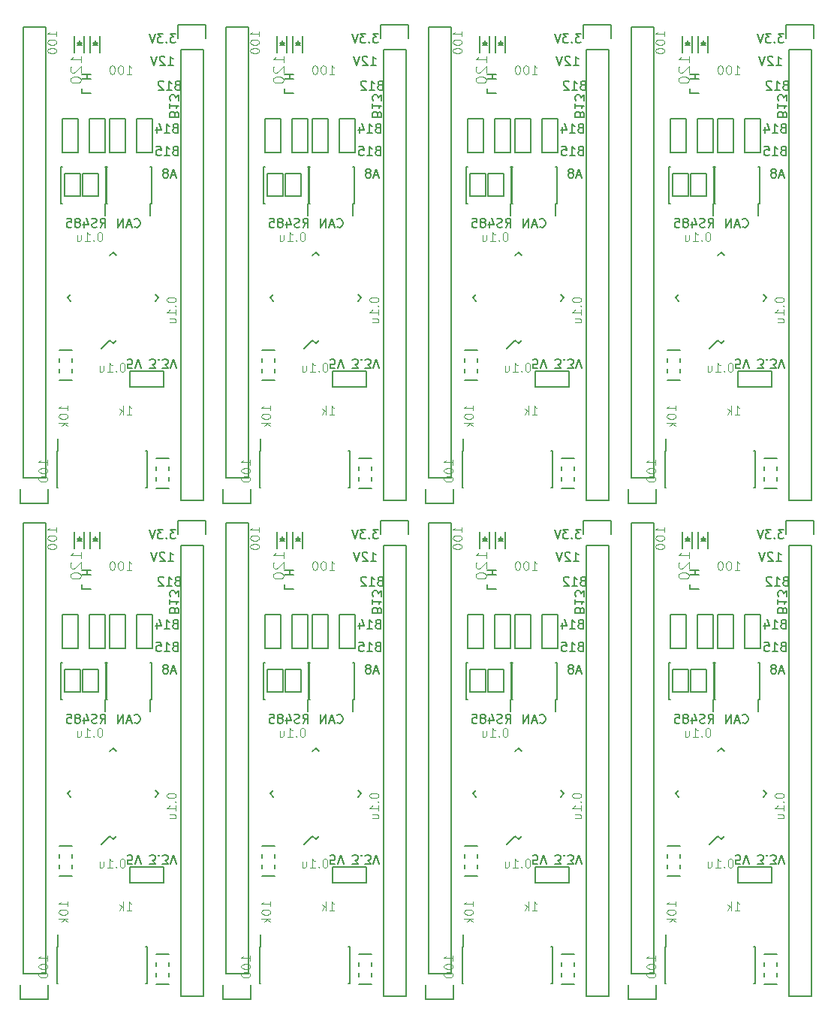
<source format=gbr>
G04 #@! TF.FileFunction,Legend,Bot*
%FSLAX46Y46*%
G04 Gerber Fmt 4.6, Leading zero omitted, Abs format (unit mm)*
G04 Created by KiCad (PCBNEW 4.0.7) date 04/07/18 13:13:02*
%MOMM*%
%LPD*%
G01*
G04 APERTURE LIST*
%ADD10C,0.100000*%
%ADD11C,0.200000*%
%ADD12C,0.150000*%
%ADD13C,0.101600*%
G04 APERTURE END LIST*
D10*
D11*
X107394286Y-91606667D02*
X106918095Y-91606667D01*
X107489524Y-91892381D02*
X107156191Y-90892381D01*
X106822857Y-91892381D01*
X106346667Y-91320952D02*
X106441905Y-91273333D01*
X106489524Y-91225714D01*
X106537143Y-91130476D01*
X106537143Y-91082857D01*
X106489524Y-90987619D01*
X106441905Y-90940000D01*
X106346667Y-90892381D01*
X106156190Y-90892381D01*
X106060952Y-90940000D01*
X106013333Y-90987619D01*
X105965714Y-91082857D01*
X105965714Y-91130476D01*
X106013333Y-91225714D01*
X106060952Y-91273333D01*
X106156190Y-91320952D01*
X106346667Y-91320952D01*
X106441905Y-91368571D01*
X106489524Y-91416190D01*
X106537143Y-91511429D01*
X106537143Y-91701905D01*
X106489524Y-91797143D01*
X106441905Y-91844762D01*
X106346667Y-91892381D01*
X106156190Y-91892381D01*
X106060952Y-91844762D01*
X106013333Y-91797143D01*
X105965714Y-91701905D01*
X105965714Y-91511429D01*
X106013333Y-91416190D01*
X106060952Y-91368571D01*
X106156190Y-91320952D01*
X107306952Y-88828571D02*
X107164095Y-88876190D01*
X107116476Y-88923810D01*
X107068857Y-89019048D01*
X107068857Y-89161905D01*
X107116476Y-89257143D01*
X107164095Y-89304762D01*
X107259333Y-89352381D01*
X107640286Y-89352381D01*
X107640286Y-88352381D01*
X107306952Y-88352381D01*
X107211714Y-88400000D01*
X107164095Y-88447619D01*
X107116476Y-88542857D01*
X107116476Y-88638095D01*
X107164095Y-88733333D01*
X107211714Y-88780952D01*
X107306952Y-88828571D01*
X107640286Y-88828571D01*
X106116476Y-89352381D02*
X106687905Y-89352381D01*
X106402191Y-89352381D02*
X106402191Y-88352381D01*
X106497429Y-88495238D01*
X106592667Y-88590476D01*
X106687905Y-88638095D01*
X105211714Y-88352381D02*
X105687905Y-88352381D01*
X105735524Y-88828571D01*
X105687905Y-88780952D01*
X105592667Y-88733333D01*
X105354571Y-88733333D01*
X105259333Y-88780952D01*
X105211714Y-88828571D01*
X105164095Y-88923810D01*
X105164095Y-89161905D01*
X105211714Y-89257143D01*
X105259333Y-89304762D01*
X105354571Y-89352381D01*
X105592667Y-89352381D01*
X105687905Y-89304762D01*
X105735524Y-89257143D01*
X107306952Y-86288571D02*
X107164095Y-86336190D01*
X107116476Y-86383810D01*
X107068857Y-86479048D01*
X107068857Y-86621905D01*
X107116476Y-86717143D01*
X107164095Y-86764762D01*
X107259333Y-86812381D01*
X107640286Y-86812381D01*
X107640286Y-85812381D01*
X107306952Y-85812381D01*
X107211714Y-85860000D01*
X107164095Y-85907619D01*
X107116476Y-86002857D01*
X107116476Y-86098095D01*
X107164095Y-86193333D01*
X107211714Y-86240952D01*
X107306952Y-86288571D01*
X107640286Y-86288571D01*
X106116476Y-86812381D02*
X106687905Y-86812381D01*
X106402191Y-86812381D02*
X106402191Y-85812381D01*
X106497429Y-85955238D01*
X106592667Y-86050476D01*
X106687905Y-86098095D01*
X105259333Y-86145714D02*
X105259333Y-86812381D01*
X105497429Y-85764762D02*
X105735524Y-86479048D01*
X105116476Y-86479048D01*
X107259429Y-84700952D02*
X107211810Y-84558095D01*
X107164190Y-84510476D01*
X107068952Y-84462857D01*
X106926095Y-84462857D01*
X106830857Y-84510476D01*
X106783238Y-84558095D01*
X106735619Y-84653333D01*
X106735619Y-85034286D01*
X107735619Y-85034286D01*
X107735619Y-84700952D01*
X107688000Y-84605714D01*
X107640381Y-84558095D01*
X107545143Y-84510476D01*
X107449905Y-84510476D01*
X107354667Y-84558095D01*
X107307048Y-84605714D01*
X107259429Y-84700952D01*
X107259429Y-85034286D01*
X106735619Y-83510476D02*
X106735619Y-84081905D01*
X106735619Y-83796191D02*
X107735619Y-83796191D01*
X107592762Y-83891429D01*
X107497524Y-83986667D01*
X107449905Y-84081905D01*
X107735619Y-83177143D02*
X107735619Y-82558095D01*
X107354667Y-82891429D01*
X107354667Y-82748571D01*
X107307048Y-82653333D01*
X107259429Y-82605714D01*
X107164190Y-82558095D01*
X106926095Y-82558095D01*
X106830857Y-82605714D01*
X106783238Y-82653333D01*
X106735619Y-82748571D01*
X106735619Y-83034286D01*
X106783238Y-83129524D01*
X106830857Y-83177143D01*
X107560952Y-81462571D02*
X107418095Y-81510190D01*
X107370476Y-81557810D01*
X107322857Y-81653048D01*
X107322857Y-81795905D01*
X107370476Y-81891143D01*
X107418095Y-81938762D01*
X107513333Y-81986381D01*
X107894286Y-81986381D01*
X107894286Y-80986381D01*
X107560952Y-80986381D01*
X107465714Y-81034000D01*
X107418095Y-81081619D01*
X107370476Y-81176857D01*
X107370476Y-81272095D01*
X107418095Y-81367333D01*
X107465714Y-81414952D01*
X107560952Y-81462571D01*
X107894286Y-81462571D01*
X106370476Y-81986381D02*
X106941905Y-81986381D01*
X106656191Y-81986381D02*
X106656191Y-80986381D01*
X106751429Y-81129238D01*
X106846667Y-81224476D01*
X106941905Y-81272095D01*
X105989524Y-81081619D02*
X105941905Y-81034000D01*
X105846667Y-80986381D01*
X105608571Y-80986381D01*
X105513333Y-81034000D01*
X105465714Y-81081619D01*
X105418095Y-81176857D01*
X105418095Y-81272095D01*
X105465714Y-81414952D01*
X106037143Y-81986381D01*
X105418095Y-81986381D01*
X107394190Y-75652381D02*
X106775142Y-75652381D01*
X107108476Y-76033333D01*
X106965618Y-76033333D01*
X106870380Y-76080952D01*
X106822761Y-76128571D01*
X106775142Y-76223810D01*
X106775142Y-76461905D01*
X106822761Y-76557143D01*
X106870380Y-76604762D01*
X106965618Y-76652381D01*
X107251333Y-76652381D01*
X107346571Y-76604762D01*
X107394190Y-76557143D01*
X106346571Y-76557143D02*
X106298952Y-76604762D01*
X106346571Y-76652381D01*
X106394190Y-76604762D01*
X106346571Y-76557143D01*
X106346571Y-76652381D01*
X105965619Y-75652381D02*
X105346571Y-75652381D01*
X105679905Y-76033333D01*
X105537047Y-76033333D01*
X105441809Y-76080952D01*
X105394190Y-76128571D01*
X105346571Y-76223810D01*
X105346571Y-76461905D01*
X105394190Y-76557143D01*
X105441809Y-76604762D01*
X105537047Y-76652381D01*
X105822762Y-76652381D01*
X105918000Y-76604762D01*
X105965619Y-76557143D01*
X105060857Y-75652381D02*
X104727524Y-76652381D01*
X104394190Y-75652381D01*
X106537047Y-79192381D02*
X107108476Y-79192381D01*
X106822762Y-79192381D02*
X106822762Y-78192381D01*
X106918000Y-78335238D01*
X107013238Y-78430476D01*
X107108476Y-78478095D01*
X106156095Y-78287619D02*
X106108476Y-78240000D01*
X106013238Y-78192381D01*
X105775142Y-78192381D01*
X105679904Y-78240000D01*
X105632285Y-78287619D01*
X105584666Y-78382857D01*
X105584666Y-78478095D01*
X105632285Y-78620952D01*
X106203714Y-79192381D01*
X105584666Y-79192381D01*
X105298952Y-78192381D02*
X104965619Y-79192381D01*
X104632285Y-78192381D01*
X102457524Y-113323619D02*
X101981333Y-113323619D01*
X101933714Y-112847429D01*
X101981333Y-112895048D01*
X102076571Y-112942667D01*
X102314667Y-112942667D01*
X102409905Y-112895048D01*
X102457524Y-112847429D01*
X102505143Y-112752190D01*
X102505143Y-112514095D01*
X102457524Y-112418857D01*
X102409905Y-112371238D01*
X102314667Y-112323619D01*
X102076571Y-112323619D01*
X101981333Y-112371238D01*
X101933714Y-112418857D01*
X102790857Y-113323619D02*
X103124190Y-112323619D01*
X103457524Y-113323619D01*
X104457524Y-113323619D02*
X105076572Y-113323619D01*
X104743238Y-112942667D01*
X104886096Y-112942667D01*
X104981334Y-112895048D01*
X105028953Y-112847429D01*
X105076572Y-112752190D01*
X105076572Y-112514095D01*
X105028953Y-112418857D01*
X104981334Y-112371238D01*
X104886096Y-112323619D01*
X104600381Y-112323619D01*
X104505143Y-112371238D01*
X104457524Y-112418857D01*
X105505143Y-112418857D02*
X105552762Y-112371238D01*
X105505143Y-112323619D01*
X105457524Y-112371238D01*
X105505143Y-112418857D01*
X105505143Y-112323619D01*
X105886095Y-113323619D02*
X106505143Y-113323619D01*
X106171809Y-112942667D01*
X106314667Y-112942667D01*
X106409905Y-112895048D01*
X106457524Y-112847429D01*
X106505143Y-112752190D01*
X106505143Y-112514095D01*
X106457524Y-112418857D01*
X106409905Y-112371238D01*
X106314667Y-112323619D01*
X106028952Y-112323619D01*
X105933714Y-112371238D01*
X105886095Y-112418857D01*
X106790857Y-113323619D02*
X107124190Y-112323619D01*
X107457524Y-113323619D01*
X102750857Y-97385143D02*
X102798476Y-97432762D01*
X102941333Y-97480381D01*
X103036571Y-97480381D01*
X103179429Y-97432762D01*
X103274667Y-97337524D01*
X103322286Y-97242286D01*
X103369905Y-97051810D01*
X103369905Y-96908952D01*
X103322286Y-96718476D01*
X103274667Y-96623238D01*
X103179429Y-96528000D01*
X103036571Y-96480381D01*
X102941333Y-96480381D01*
X102798476Y-96528000D01*
X102750857Y-96575619D01*
X102369905Y-97194667D02*
X101893714Y-97194667D01*
X102465143Y-97480381D02*
X102131810Y-96480381D01*
X101798476Y-97480381D01*
X101465143Y-97480381D02*
X101465143Y-96480381D01*
X100893714Y-97480381D01*
X100893714Y-96480381D01*
X98877238Y-97480381D02*
X99210572Y-97004190D01*
X99448667Y-97480381D02*
X99448667Y-96480381D01*
X99067714Y-96480381D01*
X98972476Y-96528000D01*
X98924857Y-96575619D01*
X98877238Y-96670857D01*
X98877238Y-96813714D01*
X98924857Y-96908952D01*
X98972476Y-96956571D01*
X99067714Y-97004190D01*
X99448667Y-97004190D01*
X98496286Y-97432762D02*
X98353429Y-97480381D01*
X98115333Y-97480381D01*
X98020095Y-97432762D01*
X97972476Y-97385143D01*
X97924857Y-97289905D01*
X97924857Y-97194667D01*
X97972476Y-97099429D01*
X98020095Y-97051810D01*
X98115333Y-97004190D01*
X98305810Y-96956571D01*
X98401048Y-96908952D01*
X98448667Y-96861333D01*
X98496286Y-96766095D01*
X98496286Y-96670857D01*
X98448667Y-96575619D01*
X98401048Y-96528000D01*
X98305810Y-96480381D01*
X98067714Y-96480381D01*
X97924857Y-96528000D01*
X97067714Y-96813714D02*
X97067714Y-97480381D01*
X97305810Y-96432762D02*
X97543905Y-97147048D01*
X96924857Y-97147048D01*
X96401048Y-96908952D02*
X96496286Y-96861333D01*
X96543905Y-96813714D01*
X96591524Y-96718476D01*
X96591524Y-96670857D01*
X96543905Y-96575619D01*
X96496286Y-96528000D01*
X96401048Y-96480381D01*
X96210571Y-96480381D01*
X96115333Y-96528000D01*
X96067714Y-96575619D01*
X96020095Y-96670857D01*
X96020095Y-96718476D01*
X96067714Y-96813714D01*
X96115333Y-96861333D01*
X96210571Y-96908952D01*
X96401048Y-96908952D01*
X96496286Y-96956571D01*
X96543905Y-97004190D01*
X96591524Y-97099429D01*
X96591524Y-97289905D01*
X96543905Y-97385143D01*
X96496286Y-97432762D01*
X96401048Y-97480381D01*
X96210571Y-97480381D01*
X96115333Y-97432762D01*
X96067714Y-97385143D01*
X96020095Y-97289905D01*
X96020095Y-97099429D01*
X96067714Y-97004190D01*
X96115333Y-96956571D01*
X96210571Y-96908952D01*
X95115333Y-96480381D02*
X95591524Y-96480381D01*
X95639143Y-96956571D01*
X95591524Y-96908952D01*
X95496286Y-96861333D01*
X95258190Y-96861333D01*
X95162952Y-96908952D01*
X95115333Y-96956571D01*
X95067714Y-97051810D01*
X95067714Y-97289905D01*
X95115333Y-97385143D01*
X95162952Y-97432762D01*
X95258190Y-97480381D01*
X95496286Y-97480381D01*
X95591524Y-97432762D01*
X95639143Y-97385143D01*
X96829619Y-81875238D02*
X96829619Y-82351429D01*
X97829619Y-82351429D01*
X96829619Y-80780000D02*
X97829619Y-80780000D01*
X97353429Y-80780000D02*
X97353429Y-80208571D01*
X96829619Y-80208571D02*
X97829619Y-80208571D01*
X84534286Y-91606667D02*
X84058095Y-91606667D01*
X84629524Y-91892381D02*
X84296191Y-90892381D01*
X83962857Y-91892381D01*
X83486667Y-91320952D02*
X83581905Y-91273333D01*
X83629524Y-91225714D01*
X83677143Y-91130476D01*
X83677143Y-91082857D01*
X83629524Y-90987619D01*
X83581905Y-90940000D01*
X83486667Y-90892381D01*
X83296190Y-90892381D01*
X83200952Y-90940000D01*
X83153333Y-90987619D01*
X83105714Y-91082857D01*
X83105714Y-91130476D01*
X83153333Y-91225714D01*
X83200952Y-91273333D01*
X83296190Y-91320952D01*
X83486667Y-91320952D01*
X83581905Y-91368571D01*
X83629524Y-91416190D01*
X83677143Y-91511429D01*
X83677143Y-91701905D01*
X83629524Y-91797143D01*
X83581905Y-91844762D01*
X83486667Y-91892381D01*
X83296190Y-91892381D01*
X83200952Y-91844762D01*
X83153333Y-91797143D01*
X83105714Y-91701905D01*
X83105714Y-91511429D01*
X83153333Y-91416190D01*
X83200952Y-91368571D01*
X83296190Y-91320952D01*
X84446952Y-88828571D02*
X84304095Y-88876190D01*
X84256476Y-88923810D01*
X84208857Y-89019048D01*
X84208857Y-89161905D01*
X84256476Y-89257143D01*
X84304095Y-89304762D01*
X84399333Y-89352381D01*
X84780286Y-89352381D01*
X84780286Y-88352381D01*
X84446952Y-88352381D01*
X84351714Y-88400000D01*
X84304095Y-88447619D01*
X84256476Y-88542857D01*
X84256476Y-88638095D01*
X84304095Y-88733333D01*
X84351714Y-88780952D01*
X84446952Y-88828571D01*
X84780286Y-88828571D01*
X83256476Y-89352381D02*
X83827905Y-89352381D01*
X83542191Y-89352381D02*
X83542191Y-88352381D01*
X83637429Y-88495238D01*
X83732667Y-88590476D01*
X83827905Y-88638095D01*
X82351714Y-88352381D02*
X82827905Y-88352381D01*
X82875524Y-88828571D01*
X82827905Y-88780952D01*
X82732667Y-88733333D01*
X82494571Y-88733333D01*
X82399333Y-88780952D01*
X82351714Y-88828571D01*
X82304095Y-88923810D01*
X82304095Y-89161905D01*
X82351714Y-89257143D01*
X82399333Y-89304762D01*
X82494571Y-89352381D01*
X82732667Y-89352381D01*
X82827905Y-89304762D01*
X82875524Y-89257143D01*
X84446952Y-86288571D02*
X84304095Y-86336190D01*
X84256476Y-86383810D01*
X84208857Y-86479048D01*
X84208857Y-86621905D01*
X84256476Y-86717143D01*
X84304095Y-86764762D01*
X84399333Y-86812381D01*
X84780286Y-86812381D01*
X84780286Y-85812381D01*
X84446952Y-85812381D01*
X84351714Y-85860000D01*
X84304095Y-85907619D01*
X84256476Y-86002857D01*
X84256476Y-86098095D01*
X84304095Y-86193333D01*
X84351714Y-86240952D01*
X84446952Y-86288571D01*
X84780286Y-86288571D01*
X83256476Y-86812381D02*
X83827905Y-86812381D01*
X83542191Y-86812381D02*
X83542191Y-85812381D01*
X83637429Y-85955238D01*
X83732667Y-86050476D01*
X83827905Y-86098095D01*
X82399333Y-86145714D02*
X82399333Y-86812381D01*
X82637429Y-85764762D02*
X82875524Y-86479048D01*
X82256476Y-86479048D01*
X84399429Y-84700952D02*
X84351810Y-84558095D01*
X84304190Y-84510476D01*
X84208952Y-84462857D01*
X84066095Y-84462857D01*
X83970857Y-84510476D01*
X83923238Y-84558095D01*
X83875619Y-84653333D01*
X83875619Y-85034286D01*
X84875619Y-85034286D01*
X84875619Y-84700952D01*
X84828000Y-84605714D01*
X84780381Y-84558095D01*
X84685143Y-84510476D01*
X84589905Y-84510476D01*
X84494667Y-84558095D01*
X84447048Y-84605714D01*
X84399429Y-84700952D01*
X84399429Y-85034286D01*
X83875619Y-83510476D02*
X83875619Y-84081905D01*
X83875619Y-83796191D02*
X84875619Y-83796191D01*
X84732762Y-83891429D01*
X84637524Y-83986667D01*
X84589905Y-84081905D01*
X84875619Y-83177143D02*
X84875619Y-82558095D01*
X84494667Y-82891429D01*
X84494667Y-82748571D01*
X84447048Y-82653333D01*
X84399429Y-82605714D01*
X84304190Y-82558095D01*
X84066095Y-82558095D01*
X83970857Y-82605714D01*
X83923238Y-82653333D01*
X83875619Y-82748571D01*
X83875619Y-83034286D01*
X83923238Y-83129524D01*
X83970857Y-83177143D01*
X84700952Y-81462571D02*
X84558095Y-81510190D01*
X84510476Y-81557810D01*
X84462857Y-81653048D01*
X84462857Y-81795905D01*
X84510476Y-81891143D01*
X84558095Y-81938762D01*
X84653333Y-81986381D01*
X85034286Y-81986381D01*
X85034286Y-80986381D01*
X84700952Y-80986381D01*
X84605714Y-81034000D01*
X84558095Y-81081619D01*
X84510476Y-81176857D01*
X84510476Y-81272095D01*
X84558095Y-81367333D01*
X84605714Y-81414952D01*
X84700952Y-81462571D01*
X85034286Y-81462571D01*
X83510476Y-81986381D02*
X84081905Y-81986381D01*
X83796191Y-81986381D02*
X83796191Y-80986381D01*
X83891429Y-81129238D01*
X83986667Y-81224476D01*
X84081905Y-81272095D01*
X83129524Y-81081619D02*
X83081905Y-81034000D01*
X82986667Y-80986381D01*
X82748571Y-80986381D01*
X82653333Y-81034000D01*
X82605714Y-81081619D01*
X82558095Y-81176857D01*
X82558095Y-81272095D01*
X82605714Y-81414952D01*
X83177143Y-81986381D01*
X82558095Y-81986381D01*
X84534190Y-75652381D02*
X83915142Y-75652381D01*
X84248476Y-76033333D01*
X84105618Y-76033333D01*
X84010380Y-76080952D01*
X83962761Y-76128571D01*
X83915142Y-76223810D01*
X83915142Y-76461905D01*
X83962761Y-76557143D01*
X84010380Y-76604762D01*
X84105618Y-76652381D01*
X84391333Y-76652381D01*
X84486571Y-76604762D01*
X84534190Y-76557143D01*
X83486571Y-76557143D02*
X83438952Y-76604762D01*
X83486571Y-76652381D01*
X83534190Y-76604762D01*
X83486571Y-76557143D01*
X83486571Y-76652381D01*
X83105619Y-75652381D02*
X82486571Y-75652381D01*
X82819905Y-76033333D01*
X82677047Y-76033333D01*
X82581809Y-76080952D01*
X82534190Y-76128571D01*
X82486571Y-76223810D01*
X82486571Y-76461905D01*
X82534190Y-76557143D01*
X82581809Y-76604762D01*
X82677047Y-76652381D01*
X82962762Y-76652381D01*
X83058000Y-76604762D01*
X83105619Y-76557143D01*
X82200857Y-75652381D02*
X81867524Y-76652381D01*
X81534190Y-75652381D01*
X83677047Y-79192381D02*
X84248476Y-79192381D01*
X83962762Y-79192381D02*
X83962762Y-78192381D01*
X84058000Y-78335238D01*
X84153238Y-78430476D01*
X84248476Y-78478095D01*
X83296095Y-78287619D02*
X83248476Y-78240000D01*
X83153238Y-78192381D01*
X82915142Y-78192381D01*
X82819904Y-78240000D01*
X82772285Y-78287619D01*
X82724666Y-78382857D01*
X82724666Y-78478095D01*
X82772285Y-78620952D01*
X83343714Y-79192381D01*
X82724666Y-79192381D01*
X82438952Y-78192381D02*
X82105619Y-79192381D01*
X81772285Y-78192381D01*
X79597524Y-113323619D02*
X79121333Y-113323619D01*
X79073714Y-112847429D01*
X79121333Y-112895048D01*
X79216571Y-112942667D01*
X79454667Y-112942667D01*
X79549905Y-112895048D01*
X79597524Y-112847429D01*
X79645143Y-112752190D01*
X79645143Y-112514095D01*
X79597524Y-112418857D01*
X79549905Y-112371238D01*
X79454667Y-112323619D01*
X79216571Y-112323619D01*
X79121333Y-112371238D01*
X79073714Y-112418857D01*
X79930857Y-113323619D02*
X80264190Y-112323619D01*
X80597524Y-113323619D01*
X81597524Y-113323619D02*
X82216572Y-113323619D01*
X81883238Y-112942667D01*
X82026096Y-112942667D01*
X82121334Y-112895048D01*
X82168953Y-112847429D01*
X82216572Y-112752190D01*
X82216572Y-112514095D01*
X82168953Y-112418857D01*
X82121334Y-112371238D01*
X82026096Y-112323619D01*
X81740381Y-112323619D01*
X81645143Y-112371238D01*
X81597524Y-112418857D01*
X82645143Y-112418857D02*
X82692762Y-112371238D01*
X82645143Y-112323619D01*
X82597524Y-112371238D01*
X82645143Y-112418857D01*
X82645143Y-112323619D01*
X83026095Y-113323619D02*
X83645143Y-113323619D01*
X83311809Y-112942667D01*
X83454667Y-112942667D01*
X83549905Y-112895048D01*
X83597524Y-112847429D01*
X83645143Y-112752190D01*
X83645143Y-112514095D01*
X83597524Y-112418857D01*
X83549905Y-112371238D01*
X83454667Y-112323619D01*
X83168952Y-112323619D01*
X83073714Y-112371238D01*
X83026095Y-112418857D01*
X83930857Y-113323619D02*
X84264190Y-112323619D01*
X84597524Y-113323619D01*
X79890857Y-97385143D02*
X79938476Y-97432762D01*
X80081333Y-97480381D01*
X80176571Y-97480381D01*
X80319429Y-97432762D01*
X80414667Y-97337524D01*
X80462286Y-97242286D01*
X80509905Y-97051810D01*
X80509905Y-96908952D01*
X80462286Y-96718476D01*
X80414667Y-96623238D01*
X80319429Y-96528000D01*
X80176571Y-96480381D01*
X80081333Y-96480381D01*
X79938476Y-96528000D01*
X79890857Y-96575619D01*
X79509905Y-97194667D02*
X79033714Y-97194667D01*
X79605143Y-97480381D02*
X79271810Y-96480381D01*
X78938476Y-97480381D01*
X78605143Y-97480381D02*
X78605143Y-96480381D01*
X78033714Y-97480381D01*
X78033714Y-96480381D01*
X76017238Y-97480381D02*
X76350572Y-97004190D01*
X76588667Y-97480381D02*
X76588667Y-96480381D01*
X76207714Y-96480381D01*
X76112476Y-96528000D01*
X76064857Y-96575619D01*
X76017238Y-96670857D01*
X76017238Y-96813714D01*
X76064857Y-96908952D01*
X76112476Y-96956571D01*
X76207714Y-97004190D01*
X76588667Y-97004190D01*
X75636286Y-97432762D02*
X75493429Y-97480381D01*
X75255333Y-97480381D01*
X75160095Y-97432762D01*
X75112476Y-97385143D01*
X75064857Y-97289905D01*
X75064857Y-97194667D01*
X75112476Y-97099429D01*
X75160095Y-97051810D01*
X75255333Y-97004190D01*
X75445810Y-96956571D01*
X75541048Y-96908952D01*
X75588667Y-96861333D01*
X75636286Y-96766095D01*
X75636286Y-96670857D01*
X75588667Y-96575619D01*
X75541048Y-96528000D01*
X75445810Y-96480381D01*
X75207714Y-96480381D01*
X75064857Y-96528000D01*
X74207714Y-96813714D02*
X74207714Y-97480381D01*
X74445810Y-96432762D02*
X74683905Y-97147048D01*
X74064857Y-97147048D01*
X73541048Y-96908952D02*
X73636286Y-96861333D01*
X73683905Y-96813714D01*
X73731524Y-96718476D01*
X73731524Y-96670857D01*
X73683905Y-96575619D01*
X73636286Y-96528000D01*
X73541048Y-96480381D01*
X73350571Y-96480381D01*
X73255333Y-96528000D01*
X73207714Y-96575619D01*
X73160095Y-96670857D01*
X73160095Y-96718476D01*
X73207714Y-96813714D01*
X73255333Y-96861333D01*
X73350571Y-96908952D01*
X73541048Y-96908952D01*
X73636286Y-96956571D01*
X73683905Y-97004190D01*
X73731524Y-97099429D01*
X73731524Y-97289905D01*
X73683905Y-97385143D01*
X73636286Y-97432762D01*
X73541048Y-97480381D01*
X73350571Y-97480381D01*
X73255333Y-97432762D01*
X73207714Y-97385143D01*
X73160095Y-97289905D01*
X73160095Y-97099429D01*
X73207714Y-97004190D01*
X73255333Y-96956571D01*
X73350571Y-96908952D01*
X72255333Y-96480381D02*
X72731524Y-96480381D01*
X72779143Y-96956571D01*
X72731524Y-96908952D01*
X72636286Y-96861333D01*
X72398190Y-96861333D01*
X72302952Y-96908952D01*
X72255333Y-96956571D01*
X72207714Y-97051810D01*
X72207714Y-97289905D01*
X72255333Y-97385143D01*
X72302952Y-97432762D01*
X72398190Y-97480381D01*
X72636286Y-97480381D01*
X72731524Y-97432762D01*
X72779143Y-97385143D01*
X73969619Y-81875238D02*
X73969619Y-82351429D01*
X74969619Y-82351429D01*
X73969619Y-80780000D02*
X74969619Y-80780000D01*
X74493429Y-80780000D02*
X74493429Y-80208571D01*
X73969619Y-80208571D02*
X74969619Y-80208571D01*
X61674286Y-91606667D02*
X61198095Y-91606667D01*
X61769524Y-91892381D02*
X61436191Y-90892381D01*
X61102857Y-91892381D01*
X60626667Y-91320952D02*
X60721905Y-91273333D01*
X60769524Y-91225714D01*
X60817143Y-91130476D01*
X60817143Y-91082857D01*
X60769524Y-90987619D01*
X60721905Y-90940000D01*
X60626667Y-90892381D01*
X60436190Y-90892381D01*
X60340952Y-90940000D01*
X60293333Y-90987619D01*
X60245714Y-91082857D01*
X60245714Y-91130476D01*
X60293333Y-91225714D01*
X60340952Y-91273333D01*
X60436190Y-91320952D01*
X60626667Y-91320952D01*
X60721905Y-91368571D01*
X60769524Y-91416190D01*
X60817143Y-91511429D01*
X60817143Y-91701905D01*
X60769524Y-91797143D01*
X60721905Y-91844762D01*
X60626667Y-91892381D01*
X60436190Y-91892381D01*
X60340952Y-91844762D01*
X60293333Y-91797143D01*
X60245714Y-91701905D01*
X60245714Y-91511429D01*
X60293333Y-91416190D01*
X60340952Y-91368571D01*
X60436190Y-91320952D01*
X61586952Y-88828571D02*
X61444095Y-88876190D01*
X61396476Y-88923810D01*
X61348857Y-89019048D01*
X61348857Y-89161905D01*
X61396476Y-89257143D01*
X61444095Y-89304762D01*
X61539333Y-89352381D01*
X61920286Y-89352381D01*
X61920286Y-88352381D01*
X61586952Y-88352381D01*
X61491714Y-88400000D01*
X61444095Y-88447619D01*
X61396476Y-88542857D01*
X61396476Y-88638095D01*
X61444095Y-88733333D01*
X61491714Y-88780952D01*
X61586952Y-88828571D01*
X61920286Y-88828571D01*
X60396476Y-89352381D02*
X60967905Y-89352381D01*
X60682191Y-89352381D02*
X60682191Y-88352381D01*
X60777429Y-88495238D01*
X60872667Y-88590476D01*
X60967905Y-88638095D01*
X59491714Y-88352381D02*
X59967905Y-88352381D01*
X60015524Y-88828571D01*
X59967905Y-88780952D01*
X59872667Y-88733333D01*
X59634571Y-88733333D01*
X59539333Y-88780952D01*
X59491714Y-88828571D01*
X59444095Y-88923810D01*
X59444095Y-89161905D01*
X59491714Y-89257143D01*
X59539333Y-89304762D01*
X59634571Y-89352381D01*
X59872667Y-89352381D01*
X59967905Y-89304762D01*
X60015524Y-89257143D01*
X61586952Y-86288571D02*
X61444095Y-86336190D01*
X61396476Y-86383810D01*
X61348857Y-86479048D01*
X61348857Y-86621905D01*
X61396476Y-86717143D01*
X61444095Y-86764762D01*
X61539333Y-86812381D01*
X61920286Y-86812381D01*
X61920286Y-85812381D01*
X61586952Y-85812381D01*
X61491714Y-85860000D01*
X61444095Y-85907619D01*
X61396476Y-86002857D01*
X61396476Y-86098095D01*
X61444095Y-86193333D01*
X61491714Y-86240952D01*
X61586952Y-86288571D01*
X61920286Y-86288571D01*
X60396476Y-86812381D02*
X60967905Y-86812381D01*
X60682191Y-86812381D02*
X60682191Y-85812381D01*
X60777429Y-85955238D01*
X60872667Y-86050476D01*
X60967905Y-86098095D01*
X59539333Y-86145714D02*
X59539333Y-86812381D01*
X59777429Y-85764762D02*
X60015524Y-86479048D01*
X59396476Y-86479048D01*
X61539429Y-84700952D02*
X61491810Y-84558095D01*
X61444190Y-84510476D01*
X61348952Y-84462857D01*
X61206095Y-84462857D01*
X61110857Y-84510476D01*
X61063238Y-84558095D01*
X61015619Y-84653333D01*
X61015619Y-85034286D01*
X62015619Y-85034286D01*
X62015619Y-84700952D01*
X61968000Y-84605714D01*
X61920381Y-84558095D01*
X61825143Y-84510476D01*
X61729905Y-84510476D01*
X61634667Y-84558095D01*
X61587048Y-84605714D01*
X61539429Y-84700952D01*
X61539429Y-85034286D01*
X61015619Y-83510476D02*
X61015619Y-84081905D01*
X61015619Y-83796191D02*
X62015619Y-83796191D01*
X61872762Y-83891429D01*
X61777524Y-83986667D01*
X61729905Y-84081905D01*
X62015619Y-83177143D02*
X62015619Y-82558095D01*
X61634667Y-82891429D01*
X61634667Y-82748571D01*
X61587048Y-82653333D01*
X61539429Y-82605714D01*
X61444190Y-82558095D01*
X61206095Y-82558095D01*
X61110857Y-82605714D01*
X61063238Y-82653333D01*
X61015619Y-82748571D01*
X61015619Y-83034286D01*
X61063238Y-83129524D01*
X61110857Y-83177143D01*
X61840952Y-81462571D02*
X61698095Y-81510190D01*
X61650476Y-81557810D01*
X61602857Y-81653048D01*
X61602857Y-81795905D01*
X61650476Y-81891143D01*
X61698095Y-81938762D01*
X61793333Y-81986381D01*
X62174286Y-81986381D01*
X62174286Y-80986381D01*
X61840952Y-80986381D01*
X61745714Y-81034000D01*
X61698095Y-81081619D01*
X61650476Y-81176857D01*
X61650476Y-81272095D01*
X61698095Y-81367333D01*
X61745714Y-81414952D01*
X61840952Y-81462571D01*
X62174286Y-81462571D01*
X60650476Y-81986381D02*
X61221905Y-81986381D01*
X60936191Y-81986381D02*
X60936191Y-80986381D01*
X61031429Y-81129238D01*
X61126667Y-81224476D01*
X61221905Y-81272095D01*
X60269524Y-81081619D02*
X60221905Y-81034000D01*
X60126667Y-80986381D01*
X59888571Y-80986381D01*
X59793333Y-81034000D01*
X59745714Y-81081619D01*
X59698095Y-81176857D01*
X59698095Y-81272095D01*
X59745714Y-81414952D01*
X60317143Y-81986381D01*
X59698095Y-81986381D01*
X61674190Y-75652381D02*
X61055142Y-75652381D01*
X61388476Y-76033333D01*
X61245618Y-76033333D01*
X61150380Y-76080952D01*
X61102761Y-76128571D01*
X61055142Y-76223810D01*
X61055142Y-76461905D01*
X61102761Y-76557143D01*
X61150380Y-76604762D01*
X61245618Y-76652381D01*
X61531333Y-76652381D01*
X61626571Y-76604762D01*
X61674190Y-76557143D01*
X60626571Y-76557143D02*
X60578952Y-76604762D01*
X60626571Y-76652381D01*
X60674190Y-76604762D01*
X60626571Y-76557143D01*
X60626571Y-76652381D01*
X60245619Y-75652381D02*
X59626571Y-75652381D01*
X59959905Y-76033333D01*
X59817047Y-76033333D01*
X59721809Y-76080952D01*
X59674190Y-76128571D01*
X59626571Y-76223810D01*
X59626571Y-76461905D01*
X59674190Y-76557143D01*
X59721809Y-76604762D01*
X59817047Y-76652381D01*
X60102762Y-76652381D01*
X60198000Y-76604762D01*
X60245619Y-76557143D01*
X59340857Y-75652381D02*
X59007524Y-76652381D01*
X58674190Y-75652381D01*
X60817047Y-79192381D02*
X61388476Y-79192381D01*
X61102762Y-79192381D02*
X61102762Y-78192381D01*
X61198000Y-78335238D01*
X61293238Y-78430476D01*
X61388476Y-78478095D01*
X60436095Y-78287619D02*
X60388476Y-78240000D01*
X60293238Y-78192381D01*
X60055142Y-78192381D01*
X59959904Y-78240000D01*
X59912285Y-78287619D01*
X59864666Y-78382857D01*
X59864666Y-78478095D01*
X59912285Y-78620952D01*
X60483714Y-79192381D01*
X59864666Y-79192381D01*
X59578952Y-78192381D02*
X59245619Y-79192381D01*
X58912285Y-78192381D01*
X56737524Y-113323619D02*
X56261333Y-113323619D01*
X56213714Y-112847429D01*
X56261333Y-112895048D01*
X56356571Y-112942667D01*
X56594667Y-112942667D01*
X56689905Y-112895048D01*
X56737524Y-112847429D01*
X56785143Y-112752190D01*
X56785143Y-112514095D01*
X56737524Y-112418857D01*
X56689905Y-112371238D01*
X56594667Y-112323619D01*
X56356571Y-112323619D01*
X56261333Y-112371238D01*
X56213714Y-112418857D01*
X57070857Y-113323619D02*
X57404190Y-112323619D01*
X57737524Y-113323619D01*
X58737524Y-113323619D02*
X59356572Y-113323619D01*
X59023238Y-112942667D01*
X59166096Y-112942667D01*
X59261334Y-112895048D01*
X59308953Y-112847429D01*
X59356572Y-112752190D01*
X59356572Y-112514095D01*
X59308953Y-112418857D01*
X59261334Y-112371238D01*
X59166096Y-112323619D01*
X58880381Y-112323619D01*
X58785143Y-112371238D01*
X58737524Y-112418857D01*
X59785143Y-112418857D02*
X59832762Y-112371238D01*
X59785143Y-112323619D01*
X59737524Y-112371238D01*
X59785143Y-112418857D01*
X59785143Y-112323619D01*
X60166095Y-113323619D02*
X60785143Y-113323619D01*
X60451809Y-112942667D01*
X60594667Y-112942667D01*
X60689905Y-112895048D01*
X60737524Y-112847429D01*
X60785143Y-112752190D01*
X60785143Y-112514095D01*
X60737524Y-112418857D01*
X60689905Y-112371238D01*
X60594667Y-112323619D01*
X60308952Y-112323619D01*
X60213714Y-112371238D01*
X60166095Y-112418857D01*
X61070857Y-113323619D02*
X61404190Y-112323619D01*
X61737524Y-113323619D01*
X57030857Y-97385143D02*
X57078476Y-97432762D01*
X57221333Y-97480381D01*
X57316571Y-97480381D01*
X57459429Y-97432762D01*
X57554667Y-97337524D01*
X57602286Y-97242286D01*
X57649905Y-97051810D01*
X57649905Y-96908952D01*
X57602286Y-96718476D01*
X57554667Y-96623238D01*
X57459429Y-96528000D01*
X57316571Y-96480381D01*
X57221333Y-96480381D01*
X57078476Y-96528000D01*
X57030857Y-96575619D01*
X56649905Y-97194667D02*
X56173714Y-97194667D01*
X56745143Y-97480381D02*
X56411810Y-96480381D01*
X56078476Y-97480381D01*
X55745143Y-97480381D02*
X55745143Y-96480381D01*
X55173714Y-97480381D01*
X55173714Y-96480381D01*
X53157238Y-97480381D02*
X53490572Y-97004190D01*
X53728667Y-97480381D02*
X53728667Y-96480381D01*
X53347714Y-96480381D01*
X53252476Y-96528000D01*
X53204857Y-96575619D01*
X53157238Y-96670857D01*
X53157238Y-96813714D01*
X53204857Y-96908952D01*
X53252476Y-96956571D01*
X53347714Y-97004190D01*
X53728667Y-97004190D01*
X52776286Y-97432762D02*
X52633429Y-97480381D01*
X52395333Y-97480381D01*
X52300095Y-97432762D01*
X52252476Y-97385143D01*
X52204857Y-97289905D01*
X52204857Y-97194667D01*
X52252476Y-97099429D01*
X52300095Y-97051810D01*
X52395333Y-97004190D01*
X52585810Y-96956571D01*
X52681048Y-96908952D01*
X52728667Y-96861333D01*
X52776286Y-96766095D01*
X52776286Y-96670857D01*
X52728667Y-96575619D01*
X52681048Y-96528000D01*
X52585810Y-96480381D01*
X52347714Y-96480381D01*
X52204857Y-96528000D01*
X51347714Y-96813714D02*
X51347714Y-97480381D01*
X51585810Y-96432762D02*
X51823905Y-97147048D01*
X51204857Y-97147048D01*
X50681048Y-96908952D02*
X50776286Y-96861333D01*
X50823905Y-96813714D01*
X50871524Y-96718476D01*
X50871524Y-96670857D01*
X50823905Y-96575619D01*
X50776286Y-96528000D01*
X50681048Y-96480381D01*
X50490571Y-96480381D01*
X50395333Y-96528000D01*
X50347714Y-96575619D01*
X50300095Y-96670857D01*
X50300095Y-96718476D01*
X50347714Y-96813714D01*
X50395333Y-96861333D01*
X50490571Y-96908952D01*
X50681048Y-96908952D01*
X50776286Y-96956571D01*
X50823905Y-97004190D01*
X50871524Y-97099429D01*
X50871524Y-97289905D01*
X50823905Y-97385143D01*
X50776286Y-97432762D01*
X50681048Y-97480381D01*
X50490571Y-97480381D01*
X50395333Y-97432762D01*
X50347714Y-97385143D01*
X50300095Y-97289905D01*
X50300095Y-97099429D01*
X50347714Y-97004190D01*
X50395333Y-96956571D01*
X50490571Y-96908952D01*
X49395333Y-96480381D02*
X49871524Y-96480381D01*
X49919143Y-96956571D01*
X49871524Y-96908952D01*
X49776286Y-96861333D01*
X49538190Y-96861333D01*
X49442952Y-96908952D01*
X49395333Y-96956571D01*
X49347714Y-97051810D01*
X49347714Y-97289905D01*
X49395333Y-97385143D01*
X49442952Y-97432762D01*
X49538190Y-97480381D01*
X49776286Y-97480381D01*
X49871524Y-97432762D01*
X49919143Y-97385143D01*
X51109619Y-81875238D02*
X51109619Y-82351429D01*
X52109619Y-82351429D01*
X51109619Y-80780000D02*
X52109619Y-80780000D01*
X51633429Y-80780000D02*
X51633429Y-80208571D01*
X51109619Y-80208571D02*
X52109619Y-80208571D01*
X38814286Y-91606667D02*
X38338095Y-91606667D01*
X38909524Y-91892381D02*
X38576191Y-90892381D01*
X38242857Y-91892381D01*
X37766667Y-91320952D02*
X37861905Y-91273333D01*
X37909524Y-91225714D01*
X37957143Y-91130476D01*
X37957143Y-91082857D01*
X37909524Y-90987619D01*
X37861905Y-90940000D01*
X37766667Y-90892381D01*
X37576190Y-90892381D01*
X37480952Y-90940000D01*
X37433333Y-90987619D01*
X37385714Y-91082857D01*
X37385714Y-91130476D01*
X37433333Y-91225714D01*
X37480952Y-91273333D01*
X37576190Y-91320952D01*
X37766667Y-91320952D01*
X37861905Y-91368571D01*
X37909524Y-91416190D01*
X37957143Y-91511429D01*
X37957143Y-91701905D01*
X37909524Y-91797143D01*
X37861905Y-91844762D01*
X37766667Y-91892381D01*
X37576190Y-91892381D01*
X37480952Y-91844762D01*
X37433333Y-91797143D01*
X37385714Y-91701905D01*
X37385714Y-91511429D01*
X37433333Y-91416190D01*
X37480952Y-91368571D01*
X37576190Y-91320952D01*
X38726952Y-88828571D02*
X38584095Y-88876190D01*
X38536476Y-88923810D01*
X38488857Y-89019048D01*
X38488857Y-89161905D01*
X38536476Y-89257143D01*
X38584095Y-89304762D01*
X38679333Y-89352381D01*
X39060286Y-89352381D01*
X39060286Y-88352381D01*
X38726952Y-88352381D01*
X38631714Y-88400000D01*
X38584095Y-88447619D01*
X38536476Y-88542857D01*
X38536476Y-88638095D01*
X38584095Y-88733333D01*
X38631714Y-88780952D01*
X38726952Y-88828571D01*
X39060286Y-88828571D01*
X37536476Y-89352381D02*
X38107905Y-89352381D01*
X37822191Y-89352381D02*
X37822191Y-88352381D01*
X37917429Y-88495238D01*
X38012667Y-88590476D01*
X38107905Y-88638095D01*
X36631714Y-88352381D02*
X37107905Y-88352381D01*
X37155524Y-88828571D01*
X37107905Y-88780952D01*
X37012667Y-88733333D01*
X36774571Y-88733333D01*
X36679333Y-88780952D01*
X36631714Y-88828571D01*
X36584095Y-88923810D01*
X36584095Y-89161905D01*
X36631714Y-89257143D01*
X36679333Y-89304762D01*
X36774571Y-89352381D01*
X37012667Y-89352381D01*
X37107905Y-89304762D01*
X37155524Y-89257143D01*
X38726952Y-86288571D02*
X38584095Y-86336190D01*
X38536476Y-86383810D01*
X38488857Y-86479048D01*
X38488857Y-86621905D01*
X38536476Y-86717143D01*
X38584095Y-86764762D01*
X38679333Y-86812381D01*
X39060286Y-86812381D01*
X39060286Y-85812381D01*
X38726952Y-85812381D01*
X38631714Y-85860000D01*
X38584095Y-85907619D01*
X38536476Y-86002857D01*
X38536476Y-86098095D01*
X38584095Y-86193333D01*
X38631714Y-86240952D01*
X38726952Y-86288571D01*
X39060286Y-86288571D01*
X37536476Y-86812381D02*
X38107905Y-86812381D01*
X37822191Y-86812381D02*
X37822191Y-85812381D01*
X37917429Y-85955238D01*
X38012667Y-86050476D01*
X38107905Y-86098095D01*
X36679333Y-86145714D02*
X36679333Y-86812381D01*
X36917429Y-85764762D02*
X37155524Y-86479048D01*
X36536476Y-86479048D01*
X38679429Y-84700952D02*
X38631810Y-84558095D01*
X38584190Y-84510476D01*
X38488952Y-84462857D01*
X38346095Y-84462857D01*
X38250857Y-84510476D01*
X38203238Y-84558095D01*
X38155619Y-84653333D01*
X38155619Y-85034286D01*
X39155619Y-85034286D01*
X39155619Y-84700952D01*
X39108000Y-84605714D01*
X39060381Y-84558095D01*
X38965143Y-84510476D01*
X38869905Y-84510476D01*
X38774667Y-84558095D01*
X38727048Y-84605714D01*
X38679429Y-84700952D01*
X38679429Y-85034286D01*
X38155619Y-83510476D02*
X38155619Y-84081905D01*
X38155619Y-83796191D02*
X39155619Y-83796191D01*
X39012762Y-83891429D01*
X38917524Y-83986667D01*
X38869905Y-84081905D01*
X39155619Y-83177143D02*
X39155619Y-82558095D01*
X38774667Y-82891429D01*
X38774667Y-82748571D01*
X38727048Y-82653333D01*
X38679429Y-82605714D01*
X38584190Y-82558095D01*
X38346095Y-82558095D01*
X38250857Y-82605714D01*
X38203238Y-82653333D01*
X38155619Y-82748571D01*
X38155619Y-83034286D01*
X38203238Y-83129524D01*
X38250857Y-83177143D01*
X38980952Y-81462571D02*
X38838095Y-81510190D01*
X38790476Y-81557810D01*
X38742857Y-81653048D01*
X38742857Y-81795905D01*
X38790476Y-81891143D01*
X38838095Y-81938762D01*
X38933333Y-81986381D01*
X39314286Y-81986381D01*
X39314286Y-80986381D01*
X38980952Y-80986381D01*
X38885714Y-81034000D01*
X38838095Y-81081619D01*
X38790476Y-81176857D01*
X38790476Y-81272095D01*
X38838095Y-81367333D01*
X38885714Y-81414952D01*
X38980952Y-81462571D01*
X39314286Y-81462571D01*
X37790476Y-81986381D02*
X38361905Y-81986381D01*
X38076191Y-81986381D02*
X38076191Y-80986381D01*
X38171429Y-81129238D01*
X38266667Y-81224476D01*
X38361905Y-81272095D01*
X37409524Y-81081619D02*
X37361905Y-81034000D01*
X37266667Y-80986381D01*
X37028571Y-80986381D01*
X36933333Y-81034000D01*
X36885714Y-81081619D01*
X36838095Y-81176857D01*
X36838095Y-81272095D01*
X36885714Y-81414952D01*
X37457143Y-81986381D01*
X36838095Y-81986381D01*
X38814190Y-75652381D02*
X38195142Y-75652381D01*
X38528476Y-76033333D01*
X38385618Y-76033333D01*
X38290380Y-76080952D01*
X38242761Y-76128571D01*
X38195142Y-76223810D01*
X38195142Y-76461905D01*
X38242761Y-76557143D01*
X38290380Y-76604762D01*
X38385618Y-76652381D01*
X38671333Y-76652381D01*
X38766571Y-76604762D01*
X38814190Y-76557143D01*
X37766571Y-76557143D02*
X37718952Y-76604762D01*
X37766571Y-76652381D01*
X37814190Y-76604762D01*
X37766571Y-76557143D01*
X37766571Y-76652381D01*
X37385619Y-75652381D02*
X36766571Y-75652381D01*
X37099905Y-76033333D01*
X36957047Y-76033333D01*
X36861809Y-76080952D01*
X36814190Y-76128571D01*
X36766571Y-76223810D01*
X36766571Y-76461905D01*
X36814190Y-76557143D01*
X36861809Y-76604762D01*
X36957047Y-76652381D01*
X37242762Y-76652381D01*
X37338000Y-76604762D01*
X37385619Y-76557143D01*
X36480857Y-75652381D02*
X36147524Y-76652381D01*
X35814190Y-75652381D01*
X37957047Y-79192381D02*
X38528476Y-79192381D01*
X38242762Y-79192381D02*
X38242762Y-78192381D01*
X38338000Y-78335238D01*
X38433238Y-78430476D01*
X38528476Y-78478095D01*
X37576095Y-78287619D02*
X37528476Y-78240000D01*
X37433238Y-78192381D01*
X37195142Y-78192381D01*
X37099904Y-78240000D01*
X37052285Y-78287619D01*
X37004666Y-78382857D01*
X37004666Y-78478095D01*
X37052285Y-78620952D01*
X37623714Y-79192381D01*
X37004666Y-79192381D01*
X36718952Y-78192381D02*
X36385619Y-79192381D01*
X36052285Y-78192381D01*
X33877524Y-113323619D02*
X33401333Y-113323619D01*
X33353714Y-112847429D01*
X33401333Y-112895048D01*
X33496571Y-112942667D01*
X33734667Y-112942667D01*
X33829905Y-112895048D01*
X33877524Y-112847429D01*
X33925143Y-112752190D01*
X33925143Y-112514095D01*
X33877524Y-112418857D01*
X33829905Y-112371238D01*
X33734667Y-112323619D01*
X33496571Y-112323619D01*
X33401333Y-112371238D01*
X33353714Y-112418857D01*
X34210857Y-113323619D02*
X34544190Y-112323619D01*
X34877524Y-113323619D01*
X35877524Y-113323619D02*
X36496572Y-113323619D01*
X36163238Y-112942667D01*
X36306096Y-112942667D01*
X36401334Y-112895048D01*
X36448953Y-112847429D01*
X36496572Y-112752190D01*
X36496572Y-112514095D01*
X36448953Y-112418857D01*
X36401334Y-112371238D01*
X36306096Y-112323619D01*
X36020381Y-112323619D01*
X35925143Y-112371238D01*
X35877524Y-112418857D01*
X36925143Y-112418857D02*
X36972762Y-112371238D01*
X36925143Y-112323619D01*
X36877524Y-112371238D01*
X36925143Y-112418857D01*
X36925143Y-112323619D01*
X37306095Y-113323619D02*
X37925143Y-113323619D01*
X37591809Y-112942667D01*
X37734667Y-112942667D01*
X37829905Y-112895048D01*
X37877524Y-112847429D01*
X37925143Y-112752190D01*
X37925143Y-112514095D01*
X37877524Y-112418857D01*
X37829905Y-112371238D01*
X37734667Y-112323619D01*
X37448952Y-112323619D01*
X37353714Y-112371238D01*
X37306095Y-112418857D01*
X38210857Y-113323619D02*
X38544190Y-112323619D01*
X38877524Y-113323619D01*
X34170857Y-97385143D02*
X34218476Y-97432762D01*
X34361333Y-97480381D01*
X34456571Y-97480381D01*
X34599429Y-97432762D01*
X34694667Y-97337524D01*
X34742286Y-97242286D01*
X34789905Y-97051810D01*
X34789905Y-96908952D01*
X34742286Y-96718476D01*
X34694667Y-96623238D01*
X34599429Y-96528000D01*
X34456571Y-96480381D01*
X34361333Y-96480381D01*
X34218476Y-96528000D01*
X34170857Y-96575619D01*
X33789905Y-97194667D02*
X33313714Y-97194667D01*
X33885143Y-97480381D02*
X33551810Y-96480381D01*
X33218476Y-97480381D01*
X32885143Y-97480381D02*
X32885143Y-96480381D01*
X32313714Y-97480381D01*
X32313714Y-96480381D01*
X30297238Y-97480381D02*
X30630572Y-97004190D01*
X30868667Y-97480381D02*
X30868667Y-96480381D01*
X30487714Y-96480381D01*
X30392476Y-96528000D01*
X30344857Y-96575619D01*
X30297238Y-96670857D01*
X30297238Y-96813714D01*
X30344857Y-96908952D01*
X30392476Y-96956571D01*
X30487714Y-97004190D01*
X30868667Y-97004190D01*
X29916286Y-97432762D02*
X29773429Y-97480381D01*
X29535333Y-97480381D01*
X29440095Y-97432762D01*
X29392476Y-97385143D01*
X29344857Y-97289905D01*
X29344857Y-97194667D01*
X29392476Y-97099429D01*
X29440095Y-97051810D01*
X29535333Y-97004190D01*
X29725810Y-96956571D01*
X29821048Y-96908952D01*
X29868667Y-96861333D01*
X29916286Y-96766095D01*
X29916286Y-96670857D01*
X29868667Y-96575619D01*
X29821048Y-96528000D01*
X29725810Y-96480381D01*
X29487714Y-96480381D01*
X29344857Y-96528000D01*
X28487714Y-96813714D02*
X28487714Y-97480381D01*
X28725810Y-96432762D02*
X28963905Y-97147048D01*
X28344857Y-97147048D01*
X27821048Y-96908952D02*
X27916286Y-96861333D01*
X27963905Y-96813714D01*
X28011524Y-96718476D01*
X28011524Y-96670857D01*
X27963905Y-96575619D01*
X27916286Y-96528000D01*
X27821048Y-96480381D01*
X27630571Y-96480381D01*
X27535333Y-96528000D01*
X27487714Y-96575619D01*
X27440095Y-96670857D01*
X27440095Y-96718476D01*
X27487714Y-96813714D01*
X27535333Y-96861333D01*
X27630571Y-96908952D01*
X27821048Y-96908952D01*
X27916286Y-96956571D01*
X27963905Y-97004190D01*
X28011524Y-97099429D01*
X28011524Y-97289905D01*
X27963905Y-97385143D01*
X27916286Y-97432762D01*
X27821048Y-97480381D01*
X27630571Y-97480381D01*
X27535333Y-97432762D01*
X27487714Y-97385143D01*
X27440095Y-97289905D01*
X27440095Y-97099429D01*
X27487714Y-97004190D01*
X27535333Y-96956571D01*
X27630571Y-96908952D01*
X26535333Y-96480381D02*
X27011524Y-96480381D01*
X27059143Y-96956571D01*
X27011524Y-96908952D01*
X26916286Y-96861333D01*
X26678190Y-96861333D01*
X26582952Y-96908952D01*
X26535333Y-96956571D01*
X26487714Y-97051810D01*
X26487714Y-97289905D01*
X26535333Y-97385143D01*
X26582952Y-97432762D01*
X26678190Y-97480381D01*
X26916286Y-97480381D01*
X27011524Y-97432762D01*
X27059143Y-97385143D01*
X28249619Y-81875238D02*
X28249619Y-82351429D01*
X29249619Y-82351429D01*
X28249619Y-80780000D02*
X29249619Y-80780000D01*
X28773429Y-80780000D02*
X28773429Y-80208571D01*
X28249619Y-80208571D02*
X29249619Y-80208571D01*
X38814286Y-91606667D02*
X38338095Y-91606667D01*
X38909524Y-91892381D02*
X38576191Y-90892381D01*
X38242857Y-91892381D01*
X37766667Y-91320952D02*
X37861905Y-91273333D01*
X37909524Y-91225714D01*
X37957143Y-91130476D01*
X37957143Y-91082857D01*
X37909524Y-90987619D01*
X37861905Y-90940000D01*
X37766667Y-90892381D01*
X37576190Y-90892381D01*
X37480952Y-90940000D01*
X37433333Y-90987619D01*
X37385714Y-91082857D01*
X37385714Y-91130476D01*
X37433333Y-91225714D01*
X37480952Y-91273333D01*
X37576190Y-91320952D01*
X37766667Y-91320952D01*
X37861905Y-91368571D01*
X37909524Y-91416190D01*
X37957143Y-91511429D01*
X37957143Y-91701905D01*
X37909524Y-91797143D01*
X37861905Y-91844762D01*
X37766667Y-91892381D01*
X37576190Y-91892381D01*
X37480952Y-91844762D01*
X37433333Y-91797143D01*
X37385714Y-91701905D01*
X37385714Y-91511429D01*
X37433333Y-91416190D01*
X37480952Y-91368571D01*
X37576190Y-91320952D01*
X38726952Y-88828571D02*
X38584095Y-88876190D01*
X38536476Y-88923810D01*
X38488857Y-89019048D01*
X38488857Y-89161905D01*
X38536476Y-89257143D01*
X38584095Y-89304762D01*
X38679333Y-89352381D01*
X39060286Y-89352381D01*
X39060286Y-88352381D01*
X38726952Y-88352381D01*
X38631714Y-88400000D01*
X38584095Y-88447619D01*
X38536476Y-88542857D01*
X38536476Y-88638095D01*
X38584095Y-88733333D01*
X38631714Y-88780952D01*
X38726952Y-88828571D01*
X39060286Y-88828571D01*
X37536476Y-89352381D02*
X38107905Y-89352381D01*
X37822191Y-89352381D02*
X37822191Y-88352381D01*
X37917429Y-88495238D01*
X38012667Y-88590476D01*
X38107905Y-88638095D01*
X36631714Y-88352381D02*
X37107905Y-88352381D01*
X37155524Y-88828571D01*
X37107905Y-88780952D01*
X37012667Y-88733333D01*
X36774571Y-88733333D01*
X36679333Y-88780952D01*
X36631714Y-88828571D01*
X36584095Y-88923810D01*
X36584095Y-89161905D01*
X36631714Y-89257143D01*
X36679333Y-89304762D01*
X36774571Y-89352381D01*
X37012667Y-89352381D01*
X37107905Y-89304762D01*
X37155524Y-89257143D01*
X38726952Y-86288571D02*
X38584095Y-86336190D01*
X38536476Y-86383810D01*
X38488857Y-86479048D01*
X38488857Y-86621905D01*
X38536476Y-86717143D01*
X38584095Y-86764762D01*
X38679333Y-86812381D01*
X39060286Y-86812381D01*
X39060286Y-85812381D01*
X38726952Y-85812381D01*
X38631714Y-85860000D01*
X38584095Y-85907619D01*
X38536476Y-86002857D01*
X38536476Y-86098095D01*
X38584095Y-86193333D01*
X38631714Y-86240952D01*
X38726952Y-86288571D01*
X39060286Y-86288571D01*
X37536476Y-86812381D02*
X38107905Y-86812381D01*
X37822191Y-86812381D02*
X37822191Y-85812381D01*
X37917429Y-85955238D01*
X38012667Y-86050476D01*
X38107905Y-86098095D01*
X36679333Y-86145714D02*
X36679333Y-86812381D01*
X36917429Y-85764762D02*
X37155524Y-86479048D01*
X36536476Y-86479048D01*
X38679429Y-84700952D02*
X38631810Y-84558095D01*
X38584190Y-84510476D01*
X38488952Y-84462857D01*
X38346095Y-84462857D01*
X38250857Y-84510476D01*
X38203238Y-84558095D01*
X38155619Y-84653333D01*
X38155619Y-85034286D01*
X39155619Y-85034286D01*
X39155619Y-84700952D01*
X39108000Y-84605714D01*
X39060381Y-84558095D01*
X38965143Y-84510476D01*
X38869905Y-84510476D01*
X38774667Y-84558095D01*
X38727048Y-84605714D01*
X38679429Y-84700952D01*
X38679429Y-85034286D01*
X38155619Y-83510476D02*
X38155619Y-84081905D01*
X38155619Y-83796191D02*
X39155619Y-83796191D01*
X39012762Y-83891429D01*
X38917524Y-83986667D01*
X38869905Y-84081905D01*
X39155619Y-83177143D02*
X39155619Y-82558095D01*
X38774667Y-82891429D01*
X38774667Y-82748571D01*
X38727048Y-82653333D01*
X38679429Y-82605714D01*
X38584190Y-82558095D01*
X38346095Y-82558095D01*
X38250857Y-82605714D01*
X38203238Y-82653333D01*
X38155619Y-82748571D01*
X38155619Y-83034286D01*
X38203238Y-83129524D01*
X38250857Y-83177143D01*
X38980952Y-81462571D02*
X38838095Y-81510190D01*
X38790476Y-81557810D01*
X38742857Y-81653048D01*
X38742857Y-81795905D01*
X38790476Y-81891143D01*
X38838095Y-81938762D01*
X38933333Y-81986381D01*
X39314286Y-81986381D01*
X39314286Y-80986381D01*
X38980952Y-80986381D01*
X38885714Y-81034000D01*
X38838095Y-81081619D01*
X38790476Y-81176857D01*
X38790476Y-81272095D01*
X38838095Y-81367333D01*
X38885714Y-81414952D01*
X38980952Y-81462571D01*
X39314286Y-81462571D01*
X37790476Y-81986381D02*
X38361905Y-81986381D01*
X38076191Y-81986381D02*
X38076191Y-80986381D01*
X38171429Y-81129238D01*
X38266667Y-81224476D01*
X38361905Y-81272095D01*
X37409524Y-81081619D02*
X37361905Y-81034000D01*
X37266667Y-80986381D01*
X37028571Y-80986381D01*
X36933333Y-81034000D01*
X36885714Y-81081619D01*
X36838095Y-81176857D01*
X36838095Y-81272095D01*
X36885714Y-81414952D01*
X37457143Y-81986381D01*
X36838095Y-81986381D01*
X38814190Y-75652381D02*
X38195142Y-75652381D01*
X38528476Y-76033333D01*
X38385618Y-76033333D01*
X38290380Y-76080952D01*
X38242761Y-76128571D01*
X38195142Y-76223810D01*
X38195142Y-76461905D01*
X38242761Y-76557143D01*
X38290380Y-76604762D01*
X38385618Y-76652381D01*
X38671333Y-76652381D01*
X38766571Y-76604762D01*
X38814190Y-76557143D01*
X37766571Y-76557143D02*
X37718952Y-76604762D01*
X37766571Y-76652381D01*
X37814190Y-76604762D01*
X37766571Y-76557143D01*
X37766571Y-76652381D01*
X37385619Y-75652381D02*
X36766571Y-75652381D01*
X37099905Y-76033333D01*
X36957047Y-76033333D01*
X36861809Y-76080952D01*
X36814190Y-76128571D01*
X36766571Y-76223810D01*
X36766571Y-76461905D01*
X36814190Y-76557143D01*
X36861809Y-76604762D01*
X36957047Y-76652381D01*
X37242762Y-76652381D01*
X37338000Y-76604762D01*
X37385619Y-76557143D01*
X36480857Y-75652381D02*
X36147524Y-76652381D01*
X35814190Y-75652381D01*
X37957047Y-79192381D02*
X38528476Y-79192381D01*
X38242762Y-79192381D02*
X38242762Y-78192381D01*
X38338000Y-78335238D01*
X38433238Y-78430476D01*
X38528476Y-78478095D01*
X37576095Y-78287619D02*
X37528476Y-78240000D01*
X37433238Y-78192381D01*
X37195142Y-78192381D01*
X37099904Y-78240000D01*
X37052285Y-78287619D01*
X37004666Y-78382857D01*
X37004666Y-78478095D01*
X37052285Y-78620952D01*
X37623714Y-79192381D01*
X37004666Y-79192381D01*
X36718952Y-78192381D02*
X36385619Y-79192381D01*
X36052285Y-78192381D01*
X33877524Y-113323619D02*
X33401333Y-113323619D01*
X33353714Y-112847429D01*
X33401333Y-112895048D01*
X33496571Y-112942667D01*
X33734667Y-112942667D01*
X33829905Y-112895048D01*
X33877524Y-112847429D01*
X33925143Y-112752190D01*
X33925143Y-112514095D01*
X33877524Y-112418857D01*
X33829905Y-112371238D01*
X33734667Y-112323619D01*
X33496571Y-112323619D01*
X33401333Y-112371238D01*
X33353714Y-112418857D01*
X34210857Y-113323619D02*
X34544190Y-112323619D01*
X34877524Y-113323619D01*
X35877524Y-113323619D02*
X36496572Y-113323619D01*
X36163238Y-112942667D01*
X36306096Y-112942667D01*
X36401334Y-112895048D01*
X36448953Y-112847429D01*
X36496572Y-112752190D01*
X36496572Y-112514095D01*
X36448953Y-112418857D01*
X36401334Y-112371238D01*
X36306096Y-112323619D01*
X36020381Y-112323619D01*
X35925143Y-112371238D01*
X35877524Y-112418857D01*
X36925143Y-112418857D02*
X36972762Y-112371238D01*
X36925143Y-112323619D01*
X36877524Y-112371238D01*
X36925143Y-112418857D01*
X36925143Y-112323619D01*
X37306095Y-113323619D02*
X37925143Y-113323619D01*
X37591809Y-112942667D01*
X37734667Y-112942667D01*
X37829905Y-112895048D01*
X37877524Y-112847429D01*
X37925143Y-112752190D01*
X37925143Y-112514095D01*
X37877524Y-112418857D01*
X37829905Y-112371238D01*
X37734667Y-112323619D01*
X37448952Y-112323619D01*
X37353714Y-112371238D01*
X37306095Y-112418857D01*
X38210857Y-113323619D02*
X38544190Y-112323619D01*
X38877524Y-113323619D01*
X34170857Y-97385143D02*
X34218476Y-97432762D01*
X34361333Y-97480381D01*
X34456571Y-97480381D01*
X34599429Y-97432762D01*
X34694667Y-97337524D01*
X34742286Y-97242286D01*
X34789905Y-97051810D01*
X34789905Y-96908952D01*
X34742286Y-96718476D01*
X34694667Y-96623238D01*
X34599429Y-96528000D01*
X34456571Y-96480381D01*
X34361333Y-96480381D01*
X34218476Y-96528000D01*
X34170857Y-96575619D01*
X33789905Y-97194667D02*
X33313714Y-97194667D01*
X33885143Y-97480381D02*
X33551810Y-96480381D01*
X33218476Y-97480381D01*
X32885143Y-97480381D02*
X32885143Y-96480381D01*
X32313714Y-97480381D01*
X32313714Y-96480381D01*
X30297238Y-97480381D02*
X30630572Y-97004190D01*
X30868667Y-97480381D02*
X30868667Y-96480381D01*
X30487714Y-96480381D01*
X30392476Y-96528000D01*
X30344857Y-96575619D01*
X30297238Y-96670857D01*
X30297238Y-96813714D01*
X30344857Y-96908952D01*
X30392476Y-96956571D01*
X30487714Y-97004190D01*
X30868667Y-97004190D01*
X29916286Y-97432762D02*
X29773429Y-97480381D01*
X29535333Y-97480381D01*
X29440095Y-97432762D01*
X29392476Y-97385143D01*
X29344857Y-97289905D01*
X29344857Y-97194667D01*
X29392476Y-97099429D01*
X29440095Y-97051810D01*
X29535333Y-97004190D01*
X29725810Y-96956571D01*
X29821048Y-96908952D01*
X29868667Y-96861333D01*
X29916286Y-96766095D01*
X29916286Y-96670857D01*
X29868667Y-96575619D01*
X29821048Y-96528000D01*
X29725810Y-96480381D01*
X29487714Y-96480381D01*
X29344857Y-96528000D01*
X28487714Y-96813714D02*
X28487714Y-97480381D01*
X28725810Y-96432762D02*
X28963905Y-97147048D01*
X28344857Y-97147048D01*
X27821048Y-96908952D02*
X27916286Y-96861333D01*
X27963905Y-96813714D01*
X28011524Y-96718476D01*
X28011524Y-96670857D01*
X27963905Y-96575619D01*
X27916286Y-96528000D01*
X27821048Y-96480381D01*
X27630571Y-96480381D01*
X27535333Y-96528000D01*
X27487714Y-96575619D01*
X27440095Y-96670857D01*
X27440095Y-96718476D01*
X27487714Y-96813714D01*
X27535333Y-96861333D01*
X27630571Y-96908952D01*
X27821048Y-96908952D01*
X27916286Y-96956571D01*
X27963905Y-97004190D01*
X28011524Y-97099429D01*
X28011524Y-97289905D01*
X27963905Y-97385143D01*
X27916286Y-97432762D01*
X27821048Y-97480381D01*
X27630571Y-97480381D01*
X27535333Y-97432762D01*
X27487714Y-97385143D01*
X27440095Y-97289905D01*
X27440095Y-97099429D01*
X27487714Y-97004190D01*
X27535333Y-96956571D01*
X27630571Y-96908952D01*
X26535333Y-96480381D02*
X27011524Y-96480381D01*
X27059143Y-96956571D01*
X27011524Y-96908952D01*
X26916286Y-96861333D01*
X26678190Y-96861333D01*
X26582952Y-96908952D01*
X26535333Y-96956571D01*
X26487714Y-97051810D01*
X26487714Y-97289905D01*
X26535333Y-97385143D01*
X26582952Y-97432762D01*
X26678190Y-97480381D01*
X26916286Y-97480381D01*
X27011524Y-97432762D01*
X27059143Y-97385143D01*
X28249619Y-81875238D02*
X28249619Y-82351429D01*
X29249619Y-82351429D01*
X28249619Y-80780000D02*
X29249619Y-80780000D01*
X28773429Y-80780000D02*
X28773429Y-80208571D01*
X28249619Y-80208571D02*
X29249619Y-80208571D01*
X28249619Y-25995238D02*
X28249619Y-26471429D01*
X29249619Y-26471429D01*
X28249619Y-24900000D02*
X29249619Y-24900000D01*
X28773429Y-24900000D02*
X28773429Y-24328571D01*
X28249619Y-24328571D02*
X29249619Y-24328571D01*
X30297238Y-41600381D02*
X30630572Y-41124190D01*
X30868667Y-41600381D02*
X30868667Y-40600381D01*
X30487714Y-40600381D01*
X30392476Y-40648000D01*
X30344857Y-40695619D01*
X30297238Y-40790857D01*
X30297238Y-40933714D01*
X30344857Y-41028952D01*
X30392476Y-41076571D01*
X30487714Y-41124190D01*
X30868667Y-41124190D01*
X29916286Y-41552762D02*
X29773429Y-41600381D01*
X29535333Y-41600381D01*
X29440095Y-41552762D01*
X29392476Y-41505143D01*
X29344857Y-41409905D01*
X29344857Y-41314667D01*
X29392476Y-41219429D01*
X29440095Y-41171810D01*
X29535333Y-41124190D01*
X29725810Y-41076571D01*
X29821048Y-41028952D01*
X29868667Y-40981333D01*
X29916286Y-40886095D01*
X29916286Y-40790857D01*
X29868667Y-40695619D01*
X29821048Y-40648000D01*
X29725810Y-40600381D01*
X29487714Y-40600381D01*
X29344857Y-40648000D01*
X28487714Y-40933714D02*
X28487714Y-41600381D01*
X28725810Y-40552762D02*
X28963905Y-41267048D01*
X28344857Y-41267048D01*
X27821048Y-41028952D02*
X27916286Y-40981333D01*
X27963905Y-40933714D01*
X28011524Y-40838476D01*
X28011524Y-40790857D01*
X27963905Y-40695619D01*
X27916286Y-40648000D01*
X27821048Y-40600381D01*
X27630571Y-40600381D01*
X27535333Y-40648000D01*
X27487714Y-40695619D01*
X27440095Y-40790857D01*
X27440095Y-40838476D01*
X27487714Y-40933714D01*
X27535333Y-40981333D01*
X27630571Y-41028952D01*
X27821048Y-41028952D01*
X27916286Y-41076571D01*
X27963905Y-41124190D01*
X28011524Y-41219429D01*
X28011524Y-41409905D01*
X27963905Y-41505143D01*
X27916286Y-41552762D01*
X27821048Y-41600381D01*
X27630571Y-41600381D01*
X27535333Y-41552762D01*
X27487714Y-41505143D01*
X27440095Y-41409905D01*
X27440095Y-41219429D01*
X27487714Y-41124190D01*
X27535333Y-41076571D01*
X27630571Y-41028952D01*
X26535333Y-40600381D02*
X27011524Y-40600381D01*
X27059143Y-41076571D01*
X27011524Y-41028952D01*
X26916286Y-40981333D01*
X26678190Y-40981333D01*
X26582952Y-41028952D01*
X26535333Y-41076571D01*
X26487714Y-41171810D01*
X26487714Y-41409905D01*
X26535333Y-41505143D01*
X26582952Y-41552762D01*
X26678190Y-41600381D01*
X26916286Y-41600381D01*
X27011524Y-41552762D01*
X27059143Y-41505143D01*
X34170857Y-41505143D02*
X34218476Y-41552762D01*
X34361333Y-41600381D01*
X34456571Y-41600381D01*
X34599429Y-41552762D01*
X34694667Y-41457524D01*
X34742286Y-41362286D01*
X34789905Y-41171810D01*
X34789905Y-41028952D01*
X34742286Y-40838476D01*
X34694667Y-40743238D01*
X34599429Y-40648000D01*
X34456571Y-40600381D01*
X34361333Y-40600381D01*
X34218476Y-40648000D01*
X34170857Y-40695619D01*
X33789905Y-41314667D02*
X33313714Y-41314667D01*
X33885143Y-41600381D02*
X33551810Y-40600381D01*
X33218476Y-41600381D01*
X32885143Y-41600381D02*
X32885143Y-40600381D01*
X32313714Y-41600381D01*
X32313714Y-40600381D01*
X33877524Y-57443619D02*
X33401333Y-57443619D01*
X33353714Y-56967429D01*
X33401333Y-57015048D01*
X33496571Y-57062667D01*
X33734667Y-57062667D01*
X33829905Y-57015048D01*
X33877524Y-56967429D01*
X33925143Y-56872190D01*
X33925143Y-56634095D01*
X33877524Y-56538857D01*
X33829905Y-56491238D01*
X33734667Y-56443619D01*
X33496571Y-56443619D01*
X33401333Y-56491238D01*
X33353714Y-56538857D01*
X34210857Y-57443619D02*
X34544190Y-56443619D01*
X34877524Y-57443619D01*
X35877524Y-57443619D02*
X36496572Y-57443619D01*
X36163238Y-57062667D01*
X36306096Y-57062667D01*
X36401334Y-57015048D01*
X36448953Y-56967429D01*
X36496572Y-56872190D01*
X36496572Y-56634095D01*
X36448953Y-56538857D01*
X36401334Y-56491238D01*
X36306096Y-56443619D01*
X36020381Y-56443619D01*
X35925143Y-56491238D01*
X35877524Y-56538857D01*
X36925143Y-56538857D02*
X36972762Y-56491238D01*
X36925143Y-56443619D01*
X36877524Y-56491238D01*
X36925143Y-56538857D01*
X36925143Y-56443619D01*
X37306095Y-57443619D02*
X37925143Y-57443619D01*
X37591809Y-57062667D01*
X37734667Y-57062667D01*
X37829905Y-57015048D01*
X37877524Y-56967429D01*
X37925143Y-56872190D01*
X37925143Y-56634095D01*
X37877524Y-56538857D01*
X37829905Y-56491238D01*
X37734667Y-56443619D01*
X37448952Y-56443619D01*
X37353714Y-56491238D01*
X37306095Y-56538857D01*
X38210857Y-57443619D02*
X38544190Y-56443619D01*
X38877524Y-57443619D01*
X37957047Y-23312381D02*
X38528476Y-23312381D01*
X38242762Y-23312381D02*
X38242762Y-22312381D01*
X38338000Y-22455238D01*
X38433238Y-22550476D01*
X38528476Y-22598095D01*
X37576095Y-22407619D02*
X37528476Y-22360000D01*
X37433238Y-22312381D01*
X37195142Y-22312381D01*
X37099904Y-22360000D01*
X37052285Y-22407619D01*
X37004666Y-22502857D01*
X37004666Y-22598095D01*
X37052285Y-22740952D01*
X37623714Y-23312381D01*
X37004666Y-23312381D01*
X36718952Y-22312381D02*
X36385619Y-23312381D01*
X36052285Y-22312381D01*
X38814190Y-19772381D02*
X38195142Y-19772381D01*
X38528476Y-20153333D01*
X38385618Y-20153333D01*
X38290380Y-20200952D01*
X38242761Y-20248571D01*
X38195142Y-20343810D01*
X38195142Y-20581905D01*
X38242761Y-20677143D01*
X38290380Y-20724762D01*
X38385618Y-20772381D01*
X38671333Y-20772381D01*
X38766571Y-20724762D01*
X38814190Y-20677143D01*
X37766571Y-20677143D02*
X37718952Y-20724762D01*
X37766571Y-20772381D01*
X37814190Y-20724762D01*
X37766571Y-20677143D01*
X37766571Y-20772381D01*
X37385619Y-19772381D02*
X36766571Y-19772381D01*
X37099905Y-20153333D01*
X36957047Y-20153333D01*
X36861809Y-20200952D01*
X36814190Y-20248571D01*
X36766571Y-20343810D01*
X36766571Y-20581905D01*
X36814190Y-20677143D01*
X36861809Y-20724762D01*
X36957047Y-20772381D01*
X37242762Y-20772381D01*
X37338000Y-20724762D01*
X37385619Y-20677143D01*
X36480857Y-19772381D02*
X36147524Y-20772381D01*
X35814190Y-19772381D01*
X38980952Y-25582571D02*
X38838095Y-25630190D01*
X38790476Y-25677810D01*
X38742857Y-25773048D01*
X38742857Y-25915905D01*
X38790476Y-26011143D01*
X38838095Y-26058762D01*
X38933333Y-26106381D01*
X39314286Y-26106381D01*
X39314286Y-25106381D01*
X38980952Y-25106381D01*
X38885714Y-25154000D01*
X38838095Y-25201619D01*
X38790476Y-25296857D01*
X38790476Y-25392095D01*
X38838095Y-25487333D01*
X38885714Y-25534952D01*
X38980952Y-25582571D01*
X39314286Y-25582571D01*
X37790476Y-26106381D02*
X38361905Y-26106381D01*
X38076191Y-26106381D02*
X38076191Y-25106381D01*
X38171429Y-25249238D01*
X38266667Y-25344476D01*
X38361905Y-25392095D01*
X37409524Y-25201619D02*
X37361905Y-25154000D01*
X37266667Y-25106381D01*
X37028571Y-25106381D01*
X36933333Y-25154000D01*
X36885714Y-25201619D01*
X36838095Y-25296857D01*
X36838095Y-25392095D01*
X36885714Y-25534952D01*
X37457143Y-26106381D01*
X36838095Y-26106381D01*
X38679429Y-28820952D02*
X38631810Y-28678095D01*
X38584190Y-28630476D01*
X38488952Y-28582857D01*
X38346095Y-28582857D01*
X38250857Y-28630476D01*
X38203238Y-28678095D01*
X38155619Y-28773333D01*
X38155619Y-29154286D01*
X39155619Y-29154286D01*
X39155619Y-28820952D01*
X39108000Y-28725714D01*
X39060381Y-28678095D01*
X38965143Y-28630476D01*
X38869905Y-28630476D01*
X38774667Y-28678095D01*
X38727048Y-28725714D01*
X38679429Y-28820952D01*
X38679429Y-29154286D01*
X38155619Y-27630476D02*
X38155619Y-28201905D01*
X38155619Y-27916191D02*
X39155619Y-27916191D01*
X39012762Y-28011429D01*
X38917524Y-28106667D01*
X38869905Y-28201905D01*
X39155619Y-27297143D02*
X39155619Y-26678095D01*
X38774667Y-27011429D01*
X38774667Y-26868571D01*
X38727048Y-26773333D01*
X38679429Y-26725714D01*
X38584190Y-26678095D01*
X38346095Y-26678095D01*
X38250857Y-26725714D01*
X38203238Y-26773333D01*
X38155619Y-26868571D01*
X38155619Y-27154286D01*
X38203238Y-27249524D01*
X38250857Y-27297143D01*
X38726952Y-30408571D02*
X38584095Y-30456190D01*
X38536476Y-30503810D01*
X38488857Y-30599048D01*
X38488857Y-30741905D01*
X38536476Y-30837143D01*
X38584095Y-30884762D01*
X38679333Y-30932381D01*
X39060286Y-30932381D01*
X39060286Y-29932381D01*
X38726952Y-29932381D01*
X38631714Y-29980000D01*
X38584095Y-30027619D01*
X38536476Y-30122857D01*
X38536476Y-30218095D01*
X38584095Y-30313333D01*
X38631714Y-30360952D01*
X38726952Y-30408571D01*
X39060286Y-30408571D01*
X37536476Y-30932381D02*
X38107905Y-30932381D01*
X37822191Y-30932381D02*
X37822191Y-29932381D01*
X37917429Y-30075238D01*
X38012667Y-30170476D01*
X38107905Y-30218095D01*
X36679333Y-30265714D02*
X36679333Y-30932381D01*
X36917429Y-29884762D02*
X37155524Y-30599048D01*
X36536476Y-30599048D01*
X38726952Y-32948571D02*
X38584095Y-32996190D01*
X38536476Y-33043810D01*
X38488857Y-33139048D01*
X38488857Y-33281905D01*
X38536476Y-33377143D01*
X38584095Y-33424762D01*
X38679333Y-33472381D01*
X39060286Y-33472381D01*
X39060286Y-32472381D01*
X38726952Y-32472381D01*
X38631714Y-32520000D01*
X38584095Y-32567619D01*
X38536476Y-32662857D01*
X38536476Y-32758095D01*
X38584095Y-32853333D01*
X38631714Y-32900952D01*
X38726952Y-32948571D01*
X39060286Y-32948571D01*
X37536476Y-33472381D02*
X38107905Y-33472381D01*
X37822191Y-33472381D02*
X37822191Y-32472381D01*
X37917429Y-32615238D01*
X38012667Y-32710476D01*
X38107905Y-32758095D01*
X36631714Y-32472381D02*
X37107905Y-32472381D01*
X37155524Y-32948571D01*
X37107905Y-32900952D01*
X37012667Y-32853333D01*
X36774571Y-32853333D01*
X36679333Y-32900952D01*
X36631714Y-32948571D01*
X36584095Y-33043810D01*
X36584095Y-33281905D01*
X36631714Y-33377143D01*
X36679333Y-33424762D01*
X36774571Y-33472381D01*
X37012667Y-33472381D01*
X37107905Y-33424762D01*
X37155524Y-33377143D01*
X38814286Y-35726667D02*
X38338095Y-35726667D01*
X38909524Y-36012381D02*
X38576191Y-35012381D01*
X38242857Y-36012381D01*
X37766667Y-35440952D02*
X37861905Y-35393333D01*
X37909524Y-35345714D01*
X37957143Y-35250476D01*
X37957143Y-35202857D01*
X37909524Y-35107619D01*
X37861905Y-35060000D01*
X37766667Y-35012381D01*
X37576190Y-35012381D01*
X37480952Y-35060000D01*
X37433333Y-35107619D01*
X37385714Y-35202857D01*
X37385714Y-35250476D01*
X37433333Y-35345714D01*
X37480952Y-35393333D01*
X37576190Y-35440952D01*
X37766667Y-35440952D01*
X37861905Y-35488571D01*
X37909524Y-35536190D01*
X37957143Y-35631429D01*
X37957143Y-35821905D01*
X37909524Y-35917143D01*
X37861905Y-35964762D01*
X37766667Y-36012381D01*
X37576190Y-36012381D01*
X37480952Y-35964762D01*
X37433333Y-35917143D01*
X37385714Y-35821905D01*
X37385714Y-35631429D01*
X37433333Y-35536190D01*
X37480952Y-35488571D01*
X37576190Y-35440952D01*
X28249619Y-25995238D02*
X28249619Y-26471429D01*
X29249619Y-26471429D01*
X28249619Y-24900000D02*
X29249619Y-24900000D01*
X28773429Y-24900000D02*
X28773429Y-24328571D01*
X28249619Y-24328571D02*
X29249619Y-24328571D01*
X30297238Y-41600381D02*
X30630572Y-41124190D01*
X30868667Y-41600381D02*
X30868667Y-40600381D01*
X30487714Y-40600381D01*
X30392476Y-40648000D01*
X30344857Y-40695619D01*
X30297238Y-40790857D01*
X30297238Y-40933714D01*
X30344857Y-41028952D01*
X30392476Y-41076571D01*
X30487714Y-41124190D01*
X30868667Y-41124190D01*
X29916286Y-41552762D02*
X29773429Y-41600381D01*
X29535333Y-41600381D01*
X29440095Y-41552762D01*
X29392476Y-41505143D01*
X29344857Y-41409905D01*
X29344857Y-41314667D01*
X29392476Y-41219429D01*
X29440095Y-41171810D01*
X29535333Y-41124190D01*
X29725810Y-41076571D01*
X29821048Y-41028952D01*
X29868667Y-40981333D01*
X29916286Y-40886095D01*
X29916286Y-40790857D01*
X29868667Y-40695619D01*
X29821048Y-40648000D01*
X29725810Y-40600381D01*
X29487714Y-40600381D01*
X29344857Y-40648000D01*
X28487714Y-40933714D02*
X28487714Y-41600381D01*
X28725810Y-40552762D02*
X28963905Y-41267048D01*
X28344857Y-41267048D01*
X27821048Y-41028952D02*
X27916286Y-40981333D01*
X27963905Y-40933714D01*
X28011524Y-40838476D01*
X28011524Y-40790857D01*
X27963905Y-40695619D01*
X27916286Y-40648000D01*
X27821048Y-40600381D01*
X27630571Y-40600381D01*
X27535333Y-40648000D01*
X27487714Y-40695619D01*
X27440095Y-40790857D01*
X27440095Y-40838476D01*
X27487714Y-40933714D01*
X27535333Y-40981333D01*
X27630571Y-41028952D01*
X27821048Y-41028952D01*
X27916286Y-41076571D01*
X27963905Y-41124190D01*
X28011524Y-41219429D01*
X28011524Y-41409905D01*
X27963905Y-41505143D01*
X27916286Y-41552762D01*
X27821048Y-41600381D01*
X27630571Y-41600381D01*
X27535333Y-41552762D01*
X27487714Y-41505143D01*
X27440095Y-41409905D01*
X27440095Y-41219429D01*
X27487714Y-41124190D01*
X27535333Y-41076571D01*
X27630571Y-41028952D01*
X26535333Y-40600381D02*
X27011524Y-40600381D01*
X27059143Y-41076571D01*
X27011524Y-41028952D01*
X26916286Y-40981333D01*
X26678190Y-40981333D01*
X26582952Y-41028952D01*
X26535333Y-41076571D01*
X26487714Y-41171810D01*
X26487714Y-41409905D01*
X26535333Y-41505143D01*
X26582952Y-41552762D01*
X26678190Y-41600381D01*
X26916286Y-41600381D01*
X27011524Y-41552762D01*
X27059143Y-41505143D01*
X34170857Y-41505143D02*
X34218476Y-41552762D01*
X34361333Y-41600381D01*
X34456571Y-41600381D01*
X34599429Y-41552762D01*
X34694667Y-41457524D01*
X34742286Y-41362286D01*
X34789905Y-41171810D01*
X34789905Y-41028952D01*
X34742286Y-40838476D01*
X34694667Y-40743238D01*
X34599429Y-40648000D01*
X34456571Y-40600381D01*
X34361333Y-40600381D01*
X34218476Y-40648000D01*
X34170857Y-40695619D01*
X33789905Y-41314667D02*
X33313714Y-41314667D01*
X33885143Y-41600381D02*
X33551810Y-40600381D01*
X33218476Y-41600381D01*
X32885143Y-41600381D02*
X32885143Y-40600381D01*
X32313714Y-41600381D01*
X32313714Y-40600381D01*
X33877524Y-57443619D02*
X33401333Y-57443619D01*
X33353714Y-56967429D01*
X33401333Y-57015048D01*
X33496571Y-57062667D01*
X33734667Y-57062667D01*
X33829905Y-57015048D01*
X33877524Y-56967429D01*
X33925143Y-56872190D01*
X33925143Y-56634095D01*
X33877524Y-56538857D01*
X33829905Y-56491238D01*
X33734667Y-56443619D01*
X33496571Y-56443619D01*
X33401333Y-56491238D01*
X33353714Y-56538857D01*
X34210857Y-57443619D02*
X34544190Y-56443619D01*
X34877524Y-57443619D01*
X35877524Y-57443619D02*
X36496572Y-57443619D01*
X36163238Y-57062667D01*
X36306096Y-57062667D01*
X36401334Y-57015048D01*
X36448953Y-56967429D01*
X36496572Y-56872190D01*
X36496572Y-56634095D01*
X36448953Y-56538857D01*
X36401334Y-56491238D01*
X36306096Y-56443619D01*
X36020381Y-56443619D01*
X35925143Y-56491238D01*
X35877524Y-56538857D01*
X36925143Y-56538857D02*
X36972762Y-56491238D01*
X36925143Y-56443619D01*
X36877524Y-56491238D01*
X36925143Y-56538857D01*
X36925143Y-56443619D01*
X37306095Y-57443619D02*
X37925143Y-57443619D01*
X37591809Y-57062667D01*
X37734667Y-57062667D01*
X37829905Y-57015048D01*
X37877524Y-56967429D01*
X37925143Y-56872190D01*
X37925143Y-56634095D01*
X37877524Y-56538857D01*
X37829905Y-56491238D01*
X37734667Y-56443619D01*
X37448952Y-56443619D01*
X37353714Y-56491238D01*
X37306095Y-56538857D01*
X38210857Y-57443619D02*
X38544190Y-56443619D01*
X38877524Y-57443619D01*
X37957047Y-23312381D02*
X38528476Y-23312381D01*
X38242762Y-23312381D02*
X38242762Y-22312381D01*
X38338000Y-22455238D01*
X38433238Y-22550476D01*
X38528476Y-22598095D01*
X37576095Y-22407619D02*
X37528476Y-22360000D01*
X37433238Y-22312381D01*
X37195142Y-22312381D01*
X37099904Y-22360000D01*
X37052285Y-22407619D01*
X37004666Y-22502857D01*
X37004666Y-22598095D01*
X37052285Y-22740952D01*
X37623714Y-23312381D01*
X37004666Y-23312381D01*
X36718952Y-22312381D02*
X36385619Y-23312381D01*
X36052285Y-22312381D01*
X38814190Y-19772381D02*
X38195142Y-19772381D01*
X38528476Y-20153333D01*
X38385618Y-20153333D01*
X38290380Y-20200952D01*
X38242761Y-20248571D01*
X38195142Y-20343810D01*
X38195142Y-20581905D01*
X38242761Y-20677143D01*
X38290380Y-20724762D01*
X38385618Y-20772381D01*
X38671333Y-20772381D01*
X38766571Y-20724762D01*
X38814190Y-20677143D01*
X37766571Y-20677143D02*
X37718952Y-20724762D01*
X37766571Y-20772381D01*
X37814190Y-20724762D01*
X37766571Y-20677143D01*
X37766571Y-20772381D01*
X37385619Y-19772381D02*
X36766571Y-19772381D01*
X37099905Y-20153333D01*
X36957047Y-20153333D01*
X36861809Y-20200952D01*
X36814190Y-20248571D01*
X36766571Y-20343810D01*
X36766571Y-20581905D01*
X36814190Y-20677143D01*
X36861809Y-20724762D01*
X36957047Y-20772381D01*
X37242762Y-20772381D01*
X37338000Y-20724762D01*
X37385619Y-20677143D01*
X36480857Y-19772381D02*
X36147524Y-20772381D01*
X35814190Y-19772381D01*
X38980952Y-25582571D02*
X38838095Y-25630190D01*
X38790476Y-25677810D01*
X38742857Y-25773048D01*
X38742857Y-25915905D01*
X38790476Y-26011143D01*
X38838095Y-26058762D01*
X38933333Y-26106381D01*
X39314286Y-26106381D01*
X39314286Y-25106381D01*
X38980952Y-25106381D01*
X38885714Y-25154000D01*
X38838095Y-25201619D01*
X38790476Y-25296857D01*
X38790476Y-25392095D01*
X38838095Y-25487333D01*
X38885714Y-25534952D01*
X38980952Y-25582571D01*
X39314286Y-25582571D01*
X37790476Y-26106381D02*
X38361905Y-26106381D01*
X38076191Y-26106381D02*
X38076191Y-25106381D01*
X38171429Y-25249238D01*
X38266667Y-25344476D01*
X38361905Y-25392095D01*
X37409524Y-25201619D02*
X37361905Y-25154000D01*
X37266667Y-25106381D01*
X37028571Y-25106381D01*
X36933333Y-25154000D01*
X36885714Y-25201619D01*
X36838095Y-25296857D01*
X36838095Y-25392095D01*
X36885714Y-25534952D01*
X37457143Y-26106381D01*
X36838095Y-26106381D01*
X38679429Y-28820952D02*
X38631810Y-28678095D01*
X38584190Y-28630476D01*
X38488952Y-28582857D01*
X38346095Y-28582857D01*
X38250857Y-28630476D01*
X38203238Y-28678095D01*
X38155619Y-28773333D01*
X38155619Y-29154286D01*
X39155619Y-29154286D01*
X39155619Y-28820952D01*
X39108000Y-28725714D01*
X39060381Y-28678095D01*
X38965143Y-28630476D01*
X38869905Y-28630476D01*
X38774667Y-28678095D01*
X38727048Y-28725714D01*
X38679429Y-28820952D01*
X38679429Y-29154286D01*
X38155619Y-27630476D02*
X38155619Y-28201905D01*
X38155619Y-27916191D02*
X39155619Y-27916191D01*
X39012762Y-28011429D01*
X38917524Y-28106667D01*
X38869905Y-28201905D01*
X39155619Y-27297143D02*
X39155619Y-26678095D01*
X38774667Y-27011429D01*
X38774667Y-26868571D01*
X38727048Y-26773333D01*
X38679429Y-26725714D01*
X38584190Y-26678095D01*
X38346095Y-26678095D01*
X38250857Y-26725714D01*
X38203238Y-26773333D01*
X38155619Y-26868571D01*
X38155619Y-27154286D01*
X38203238Y-27249524D01*
X38250857Y-27297143D01*
X38726952Y-30408571D02*
X38584095Y-30456190D01*
X38536476Y-30503810D01*
X38488857Y-30599048D01*
X38488857Y-30741905D01*
X38536476Y-30837143D01*
X38584095Y-30884762D01*
X38679333Y-30932381D01*
X39060286Y-30932381D01*
X39060286Y-29932381D01*
X38726952Y-29932381D01*
X38631714Y-29980000D01*
X38584095Y-30027619D01*
X38536476Y-30122857D01*
X38536476Y-30218095D01*
X38584095Y-30313333D01*
X38631714Y-30360952D01*
X38726952Y-30408571D01*
X39060286Y-30408571D01*
X37536476Y-30932381D02*
X38107905Y-30932381D01*
X37822191Y-30932381D02*
X37822191Y-29932381D01*
X37917429Y-30075238D01*
X38012667Y-30170476D01*
X38107905Y-30218095D01*
X36679333Y-30265714D02*
X36679333Y-30932381D01*
X36917429Y-29884762D02*
X37155524Y-30599048D01*
X36536476Y-30599048D01*
X38726952Y-32948571D02*
X38584095Y-32996190D01*
X38536476Y-33043810D01*
X38488857Y-33139048D01*
X38488857Y-33281905D01*
X38536476Y-33377143D01*
X38584095Y-33424762D01*
X38679333Y-33472381D01*
X39060286Y-33472381D01*
X39060286Y-32472381D01*
X38726952Y-32472381D01*
X38631714Y-32520000D01*
X38584095Y-32567619D01*
X38536476Y-32662857D01*
X38536476Y-32758095D01*
X38584095Y-32853333D01*
X38631714Y-32900952D01*
X38726952Y-32948571D01*
X39060286Y-32948571D01*
X37536476Y-33472381D02*
X38107905Y-33472381D01*
X37822191Y-33472381D02*
X37822191Y-32472381D01*
X37917429Y-32615238D01*
X38012667Y-32710476D01*
X38107905Y-32758095D01*
X36631714Y-32472381D02*
X37107905Y-32472381D01*
X37155524Y-32948571D01*
X37107905Y-32900952D01*
X37012667Y-32853333D01*
X36774571Y-32853333D01*
X36679333Y-32900952D01*
X36631714Y-32948571D01*
X36584095Y-33043810D01*
X36584095Y-33281905D01*
X36631714Y-33377143D01*
X36679333Y-33424762D01*
X36774571Y-33472381D01*
X37012667Y-33472381D01*
X37107905Y-33424762D01*
X37155524Y-33377143D01*
X38814286Y-35726667D02*
X38338095Y-35726667D01*
X38909524Y-36012381D02*
X38576191Y-35012381D01*
X38242857Y-36012381D01*
X37766667Y-35440952D02*
X37861905Y-35393333D01*
X37909524Y-35345714D01*
X37957143Y-35250476D01*
X37957143Y-35202857D01*
X37909524Y-35107619D01*
X37861905Y-35060000D01*
X37766667Y-35012381D01*
X37576190Y-35012381D01*
X37480952Y-35060000D01*
X37433333Y-35107619D01*
X37385714Y-35202857D01*
X37385714Y-35250476D01*
X37433333Y-35345714D01*
X37480952Y-35393333D01*
X37576190Y-35440952D01*
X37766667Y-35440952D01*
X37861905Y-35488571D01*
X37909524Y-35536190D01*
X37957143Y-35631429D01*
X37957143Y-35821905D01*
X37909524Y-35917143D01*
X37861905Y-35964762D01*
X37766667Y-36012381D01*
X37576190Y-36012381D01*
X37480952Y-35964762D01*
X37433333Y-35917143D01*
X37385714Y-35821905D01*
X37385714Y-35631429D01*
X37433333Y-35536190D01*
X37480952Y-35488571D01*
X37576190Y-35440952D01*
X51109619Y-25995238D02*
X51109619Y-26471429D01*
X52109619Y-26471429D01*
X51109619Y-24900000D02*
X52109619Y-24900000D01*
X51633429Y-24900000D02*
X51633429Y-24328571D01*
X51109619Y-24328571D02*
X52109619Y-24328571D01*
X53157238Y-41600381D02*
X53490572Y-41124190D01*
X53728667Y-41600381D02*
X53728667Y-40600381D01*
X53347714Y-40600381D01*
X53252476Y-40648000D01*
X53204857Y-40695619D01*
X53157238Y-40790857D01*
X53157238Y-40933714D01*
X53204857Y-41028952D01*
X53252476Y-41076571D01*
X53347714Y-41124190D01*
X53728667Y-41124190D01*
X52776286Y-41552762D02*
X52633429Y-41600381D01*
X52395333Y-41600381D01*
X52300095Y-41552762D01*
X52252476Y-41505143D01*
X52204857Y-41409905D01*
X52204857Y-41314667D01*
X52252476Y-41219429D01*
X52300095Y-41171810D01*
X52395333Y-41124190D01*
X52585810Y-41076571D01*
X52681048Y-41028952D01*
X52728667Y-40981333D01*
X52776286Y-40886095D01*
X52776286Y-40790857D01*
X52728667Y-40695619D01*
X52681048Y-40648000D01*
X52585810Y-40600381D01*
X52347714Y-40600381D01*
X52204857Y-40648000D01*
X51347714Y-40933714D02*
X51347714Y-41600381D01*
X51585810Y-40552762D02*
X51823905Y-41267048D01*
X51204857Y-41267048D01*
X50681048Y-41028952D02*
X50776286Y-40981333D01*
X50823905Y-40933714D01*
X50871524Y-40838476D01*
X50871524Y-40790857D01*
X50823905Y-40695619D01*
X50776286Y-40648000D01*
X50681048Y-40600381D01*
X50490571Y-40600381D01*
X50395333Y-40648000D01*
X50347714Y-40695619D01*
X50300095Y-40790857D01*
X50300095Y-40838476D01*
X50347714Y-40933714D01*
X50395333Y-40981333D01*
X50490571Y-41028952D01*
X50681048Y-41028952D01*
X50776286Y-41076571D01*
X50823905Y-41124190D01*
X50871524Y-41219429D01*
X50871524Y-41409905D01*
X50823905Y-41505143D01*
X50776286Y-41552762D01*
X50681048Y-41600381D01*
X50490571Y-41600381D01*
X50395333Y-41552762D01*
X50347714Y-41505143D01*
X50300095Y-41409905D01*
X50300095Y-41219429D01*
X50347714Y-41124190D01*
X50395333Y-41076571D01*
X50490571Y-41028952D01*
X49395333Y-40600381D02*
X49871524Y-40600381D01*
X49919143Y-41076571D01*
X49871524Y-41028952D01*
X49776286Y-40981333D01*
X49538190Y-40981333D01*
X49442952Y-41028952D01*
X49395333Y-41076571D01*
X49347714Y-41171810D01*
X49347714Y-41409905D01*
X49395333Y-41505143D01*
X49442952Y-41552762D01*
X49538190Y-41600381D01*
X49776286Y-41600381D01*
X49871524Y-41552762D01*
X49919143Y-41505143D01*
X57030857Y-41505143D02*
X57078476Y-41552762D01*
X57221333Y-41600381D01*
X57316571Y-41600381D01*
X57459429Y-41552762D01*
X57554667Y-41457524D01*
X57602286Y-41362286D01*
X57649905Y-41171810D01*
X57649905Y-41028952D01*
X57602286Y-40838476D01*
X57554667Y-40743238D01*
X57459429Y-40648000D01*
X57316571Y-40600381D01*
X57221333Y-40600381D01*
X57078476Y-40648000D01*
X57030857Y-40695619D01*
X56649905Y-41314667D02*
X56173714Y-41314667D01*
X56745143Y-41600381D02*
X56411810Y-40600381D01*
X56078476Y-41600381D01*
X55745143Y-41600381D02*
X55745143Y-40600381D01*
X55173714Y-41600381D01*
X55173714Y-40600381D01*
X56737524Y-57443619D02*
X56261333Y-57443619D01*
X56213714Y-56967429D01*
X56261333Y-57015048D01*
X56356571Y-57062667D01*
X56594667Y-57062667D01*
X56689905Y-57015048D01*
X56737524Y-56967429D01*
X56785143Y-56872190D01*
X56785143Y-56634095D01*
X56737524Y-56538857D01*
X56689905Y-56491238D01*
X56594667Y-56443619D01*
X56356571Y-56443619D01*
X56261333Y-56491238D01*
X56213714Y-56538857D01*
X57070857Y-57443619D02*
X57404190Y-56443619D01*
X57737524Y-57443619D01*
X58737524Y-57443619D02*
X59356572Y-57443619D01*
X59023238Y-57062667D01*
X59166096Y-57062667D01*
X59261334Y-57015048D01*
X59308953Y-56967429D01*
X59356572Y-56872190D01*
X59356572Y-56634095D01*
X59308953Y-56538857D01*
X59261334Y-56491238D01*
X59166096Y-56443619D01*
X58880381Y-56443619D01*
X58785143Y-56491238D01*
X58737524Y-56538857D01*
X59785143Y-56538857D02*
X59832762Y-56491238D01*
X59785143Y-56443619D01*
X59737524Y-56491238D01*
X59785143Y-56538857D01*
X59785143Y-56443619D01*
X60166095Y-57443619D02*
X60785143Y-57443619D01*
X60451809Y-57062667D01*
X60594667Y-57062667D01*
X60689905Y-57015048D01*
X60737524Y-56967429D01*
X60785143Y-56872190D01*
X60785143Y-56634095D01*
X60737524Y-56538857D01*
X60689905Y-56491238D01*
X60594667Y-56443619D01*
X60308952Y-56443619D01*
X60213714Y-56491238D01*
X60166095Y-56538857D01*
X61070857Y-57443619D02*
X61404190Y-56443619D01*
X61737524Y-57443619D01*
X60817047Y-23312381D02*
X61388476Y-23312381D01*
X61102762Y-23312381D02*
X61102762Y-22312381D01*
X61198000Y-22455238D01*
X61293238Y-22550476D01*
X61388476Y-22598095D01*
X60436095Y-22407619D02*
X60388476Y-22360000D01*
X60293238Y-22312381D01*
X60055142Y-22312381D01*
X59959904Y-22360000D01*
X59912285Y-22407619D01*
X59864666Y-22502857D01*
X59864666Y-22598095D01*
X59912285Y-22740952D01*
X60483714Y-23312381D01*
X59864666Y-23312381D01*
X59578952Y-22312381D02*
X59245619Y-23312381D01*
X58912285Y-22312381D01*
X61674190Y-19772381D02*
X61055142Y-19772381D01*
X61388476Y-20153333D01*
X61245618Y-20153333D01*
X61150380Y-20200952D01*
X61102761Y-20248571D01*
X61055142Y-20343810D01*
X61055142Y-20581905D01*
X61102761Y-20677143D01*
X61150380Y-20724762D01*
X61245618Y-20772381D01*
X61531333Y-20772381D01*
X61626571Y-20724762D01*
X61674190Y-20677143D01*
X60626571Y-20677143D02*
X60578952Y-20724762D01*
X60626571Y-20772381D01*
X60674190Y-20724762D01*
X60626571Y-20677143D01*
X60626571Y-20772381D01*
X60245619Y-19772381D02*
X59626571Y-19772381D01*
X59959905Y-20153333D01*
X59817047Y-20153333D01*
X59721809Y-20200952D01*
X59674190Y-20248571D01*
X59626571Y-20343810D01*
X59626571Y-20581905D01*
X59674190Y-20677143D01*
X59721809Y-20724762D01*
X59817047Y-20772381D01*
X60102762Y-20772381D01*
X60198000Y-20724762D01*
X60245619Y-20677143D01*
X59340857Y-19772381D02*
X59007524Y-20772381D01*
X58674190Y-19772381D01*
X61840952Y-25582571D02*
X61698095Y-25630190D01*
X61650476Y-25677810D01*
X61602857Y-25773048D01*
X61602857Y-25915905D01*
X61650476Y-26011143D01*
X61698095Y-26058762D01*
X61793333Y-26106381D01*
X62174286Y-26106381D01*
X62174286Y-25106381D01*
X61840952Y-25106381D01*
X61745714Y-25154000D01*
X61698095Y-25201619D01*
X61650476Y-25296857D01*
X61650476Y-25392095D01*
X61698095Y-25487333D01*
X61745714Y-25534952D01*
X61840952Y-25582571D01*
X62174286Y-25582571D01*
X60650476Y-26106381D02*
X61221905Y-26106381D01*
X60936191Y-26106381D02*
X60936191Y-25106381D01*
X61031429Y-25249238D01*
X61126667Y-25344476D01*
X61221905Y-25392095D01*
X60269524Y-25201619D02*
X60221905Y-25154000D01*
X60126667Y-25106381D01*
X59888571Y-25106381D01*
X59793333Y-25154000D01*
X59745714Y-25201619D01*
X59698095Y-25296857D01*
X59698095Y-25392095D01*
X59745714Y-25534952D01*
X60317143Y-26106381D01*
X59698095Y-26106381D01*
X61539429Y-28820952D02*
X61491810Y-28678095D01*
X61444190Y-28630476D01*
X61348952Y-28582857D01*
X61206095Y-28582857D01*
X61110857Y-28630476D01*
X61063238Y-28678095D01*
X61015619Y-28773333D01*
X61015619Y-29154286D01*
X62015619Y-29154286D01*
X62015619Y-28820952D01*
X61968000Y-28725714D01*
X61920381Y-28678095D01*
X61825143Y-28630476D01*
X61729905Y-28630476D01*
X61634667Y-28678095D01*
X61587048Y-28725714D01*
X61539429Y-28820952D01*
X61539429Y-29154286D01*
X61015619Y-27630476D02*
X61015619Y-28201905D01*
X61015619Y-27916191D02*
X62015619Y-27916191D01*
X61872762Y-28011429D01*
X61777524Y-28106667D01*
X61729905Y-28201905D01*
X62015619Y-27297143D02*
X62015619Y-26678095D01*
X61634667Y-27011429D01*
X61634667Y-26868571D01*
X61587048Y-26773333D01*
X61539429Y-26725714D01*
X61444190Y-26678095D01*
X61206095Y-26678095D01*
X61110857Y-26725714D01*
X61063238Y-26773333D01*
X61015619Y-26868571D01*
X61015619Y-27154286D01*
X61063238Y-27249524D01*
X61110857Y-27297143D01*
X61586952Y-30408571D02*
X61444095Y-30456190D01*
X61396476Y-30503810D01*
X61348857Y-30599048D01*
X61348857Y-30741905D01*
X61396476Y-30837143D01*
X61444095Y-30884762D01*
X61539333Y-30932381D01*
X61920286Y-30932381D01*
X61920286Y-29932381D01*
X61586952Y-29932381D01*
X61491714Y-29980000D01*
X61444095Y-30027619D01*
X61396476Y-30122857D01*
X61396476Y-30218095D01*
X61444095Y-30313333D01*
X61491714Y-30360952D01*
X61586952Y-30408571D01*
X61920286Y-30408571D01*
X60396476Y-30932381D02*
X60967905Y-30932381D01*
X60682191Y-30932381D02*
X60682191Y-29932381D01*
X60777429Y-30075238D01*
X60872667Y-30170476D01*
X60967905Y-30218095D01*
X59539333Y-30265714D02*
X59539333Y-30932381D01*
X59777429Y-29884762D02*
X60015524Y-30599048D01*
X59396476Y-30599048D01*
X61586952Y-32948571D02*
X61444095Y-32996190D01*
X61396476Y-33043810D01*
X61348857Y-33139048D01*
X61348857Y-33281905D01*
X61396476Y-33377143D01*
X61444095Y-33424762D01*
X61539333Y-33472381D01*
X61920286Y-33472381D01*
X61920286Y-32472381D01*
X61586952Y-32472381D01*
X61491714Y-32520000D01*
X61444095Y-32567619D01*
X61396476Y-32662857D01*
X61396476Y-32758095D01*
X61444095Y-32853333D01*
X61491714Y-32900952D01*
X61586952Y-32948571D01*
X61920286Y-32948571D01*
X60396476Y-33472381D02*
X60967905Y-33472381D01*
X60682191Y-33472381D02*
X60682191Y-32472381D01*
X60777429Y-32615238D01*
X60872667Y-32710476D01*
X60967905Y-32758095D01*
X59491714Y-32472381D02*
X59967905Y-32472381D01*
X60015524Y-32948571D01*
X59967905Y-32900952D01*
X59872667Y-32853333D01*
X59634571Y-32853333D01*
X59539333Y-32900952D01*
X59491714Y-32948571D01*
X59444095Y-33043810D01*
X59444095Y-33281905D01*
X59491714Y-33377143D01*
X59539333Y-33424762D01*
X59634571Y-33472381D01*
X59872667Y-33472381D01*
X59967905Y-33424762D01*
X60015524Y-33377143D01*
X61674286Y-35726667D02*
X61198095Y-35726667D01*
X61769524Y-36012381D02*
X61436191Y-35012381D01*
X61102857Y-36012381D01*
X60626667Y-35440952D02*
X60721905Y-35393333D01*
X60769524Y-35345714D01*
X60817143Y-35250476D01*
X60817143Y-35202857D01*
X60769524Y-35107619D01*
X60721905Y-35060000D01*
X60626667Y-35012381D01*
X60436190Y-35012381D01*
X60340952Y-35060000D01*
X60293333Y-35107619D01*
X60245714Y-35202857D01*
X60245714Y-35250476D01*
X60293333Y-35345714D01*
X60340952Y-35393333D01*
X60436190Y-35440952D01*
X60626667Y-35440952D01*
X60721905Y-35488571D01*
X60769524Y-35536190D01*
X60817143Y-35631429D01*
X60817143Y-35821905D01*
X60769524Y-35917143D01*
X60721905Y-35964762D01*
X60626667Y-36012381D01*
X60436190Y-36012381D01*
X60340952Y-35964762D01*
X60293333Y-35917143D01*
X60245714Y-35821905D01*
X60245714Y-35631429D01*
X60293333Y-35536190D01*
X60340952Y-35488571D01*
X60436190Y-35440952D01*
X73969619Y-25995238D02*
X73969619Y-26471429D01*
X74969619Y-26471429D01*
X73969619Y-24900000D02*
X74969619Y-24900000D01*
X74493429Y-24900000D02*
X74493429Y-24328571D01*
X73969619Y-24328571D02*
X74969619Y-24328571D01*
X76017238Y-41600381D02*
X76350572Y-41124190D01*
X76588667Y-41600381D02*
X76588667Y-40600381D01*
X76207714Y-40600381D01*
X76112476Y-40648000D01*
X76064857Y-40695619D01*
X76017238Y-40790857D01*
X76017238Y-40933714D01*
X76064857Y-41028952D01*
X76112476Y-41076571D01*
X76207714Y-41124190D01*
X76588667Y-41124190D01*
X75636286Y-41552762D02*
X75493429Y-41600381D01*
X75255333Y-41600381D01*
X75160095Y-41552762D01*
X75112476Y-41505143D01*
X75064857Y-41409905D01*
X75064857Y-41314667D01*
X75112476Y-41219429D01*
X75160095Y-41171810D01*
X75255333Y-41124190D01*
X75445810Y-41076571D01*
X75541048Y-41028952D01*
X75588667Y-40981333D01*
X75636286Y-40886095D01*
X75636286Y-40790857D01*
X75588667Y-40695619D01*
X75541048Y-40648000D01*
X75445810Y-40600381D01*
X75207714Y-40600381D01*
X75064857Y-40648000D01*
X74207714Y-40933714D02*
X74207714Y-41600381D01*
X74445810Y-40552762D02*
X74683905Y-41267048D01*
X74064857Y-41267048D01*
X73541048Y-41028952D02*
X73636286Y-40981333D01*
X73683905Y-40933714D01*
X73731524Y-40838476D01*
X73731524Y-40790857D01*
X73683905Y-40695619D01*
X73636286Y-40648000D01*
X73541048Y-40600381D01*
X73350571Y-40600381D01*
X73255333Y-40648000D01*
X73207714Y-40695619D01*
X73160095Y-40790857D01*
X73160095Y-40838476D01*
X73207714Y-40933714D01*
X73255333Y-40981333D01*
X73350571Y-41028952D01*
X73541048Y-41028952D01*
X73636286Y-41076571D01*
X73683905Y-41124190D01*
X73731524Y-41219429D01*
X73731524Y-41409905D01*
X73683905Y-41505143D01*
X73636286Y-41552762D01*
X73541048Y-41600381D01*
X73350571Y-41600381D01*
X73255333Y-41552762D01*
X73207714Y-41505143D01*
X73160095Y-41409905D01*
X73160095Y-41219429D01*
X73207714Y-41124190D01*
X73255333Y-41076571D01*
X73350571Y-41028952D01*
X72255333Y-40600381D02*
X72731524Y-40600381D01*
X72779143Y-41076571D01*
X72731524Y-41028952D01*
X72636286Y-40981333D01*
X72398190Y-40981333D01*
X72302952Y-41028952D01*
X72255333Y-41076571D01*
X72207714Y-41171810D01*
X72207714Y-41409905D01*
X72255333Y-41505143D01*
X72302952Y-41552762D01*
X72398190Y-41600381D01*
X72636286Y-41600381D01*
X72731524Y-41552762D01*
X72779143Y-41505143D01*
X79890857Y-41505143D02*
X79938476Y-41552762D01*
X80081333Y-41600381D01*
X80176571Y-41600381D01*
X80319429Y-41552762D01*
X80414667Y-41457524D01*
X80462286Y-41362286D01*
X80509905Y-41171810D01*
X80509905Y-41028952D01*
X80462286Y-40838476D01*
X80414667Y-40743238D01*
X80319429Y-40648000D01*
X80176571Y-40600381D01*
X80081333Y-40600381D01*
X79938476Y-40648000D01*
X79890857Y-40695619D01*
X79509905Y-41314667D02*
X79033714Y-41314667D01*
X79605143Y-41600381D02*
X79271810Y-40600381D01*
X78938476Y-41600381D01*
X78605143Y-41600381D02*
X78605143Y-40600381D01*
X78033714Y-41600381D01*
X78033714Y-40600381D01*
X79597524Y-57443619D02*
X79121333Y-57443619D01*
X79073714Y-56967429D01*
X79121333Y-57015048D01*
X79216571Y-57062667D01*
X79454667Y-57062667D01*
X79549905Y-57015048D01*
X79597524Y-56967429D01*
X79645143Y-56872190D01*
X79645143Y-56634095D01*
X79597524Y-56538857D01*
X79549905Y-56491238D01*
X79454667Y-56443619D01*
X79216571Y-56443619D01*
X79121333Y-56491238D01*
X79073714Y-56538857D01*
X79930857Y-57443619D02*
X80264190Y-56443619D01*
X80597524Y-57443619D01*
X81597524Y-57443619D02*
X82216572Y-57443619D01*
X81883238Y-57062667D01*
X82026096Y-57062667D01*
X82121334Y-57015048D01*
X82168953Y-56967429D01*
X82216572Y-56872190D01*
X82216572Y-56634095D01*
X82168953Y-56538857D01*
X82121334Y-56491238D01*
X82026096Y-56443619D01*
X81740381Y-56443619D01*
X81645143Y-56491238D01*
X81597524Y-56538857D01*
X82645143Y-56538857D02*
X82692762Y-56491238D01*
X82645143Y-56443619D01*
X82597524Y-56491238D01*
X82645143Y-56538857D01*
X82645143Y-56443619D01*
X83026095Y-57443619D02*
X83645143Y-57443619D01*
X83311809Y-57062667D01*
X83454667Y-57062667D01*
X83549905Y-57015048D01*
X83597524Y-56967429D01*
X83645143Y-56872190D01*
X83645143Y-56634095D01*
X83597524Y-56538857D01*
X83549905Y-56491238D01*
X83454667Y-56443619D01*
X83168952Y-56443619D01*
X83073714Y-56491238D01*
X83026095Y-56538857D01*
X83930857Y-57443619D02*
X84264190Y-56443619D01*
X84597524Y-57443619D01*
X83677047Y-23312381D02*
X84248476Y-23312381D01*
X83962762Y-23312381D02*
X83962762Y-22312381D01*
X84058000Y-22455238D01*
X84153238Y-22550476D01*
X84248476Y-22598095D01*
X83296095Y-22407619D02*
X83248476Y-22360000D01*
X83153238Y-22312381D01*
X82915142Y-22312381D01*
X82819904Y-22360000D01*
X82772285Y-22407619D01*
X82724666Y-22502857D01*
X82724666Y-22598095D01*
X82772285Y-22740952D01*
X83343714Y-23312381D01*
X82724666Y-23312381D01*
X82438952Y-22312381D02*
X82105619Y-23312381D01*
X81772285Y-22312381D01*
X84534190Y-19772381D02*
X83915142Y-19772381D01*
X84248476Y-20153333D01*
X84105618Y-20153333D01*
X84010380Y-20200952D01*
X83962761Y-20248571D01*
X83915142Y-20343810D01*
X83915142Y-20581905D01*
X83962761Y-20677143D01*
X84010380Y-20724762D01*
X84105618Y-20772381D01*
X84391333Y-20772381D01*
X84486571Y-20724762D01*
X84534190Y-20677143D01*
X83486571Y-20677143D02*
X83438952Y-20724762D01*
X83486571Y-20772381D01*
X83534190Y-20724762D01*
X83486571Y-20677143D01*
X83486571Y-20772381D01*
X83105619Y-19772381D02*
X82486571Y-19772381D01*
X82819905Y-20153333D01*
X82677047Y-20153333D01*
X82581809Y-20200952D01*
X82534190Y-20248571D01*
X82486571Y-20343810D01*
X82486571Y-20581905D01*
X82534190Y-20677143D01*
X82581809Y-20724762D01*
X82677047Y-20772381D01*
X82962762Y-20772381D01*
X83058000Y-20724762D01*
X83105619Y-20677143D01*
X82200857Y-19772381D02*
X81867524Y-20772381D01*
X81534190Y-19772381D01*
X84700952Y-25582571D02*
X84558095Y-25630190D01*
X84510476Y-25677810D01*
X84462857Y-25773048D01*
X84462857Y-25915905D01*
X84510476Y-26011143D01*
X84558095Y-26058762D01*
X84653333Y-26106381D01*
X85034286Y-26106381D01*
X85034286Y-25106381D01*
X84700952Y-25106381D01*
X84605714Y-25154000D01*
X84558095Y-25201619D01*
X84510476Y-25296857D01*
X84510476Y-25392095D01*
X84558095Y-25487333D01*
X84605714Y-25534952D01*
X84700952Y-25582571D01*
X85034286Y-25582571D01*
X83510476Y-26106381D02*
X84081905Y-26106381D01*
X83796191Y-26106381D02*
X83796191Y-25106381D01*
X83891429Y-25249238D01*
X83986667Y-25344476D01*
X84081905Y-25392095D01*
X83129524Y-25201619D02*
X83081905Y-25154000D01*
X82986667Y-25106381D01*
X82748571Y-25106381D01*
X82653333Y-25154000D01*
X82605714Y-25201619D01*
X82558095Y-25296857D01*
X82558095Y-25392095D01*
X82605714Y-25534952D01*
X83177143Y-26106381D01*
X82558095Y-26106381D01*
X84399429Y-28820952D02*
X84351810Y-28678095D01*
X84304190Y-28630476D01*
X84208952Y-28582857D01*
X84066095Y-28582857D01*
X83970857Y-28630476D01*
X83923238Y-28678095D01*
X83875619Y-28773333D01*
X83875619Y-29154286D01*
X84875619Y-29154286D01*
X84875619Y-28820952D01*
X84828000Y-28725714D01*
X84780381Y-28678095D01*
X84685143Y-28630476D01*
X84589905Y-28630476D01*
X84494667Y-28678095D01*
X84447048Y-28725714D01*
X84399429Y-28820952D01*
X84399429Y-29154286D01*
X83875619Y-27630476D02*
X83875619Y-28201905D01*
X83875619Y-27916191D02*
X84875619Y-27916191D01*
X84732762Y-28011429D01*
X84637524Y-28106667D01*
X84589905Y-28201905D01*
X84875619Y-27297143D02*
X84875619Y-26678095D01*
X84494667Y-27011429D01*
X84494667Y-26868571D01*
X84447048Y-26773333D01*
X84399429Y-26725714D01*
X84304190Y-26678095D01*
X84066095Y-26678095D01*
X83970857Y-26725714D01*
X83923238Y-26773333D01*
X83875619Y-26868571D01*
X83875619Y-27154286D01*
X83923238Y-27249524D01*
X83970857Y-27297143D01*
X84446952Y-30408571D02*
X84304095Y-30456190D01*
X84256476Y-30503810D01*
X84208857Y-30599048D01*
X84208857Y-30741905D01*
X84256476Y-30837143D01*
X84304095Y-30884762D01*
X84399333Y-30932381D01*
X84780286Y-30932381D01*
X84780286Y-29932381D01*
X84446952Y-29932381D01*
X84351714Y-29980000D01*
X84304095Y-30027619D01*
X84256476Y-30122857D01*
X84256476Y-30218095D01*
X84304095Y-30313333D01*
X84351714Y-30360952D01*
X84446952Y-30408571D01*
X84780286Y-30408571D01*
X83256476Y-30932381D02*
X83827905Y-30932381D01*
X83542191Y-30932381D02*
X83542191Y-29932381D01*
X83637429Y-30075238D01*
X83732667Y-30170476D01*
X83827905Y-30218095D01*
X82399333Y-30265714D02*
X82399333Y-30932381D01*
X82637429Y-29884762D02*
X82875524Y-30599048D01*
X82256476Y-30599048D01*
X84446952Y-32948571D02*
X84304095Y-32996190D01*
X84256476Y-33043810D01*
X84208857Y-33139048D01*
X84208857Y-33281905D01*
X84256476Y-33377143D01*
X84304095Y-33424762D01*
X84399333Y-33472381D01*
X84780286Y-33472381D01*
X84780286Y-32472381D01*
X84446952Y-32472381D01*
X84351714Y-32520000D01*
X84304095Y-32567619D01*
X84256476Y-32662857D01*
X84256476Y-32758095D01*
X84304095Y-32853333D01*
X84351714Y-32900952D01*
X84446952Y-32948571D01*
X84780286Y-32948571D01*
X83256476Y-33472381D02*
X83827905Y-33472381D01*
X83542191Y-33472381D02*
X83542191Y-32472381D01*
X83637429Y-32615238D01*
X83732667Y-32710476D01*
X83827905Y-32758095D01*
X82351714Y-32472381D02*
X82827905Y-32472381D01*
X82875524Y-32948571D01*
X82827905Y-32900952D01*
X82732667Y-32853333D01*
X82494571Y-32853333D01*
X82399333Y-32900952D01*
X82351714Y-32948571D01*
X82304095Y-33043810D01*
X82304095Y-33281905D01*
X82351714Y-33377143D01*
X82399333Y-33424762D01*
X82494571Y-33472381D01*
X82732667Y-33472381D01*
X82827905Y-33424762D01*
X82875524Y-33377143D01*
X84534286Y-35726667D02*
X84058095Y-35726667D01*
X84629524Y-36012381D02*
X84296191Y-35012381D01*
X83962857Y-36012381D01*
X83486667Y-35440952D02*
X83581905Y-35393333D01*
X83629524Y-35345714D01*
X83677143Y-35250476D01*
X83677143Y-35202857D01*
X83629524Y-35107619D01*
X83581905Y-35060000D01*
X83486667Y-35012381D01*
X83296190Y-35012381D01*
X83200952Y-35060000D01*
X83153333Y-35107619D01*
X83105714Y-35202857D01*
X83105714Y-35250476D01*
X83153333Y-35345714D01*
X83200952Y-35393333D01*
X83296190Y-35440952D01*
X83486667Y-35440952D01*
X83581905Y-35488571D01*
X83629524Y-35536190D01*
X83677143Y-35631429D01*
X83677143Y-35821905D01*
X83629524Y-35917143D01*
X83581905Y-35964762D01*
X83486667Y-36012381D01*
X83296190Y-36012381D01*
X83200952Y-35964762D01*
X83153333Y-35917143D01*
X83105714Y-35821905D01*
X83105714Y-35631429D01*
X83153333Y-35536190D01*
X83200952Y-35488571D01*
X83296190Y-35440952D01*
X96829619Y-25995238D02*
X96829619Y-26471429D01*
X97829619Y-26471429D01*
X96829619Y-24900000D02*
X97829619Y-24900000D01*
X97353429Y-24900000D02*
X97353429Y-24328571D01*
X96829619Y-24328571D02*
X97829619Y-24328571D01*
X98877238Y-41600381D02*
X99210572Y-41124190D01*
X99448667Y-41600381D02*
X99448667Y-40600381D01*
X99067714Y-40600381D01*
X98972476Y-40648000D01*
X98924857Y-40695619D01*
X98877238Y-40790857D01*
X98877238Y-40933714D01*
X98924857Y-41028952D01*
X98972476Y-41076571D01*
X99067714Y-41124190D01*
X99448667Y-41124190D01*
X98496286Y-41552762D02*
X98353429Y-41600381D01*
X98115333Y-41600381D01*
X98020095Y-41552762D01*
X97972476Y-41505143D01*
X97924857Y-41409905D01*
X97924857Y-41314667D01*
X97972476Y-41219429D01*
X98020095Y-41171810D01*
X98115333Y-41124190D01*
X98305810Y-41076571D01*
X98401048Y-41028952D01*
X98448667Y-40981333D01*
X98496286Y-40886095D01*
X98496286Y-40790857D01*
X98448667Y-40695619D01*
X98401048Y-40648000D01*
X98305810Y-40600381D01*
X98067714Y-40600381D01*
X97924857Y-40648000D01*
X97067714Y-40933714D02*
X97067714Y-41600381D01*
X97305810Y-40552762D02*
X97543905Y-41267048D01*
X96924857Y-41267048D01*
X96401048Y-41028952D02*
X96496286Y-40981333D01*
X96543905Y-40933714D01*
X96591524Y-40838476D01*
X96591524Y-40790857D01*
X96543905Y-40695619D01*
X96496286Y-40648000D01*
X96401048Y-40600381D01*
X96210571Y-40600381D01*
X96115333Y-40648000D01*
X96067714Y-40695619D01*
X96020095Y-40790857D01*
X96020095Y-40838476D01*
X96067714Y-40933714D01*
X96115333Y-40981333D01*
X96210571Y-41028952D01*
X96401048Y-41028952D01*
X96496286Y-41076571D01*
X96543905Y-41124190D01*
X96591524Y-41219429D01*
X96591524Y-41409905D01*
X96543905Y-41505143D01*
X96496286Y-41552762D01*
X96401048Y-41600381D01*
X96210571Y-41600381D01*
X96115333Y-41552762D01*
X96067714Y-41505143D01*
X96020095Y-41409905D01*
X96020095Y-41219429D01*
X96067714Y-41124190D01*
X96115333Y-41076571D01*
X96210571Y-41028952D01*
X95115333Y-40600381D02*
X95591524Y-40600381D01*
X95639143Y-41076571D01*
X95591524Y-41028952D01*
X95496286Y-40981333D01*
X95258190Y-40981333D01*
X95162952Y-41028952D01*
X95115333Y-41076571D01*
X95067714Y-41171810D01*
X95067714Y-41409905D01*
X95115333Y-41505143D01*
X95162952Y-41552762D01*
X95258190Y-41600381D01*
X95496286Y-41600381D01*
X95591524Y-41552762D01*
X95639143Y-41505143D01*
X102750857Y-41505143D02*
X102798476Y-41552762D01*
X102941333Y-41600381D01*
X103036571Y-41600381D01*
X103179429Y-41552762D01*
X103274667Y-41457524D01*
X103322286Y-41362286D01*
X103369905Y-41171810D01*
X103369905Y-41028952D01*
X103322286Y-40838476D01*
X103274667Y-40743238D01*
X103179429Y-40648000D01*
X103036571Y-40600381D01*
X102941333Y-40600381D01*
X102798476Y-40648000D01*
X102750857Y-40695619D01*
X102369905Y-41314667D02*
X101893714Y-41314667D01*
X102465143Y-41600381D02*
X102131810Y-40600381D01*
X101798476Y-41600381D01*
X101465143Y-41600381D02*
X101465143Y-40600381D01*
X100893714Y-41600381D01*
X100893714Y-40600381D01*
X102457524Y-57443619D02*
X101981333Y-57443619D01*
X101933714Y-56967429D01*
X101981333Y-57015048D01*
X102076571Y-57062667D01*
X102314667Y-57062667D01*
X102409905Y-57015048D01*
X102457524Y-56967429D01*
X102505143Y-56872190D01*
X102505143Y-56634095D01*
X102457524Y-56538857D01*
X102409905Y-56491238D01*
X102314667Y-56443619D01*
X102076571Y-56443619D01*
X101981333Y-56491238D01*
X101933714Y-56538857D01*
X102790857Y-57443619D02*
X103124190Y-56443619D01*
X103457524Y-57443619D01*
X104457524Y-57443619D02*
X105076572Y-57443619D01*
X104743238Y-57062667D01*
X104886096Y-57062667D01*
X104981334Y-57015048D01*
X105028953Y-56967429D01*
X105076572Y-56872190D01*
X105076572Y-56634095D01*
X105028953Y-56538857D01*
X104981334Y-56491238D01*
X104886096Y-56443619D01*
X104600381Y-56443619D01*
X104505143Y-56491238D01*
X104457524Y-56538857D01*
X105505143Y-56538857D02*
X105552762Y-56491238D01*
X105505143Y-56443619D01*
X105457524Y-56491238D01*
X105505143Y-56538857D01*
X105505143Y-56443619D01*
X105886095Y-57443619D02*
X106505143Y-57443619D01*
X106171809Y-57062667D01*
X106314667Y-57062667D01*
X106409905Y-57015048D01*
X106457524Y-56967429D01*
X106505143Y-56872190D01*
X106505143Y-56634095D01*
X106457524Y-56538857D01*
X106409905Y-56491238D01*
X106314667Y-56443619D01*
X106028952Y-56443619D01*
X105933714Y-56491238D01*
X105886095Y-56538857D01*
X106790857Y-57443619D02*
X107124190Y-56443619D01*
X107457524Y-57443619D01*
X106537047Y-23312381D02*
X107108476Y-23312381D01*
X106822762Y-23312381D02*
X106822762Y-22312381D01*
X106918000Y-22455238D01*
X107013238Y-22550476D01*
X107108476Y-22598095D01*
X106156095Y-22407619D02*
X106108476Y-22360000D01*
X106013238Y-22312381D01*
X105775142Y-22312381D01*
X105679904Y-22360000D01*
X105632285Y-22407619D01*
X105584666Y-22502857D01*
X105584666Y-22598095D01*
X105632285Y-22740952D01*
X106203714Y-23312381D01*
X105584666Y-23312381D01*
X105298952Y-22312381D02*
X104965619Y-23312381D01*
X104632285Y-22312381D01*
X107394190Y-19772381D02*
X106775142Y-19772381D01*
X107108476Y-20153333D01*
X106965618Y-20153333D01*
X106870380Y-20200952D01*
X106822761Y-20248571D01*
X106775142Y-20343810D01*
X106775142Y-20581905D01*
X106822761Y-20677143D01*
X106870380Y-20724762D01*
X106965618Y-20772381D01*
X107251333Y-20772381D01*
X107346571Y-20724762D01*
X107394190Y-20677143D01*
X106346571Y-20677143D02*
X106298952Y-20724762D01*
X106346571Y-20772381D01*
X106394190Y-20724762D01*
X106346571Y-20677143D01*
X106346571Y-20772381D01*
X105965619Y-19772381D02*
X105346571Y-19772381D01*
X105679905Y-20153333D01*
X105537047Y-20153333D01*
X105441809Y-20200952D01*
X105394190Y-20248571D01*
X105346571Y-20343810D01*
X105346571Y-20581905D01*
X105394190Y-20677143D01*
X105441809Y-20724762D01*
X105537047Y-20772381D01*
X105822762Y-20772381D01*
X105918000Y-20724762D01*
X105965619Y-20677143D01*
X105060857Y-19772381D02*
X104727524Y-20772381D01*
X104394190Y-19772381D01*
X107560952Y-25582571D02*
X107418095Y-25630190D01*
X107370476Y-25677810D01*
X107322857Y-25773048D01*
X107322857Y-25915905D01*
X107370476Y-26011143D01*
X107418095Y-26058762D01*
X107513333Y-26106381D01*
X107894286Y-26106381D01*
X107894286Y-25106381D01*
X107560952Y-25106381D01*
X107465714Y-25154000D01*
X107418095Y-25201619D01*
X107370476Y-25296857D01*
X107370476Y-25392095D01*
X107418095Y-25487333D01*
X107465714Y-25534952D01*
X107560952Y-25582571D01*
X107894286Y-25582571D01*
X106370476Y-26106381D02*
X106941905Y-26106381D01*
X106656191Y-26106381D02*
X106656191Y-25106381D01*
X106751429Y-25249238D01*
X106846667Y-25344476D01*
X106941905Y-25392095D01*
X105989524Y-25201619D02*
X105941905Y-25154000D01*
X105846667Y-25106381D01*
X105608571Y-25106381D01*
X105513333Y-25154000D01*
X105465714Y-25201619D01*
X105418095Y-25296857D01*
X105418095Y-25392095D01*
X105465714Y-25534952D01*
X106037143Y-26106381D01*
X105418095Y-26106381D01*
X107259429Y-28820952D02*
X107211810Y-28678095D01*
X107164190Y-28630476D01*
X107068952Y-28582857D01*
X106926095Y-28582857D01*
X106830857Y-28630476D01*
X106783238Y-28678095D01*
X106735619Y-28773333D01*
X106735619Y-29154286D01*
X107735619Y-29154286D01*
X107735619Y-28820952D01*
X107688000Y-28725714D01*
X107640381Y-28678095D01*
X107545143Y-28630476D01*
X107449905Y-28630476D01*
X107354667Y-28678095D01*
X107307048Y-28725714D01*
X107259429Y-28820952D01*
X107259429Y-29154286D01*
X106735619Y-27630476D02*
X106735619Y-28201905D01*
X106735619Y-27916191D02*
X107735619Y-27916191D01*
X107592762Y-28011429D01*
X107497524Y-28106667D01*
X107449905Y-28201905D01*
X107735619Y-27297143D02*
X107735619Y-26678095D01*
X107354667Y-27011429D01*
X107354667Y-26868571D01*
X107307048Y-26773333D01*
X107259429Y-26725714D01*
X107164190Y-26678095D01*
X106926095Y-26678095D01*
X106830857Y-26725714D01*
X106783238Y-26773333D01*
X106735619Y-26868571D01*
X106735619Y-27154286D01*
X106783238Y-27249524D01*
X106830857Y-27297143D01*
X107306952Y-30408571D02*
X107164095Y-30456190D01*
X107116476Y-30503810D01*
X107068857Y-30599048D01*
X107068857Y-30741905D01*
X107116476Y-30837143D01*
X107164095Y-30884762D01*
X107259333Y-30932381D01*
X107640286Y-30932381D01*
X107640286Y-29932381D01*
X107306952Y-29932381D01*
X107211714Y-29980000D01*
X107164095Y-30027619D01*
X107116476Y-30122857D01*
X107116476Y-30218095D01*
X107164095Y-30313333D01*
X107211714Y-30360952D01*
X107306952Y-30408571D01*
X107640286Y-30408571D01*
X106116476Y-30932381D02*
X106687905Y-30932381D01*
X106402191Y-30932381D02*
X106402191Y-29932381D01*
X106497429Y-30075238D01*
X106592667Y-30170476D01*
X106687905Y-30218095D01*
X105259333Y-30265714D02*
X105259333Y-30932381D01*
X105497429Y-29884762D02*
X105735524Y-30599048D01*
X105116476Y-30599048D01*
X107306952Y-32948571D02*
X107164095Y-32996190D01*
X107116476Y-33043810D01*
X107068857Y-33139048D01*
X107068857Y-33281905D01*
X107116476Y-33377143D01*
X107164095Y-33424762D01*
X107259333Y-33472381D01*
X107640286Y-33472381D01*
X107640286Y-32472381D01*
X107306952Y-32472381D01*
X107211714Y-32520000D01*
X107164095Y-32567619D01*
X107116476Y-32662857D01*
X107116476Y-32758095D01*
X107164095Y-32853333D01*
X107211714Y-32900952D01*
X107306952Y-32948571D01*
X107640286Y-32948571D01*
X106116476Y-33472381D02*
X106687905Y-33472381D01*
X106402191Y-33472381D02*
X106402191Y-32472381D01*
X106497429Y-32615238D01*
X106592667Y-32710476D01*
X106687905Y-32758095D01*
X105211714Y-32472381D02*
X105687905Y-32472381D01*
X105735524Y-32948571D01*
X105687905Y-32900952D01*
X105592667Y-32853333D01*
X105354571Y-32853333D01*
X105259333Y-32900952D01*
X105211714Y-32948571D01*
X105164095Y-33043810D01*
X105164095Y-33281905D01*
X105211714Y-33377143D01*
X105259333Y-33424762D01*
X105354571Y-33472381D01*
X105592667Y-33472381D01*
X105687905Y-33424762D01*
X105735524Y-33377143D01*
X107394286Y-35726667D02*
X106918095Y-35726667D01*
X107489524Y-36012381D02*
X107156191Y-35012381D01*
X106822857Y-36012381D01*
X106346667Y-35440952D02*
X106441905Y-35393333D01*
X106489524Y-35345714D01*
X106537143Y-35250476D01*
X106537143Y-35202857D01*
X106489524Y-35107619D01*
X106441905Y-35060000D01*
X106346667Y-35012381D01*
X106156190Y-35012381D01*
X106060952Y-35060000D01*
X106013333Y-35107619D01*
X105965714Y-35202857D01*
X105965714Y-35250476D01*
X106013333Y-35345714D01*
X106060952Y-35393333D01*
X106156190Y-35440952D01*
X106346667Y-35440952D01*
X106441905Y-35488571D01*
X106489524Y-35536190D01*
X106537143Y-35631429D01*
X106537143Y-35821905D01*
X106489524Y-35917143D01*
X106441905Y-35964762D01*
X106346667Y-36012381D01*
X106156190Y-36012381D01*
X106060952Y-35964762D01*
X106013333Y-35917143D01*
X105965714Y-35821905D01*
X105965714Y-35631429D01*
X106013333Y-35536190D01*
X106060952Y-35488571D01*
X106156190Y-35440952D01*
D12*
X95970000Y-77808000D02*
X95970000Y-75908000D01*
X97070000Y-77808000D02*
X97070000Y-75908000D01*
X96520000Y-76908000D02*
X96520000Y-76458000D01*
X96770000Y-76958000D02*
X96270000Y-76958000D01*
X96520000Y-76958000D02*
X96770000Y-76708000D01*
X96770000Y-76708000D02*
X96270000Y-76708000D01*
X96270000Y-76708000D02*
X96520000Y-76958000D01*
X97748000Y-77808000D02*
X97748000Y-75908000D01*
X98848000Y-77808000D02*
X98848000Y-75908000D01*
X98298000Y-76908000D02*
X98298000Y-76458000D01*
X98548000Y-76958000D02*
X98048000Y-76958000D01*
X98298000Y-76958000D02*
X98548000Y-76708000D01*
X98548000Y-76708000D02*
X98048000Y-76708000D01*
X98048000Y-76708000D02*
X98298000Y-76958000D01*
X107950000Y-77470000D02*
X107950000Y-128270000D01*
X107950000Y-128270000D02*
X110490000Y-128270000D01*
X110490000Y-128270000D02*
X110490000Y-77470000D01*
X107670000Y-74650000D02*
X107670000Y-76200000D01*
X107950000Y-77470000D02*
X110490000Y-77470000D01*
X110770000Y-76200000D02*
X110770000Y-74650000D01*
X110770000Y-74650000D02*
X107670000Y-74650000D01*
X106618000Y-124822000D02*
X106618000Y-124422000D01*
X106618000Y-126022000D02*
X106618000Y-125622000D01*
X105218000Y-125622000D02*
X105218000Y-126022000D01*
X105218000Y-124422000D02*
X105218000Y-124822000D01*
X106618000Y-123522000D02*
X105218000Y-123522000D01*
X106618000Y-126922000D02*
X105218000Y-126922000D01*
X96647000Y-91440000D02*
X96647000Y-93980000D01*
X94869000Y-93980000D02*
X94869000Y-91440000D01*
X94869000Y-93980000D02*
X96647000Y-93980000D01*
X96647000Y-91440000D02*
X94869000Y-91440000D01*
X96901000Y-93980000D02*
X96901000Y-91440000D01*
X98679000Y-91440000D02*
X98679000Y-93980000D01*
X98679000Y-91440000D02*
X96901000Y-91440000D01*
X96901000Y-93980000D02*
X98679000Y-93980000D01*
X96393000Y-85217000D02*
X96393000Y-89027000D01*
X96393000Y-89027000D02*
X94615000Y-89027000D01*
X94615000Y-89027000D02*
X94615000Y-85217000D01*
X96393000Y-85217000D02*
X94615000Y-85217000D01*
X102997000Y-89027000D02*
X102997000Y-85217000D01*
X102997000Y-85217000D02*
X104775000Y-85217000D01*
X104775000Y-85217000D02*
X104775000Y-89027000D01*
X102997000Y-89027000D02*
X104775000Y-89027000D01*
X99949000Y-89027000D02*
X99949000Y-85217000D01*
X99949000Y-85217000D02*
X101727000Y-85217000D01*
X101727000Y-85217000D02*
X101727000Y-89027000D01*
X99949000Y-89027000D02*
X101727000Y-89027000D01*
X99603000Y-94785000D02*
X99458000Y-94785000D01*
X99603000Y-90635000D02*
X99458000Y-90635000D01*
X94453000Y-90635000D02*
X94598000Y-90635000D01*
X94453000Y-94785000D02*
X94598000Y-94785000D01*
X99603000Y-94785000D02*
X99603000Y-90635000D01*
X94453000Y-94785000D02*
X94453000Y-90635000D01*
X99458000Y-94785000D02*
X99458000Y-96185000D01*
X94296000Y-113430000D02*
X94296000Y-113830000D01*
X94296000Y-112230000D02*
X94296000Y-112630000D01*
X95696000Y-112630000D02*
X95696000Y-112230000D01*
X95696000Y-113830000D02*
X95696000Y-113430000D01*
X94296000Y-114730000D02*
X95696000Y-114730000D01*
X94296000Y-111330000D02*
X95696000Y-111330000D01*
X102235000Y-113665000D02*
X106045000Y-113665000D01*
X106045000Y-113665000D02*
X106045000Y-115443000D01*
X106045000Y-115443000D02*
X102235000Y-115443000D01*
X102235000Y-113665000D02*
X102235000Y-115443000D01*
X104683000Y-94785000D02*
X104538000Y-94785000D01*
X104683000Y-90635000D02*
X104538000Y-90635000D01*
X99533000Y-90635000D02*
X99678000Y-90635000D01*
X99533000Y-94785000D02*
X99678000Y-94785000D01*
X104683000Y-94785000D02*
X104683000Y-90635000D01*
X99533000Y-94785000D02*
X99533000Y-90635000D01*
X104538000Y-94785000D02*
X104538000Y-96185000D01*
X100330000Y-110536524D02*
X99958769Y-110165293D01*
X105456524Y-105410000D02*
X105085293Y-105038769D01*
X100330000Y-100283476D02*
X100701231Y-100654707D01*
X95203476Y-105410000D02*
X95574707Y-105781231D01*
X100330000Y-110536524D02*
X100701231Y-110165293D01*
X95203476Y-105410000D02*
X95574707Y-105038769D01*
X100330000Y-100283476D02*
X99958769Y-100654707D01*
X105456524Y-105410000D02*
X105085293Y-105781231D01*
X99958769Y-110165293D02*
X98986497Y-111137565D01*
X99441000Y-85217000D02*
X99441000Y-89027000D01*
X99441000Y-89027000D02*
X97663000Y-89027000D01*
X97663000Y-89027000D02*
X97663000Y-85217000D01*
X99441000Y-85217000D02*
X97663000Y-85217000D01*
X93985000Y-122639000D02*
X94090000Y-122639000D01*
X93985000Y-126789000D02*
X94090000Y-126789000D01*
X104135000Y-126789000D02*
X104030000Y-126789000D01*
X104135000Y-122639000D02*
X104030000Y-122639000D01*
X93985000Y-122639000D02*
X93985000Y-126789000D01*
X104135000Y-122639000D02*
X104135000Y-126789000D01*
X94090000Y-122639000D02*
X94090000Y-121264000D01*
X92710000Y-125730000D02*
X92710000Y-74930000D01*
X92710000Y-74930000D02*
X90170000Y-74930000D01*
X90170000Y-74930000D02*
X90170000Y-125730000D01*
X92990000Y-128550000D02*
X92990000Y-127000000D01*
X92710000Y-125730000D02*
X90170000Y-125730000D01*
X89890000Y-127000000D02*
X89890000Y-128550000D01*
X89890000Y-128550000D02*
X92990000Y-128550000D01*
X73110000Y-77808000D02*
X73110000Y-75908000D01*
X74210000Y-77808000D02*
X74210000Y-75908000D01*
X73660000Y-76908000D02*
X73660000Y-76458000D01*
X73910000Y-76958000D02*
X73410000Y-76958000D01*
X73660000Y-76958000D02*
X73910000Y-76708000D01*
X73910000Y-76708000D02*
X73410000Y-76708000D01*
X73410000Y-76708000D02*
X73660000Y-76958000D01*
X74888000Y-77808000D02*
X74888000Y-75908000D01*
X75988000Y-77808000D02*
X75988000Y-75908000D01*
X75438000Y-76908000D02*
X75438000Y-76458000D01*
X75688000Y-76958000D02*
X75188000Y-76958000D01*
X75438000Y-76958000D02*
X75688000Y-76708000D01*
X75688000Y-76708000D02*
X75188000Y-76708000D01*
X75188000Y-76708000D02*
X75438000Y-76958000D01*
X85090000Y-77470000D02*
X85090000Y-128270000D01*
X85090000Y-128270000D02*
X87630000Y-128270000D01*
X87630000Y-128270000D02*
X87630000Y-77470000D01*
X84810000Y-74650000D02*
X84810000Y-76200000D01*
X85090000Y-77470000D02*
X87630000Y-77470000D01*
X87910000Y-76200000D02*
X87910000Y-74650000D01*
X87910000Y-74650000D02*
X84810000Y-74650000D01*
X83758000Y-124822000D02*
X83758000Y-124422000D01*
X83758000Y-126022000D02*
X83758000Y-125622000D01*
X82358000Y-125622000D02*
X82358000Y-126022000D01*
X82358000Y-124422000D02*
X82358000Y-124822000D01*
X83758000Y-123522000D02*
X82358000Y-123522000D01*
X83758000Y-126922000D02*
X82358000Y-126922000D01*
X73787000Y-91440000D02*
X73787000Y-93980000D01*
X72009000Y-93980000D02*
X72009000Y-91440000D01*
X72009000Y-93980000D02*
X73787000Y-93980000D01*
X73787000Y-91440000D02*
X72009000Y-91440000D01*
X74041000Y-93980000D02*
X74041000Y-91440000D01*
X75819000Y-91440000D02*
X75819000Y-93980000D01*
X75819000Y-91440000D02*
X74041000Y-91440000D01*
X74041000Y-93980000D02*
X75819000Y-93980000D01*
X73533000Y-85217000D02*
X73533000Y-89027000D01*
X73533000Y-89027000D02*
X71755000Y-89027000D01*
X71755000Y-89027000D02*
X71755000Y-85217000D01*
X73533000Y-85217000D02*
X71755000Y-85217000D01*
X80137000Y-89027000D02*
X80137000Y-85217000D01*
X80137000Y-85217000D02*
X81915000Y-85217000D01*
X81915000Y-85217000D02*
X81915000Y-89027000D01*
X80137000Y-89027000D02*
X81915000Y-89027000D01*
X77089000Y-89027000D02*
X77089000Y-85217000D01*
X77089000Y-85217000D02*
X78867000Y-85217000D01*
X78867000Y-85217000D02*
X78867000Y-89027000D01*
X77089000Y-89027000D02*
X78867000Y-89027000D01*
X76743000Y-94785000D02*
X76598000Y-94785000D01*
X76743000Y-90635000D02*
X76598000Y-90635000D01*
X71593000Y-90635000D02*
X71738000Y-90635000D01*
X71593000Y-94785000D02*
X71738000Y-94785000D01*
X76743000Y-94785000D02*
X76743000Y-90635000D01*
X71593000Y-94785000D02*
X71593000Y-90635000D01*
X76598000Y-94785000D02*
X76598000Y-96185000D01*
X71436000Y-113430000D02*
X71436000Y-113830000D01*
X71436000Y-112230000D02*
X71436000Y-112630000D01*
X72836000Y-112630000D02*
X72836000Y-112230000D01*
X72836000Y-113830000D02*
X72836000Y-113430000D01*
X71436000Y-114730000D02*
X72836000Y-114730000D01*
X71436000Y-111330000D02*
X72836000Y-111330000D01*
X79375000Y-113665000D02*
X83185000Y-113665000D01*
X83185000Y-113665000D02*
X83185000Y-115443000D01*
X83185000Y-115443000D02*
X79375000Y-115443000D01*
X79375000Y-113665000D02*
X79375000Y-115443000D01*
X81823000Y-94785000D02*
X81678000Y-94785000D01*
X81823000Y-90635000D02*
X81678000Y-90635000D01*
X76673000Y-90635000D02*
X76818000Y-90635000D01*
X76673000Y-94785000D02*
X76818000Y-94785000D01*
X81823000Y-94785000D02*
X81823000Y-90635000D01*
X76673000Y-94785000D02*
X76673000Y-90635000D01*
X81678000Y-94785000D02*
X81678000Y-96185000D01*
X77470000Y-110536524D02*
X77098769Y-110165293D01*
X82596524Y-105410000D02*
X82225293Y-105038769D01*
X77470000Y-100283476D02*
X77841231Y-100654707D01*
X72343476Y-105410000D02*
X72714707Y-105781231D01*
X77470000Y-110536524D02*
X77841231Y-110165293D01*
X72343476Y-105410000D02*
X72714707Y-105038769D01*
X77470000Y-100283476D02*
X77098769Y-100654707D01*
X82596524Y-105410000D02*
X82225293Y-105781231D01*
X77098769Y-110165293D02*
X76126497Y-111137565D01*
X76581000Y-85217000D02*
X76581000Y-89027000D01*
X76581000Y-89027000D02*
X74803000Y-89027000D01*
X74803000Y-89027000D02*
X74803000Y-85217000D01*
X76581000Y-85217000D02*
X74803000Y-85217000D01*
X71125000Y-122639000D02*
X71230000Y-122639000D01*
X71125000Y-126789000D02*
X71230000Y-126789000D01*
X81275000Y-126789000D02*
X81170000Y-126789000D01*
X81275000Y-122639000D02*
X81170000Y-122639000D01*
X71125000Y-122639000D02*
X71125000Y-126789000D01*
X81275000Y-122639000D02*
X81275000Y-126789000D01*
X71230000Y-122639000D02*
X71230000Y-121264000D01*
X69850000Y-125730000D02*
X69850000Y-74930000D01*
X69850000Y-74930000D02*
X67310000Y-74930000D01*
X67310000Y-74930000D02*
X67310000Y-125730000D01*
X70130000Y-128550000D02*
X70130000Y-127000000D01*
X69850000Y-125730000D02*
X67310000Y-125730000D01*
X67030000Y-127000000D02*
X67030000Y-128550000D01*
X67030000Y-128550000D02*
X70130000Y-128550000D01*
X50250000Y-77808000D02*
X50250000Y-75908000D01*
X51350000Y-77808000D02*
X51350000Y-75908000D01*
X50800000Y-76908000D02*
X50800000Y-76458000D01*
X51050000Y-76958000D02*
X50550000Y-76958000D01*
X50800000Y-76958000D02*
X51050000Y-76708000D01*
X51050000Y-76708000D02*
X50550000Y-76708000D01*
X50550000Y-76708000D02*
X50800000Y-76958000D01*
X52028000Y-77808000D02*
X52028000Y-75908000D01*
X53128000Y-77808000D02*
X53128000Y-75908000D01*
X52578000Y-76908000D02*
X52578000Y-76458000D01*
X52828000Y-76958000D02*
X52328000Y-76958000D01*
X52578000Y-76958000D02*
X52828000Y-76708000D01*
X52828000Y-76708000D02*
X52328000Y-76708000D01*
X52328000Y-76708000D02*
X52578000Y-76958000D01*
X62230000Y-77470000D02*
X62230000Y-128270000D01*
X62230000Y-128270000D02*
X64770000Y-128270000D01*
X64770000Y-128270000D02*
X64770000Y-77470000D01*
X61950000Y-74650000D02*
X61950000Y-76200000D01*
X62230000Y-77470000D02*
X64770000Y-77470000D01*
X65050000Y-76200000D02*
X65050000Y-74650000D01*
X65050000Y-74650000D02*
X61950000Y-74650000D01*
X60898000Y-124822000D02*
X60898000Y-124422000D01*
X60898000Y-126022000D02*
X60898000Y-125622000D01*
X59498000Y-125622000D02*
X59498000Y-126022000D01*
X59498000Y-124422000D02*
X59498000Y-124822000D01*
X60898000Y-123522000D02*
X59498000Y-123522000D01*
X60898000Y-126922000D02*
X59498000Y-126922000D01*
X50927000Y-91440000D02*
X50927000Y-93980000D01*
X49149000Y-93980000D02*
X49149000Y-91440000D01*
X49149000Y-93980000D02*
X50927000Y-93980000D01*
X50927000Y-91440000D02*
X49149000Y-91440000D01*
X51181000Y-93980000D02*
X51181000Y-91440000D01*
X52959000Y-91440000D02*
X52959000Y-93980000D01*
X52959000Y-91440000D02*
X51181000Y-91440000D01*
X51181000Y-93980000D02*
X52959000Y-93980000D01*
X50673000Y-85217000D02*
X50673000Y-89027000D01*
X50673000Y-89027000D02*
X48895000Y-89027000D01*
X48895000Y-89027000D02*
X48895000Y-85217000D01*
X50673000Y-85217000D02*
X48895000Y-85217000D01*
X57277000Y-89027000D02*
X57277000Y-85217000D01*
X57277000Y-85217000D02*
X59055000Y-85217000D01*
X59055000Y-85217000D02*
X59055000Y-89027000D01*
X57277000Y-89027000D02*
X59055000Y-89027000D01*
X54229000Y-89027000D02*
X54229000Y-85217000D01*
X54229000Y-85217000D02*
X56007000Y-85217000D01*
X56007000Y-85217000D02*
X56007000Y-89027000D01*
X54229000Y-89027000D02*
X56007000Y-89027000D01*
X53883000Y-94785000D02*
X53738000Y-94785000D01*
X53883000Y-90635000D02*
X53738000Y-90635000D01*
X48733000Y-90635000D02*
X48878000Y-90635000D01*
X48733000Y-94785000D02*
X48878000Y-94785000D01*
X53883000Y-94785000D02*
X53883000Y-90635000D01*
X48733000Y-94785000D02*
X48733000Y-90635000D01*
X53738000Y-94785000D02*
X53738000Y-96185000D01*
X48576000Y-113430000D02*
X48576000Y-113830000D01*
X48576000Y-112230000D02*
X48576000Y-112630000D01*
X49976000Y-112630000D02*
X49976000Y-112230000D01*
X49976000Y-113830000D02*
X49976000Y-113430000D01*
X48576000Y-114730000D02*
X49976000Y-114730000D01*
X48576000Y-111330000D02*
X49976000Y-111330000D01*
X56515000Y-113665000D02*
X60325000Y-113665000D01*
X60325000Y-113665000D02*
X60325000Y-115443000D01*
X60325000Y-115443000D02*
X56515000Y-115443000D01*
X56515000Y-113665000D02*
X56515000Y-115443000D01*
X58963000Y-94785000D02*
X58818000Y-94785000D01*
X58963000Y-90635000D02*
X58818000Y-90635000D01*
X53813000Y-90635000D02*
X53958000Y-90635000D01*
X53813000Y-94785000D02*
X53958000Y-94785000D01*
X58963000Y-94785000D02*
X58963000Y-90635000D01*
X53813000Y-94785000D02*
X53813000Y-90635000D01*
X58818000Y-94785000D02*
X58818000Y-96185000D01*
X54610000Y-110536524D02*
X54238769Y-110165293D01*
X59736524Y-105410000D02*
X59365293Y-105038769D01*
X54610000Y-100283476D02*
X54981231Y-100654707D01*
X49483476Y-105410000D02*
X49854707Y-105781231D01*
X54610000Y-110536524D02*
X54981231Y-110165293D01*
X49483476Y-105410000D02*
X49854707Y-105038769D01*
X54610000Y-100283476D02*
X54238769Y-100654707D01*
X59736524Y-105410000D02*
X59365293Y-105781231D01*
X54238769Y-110165293D02*
X53266497Y-111137565D01*
X53721000Y-85217000D02*
X53721000Y-89027000D01*
X53721000Y-89027000D02*
X51943000Y-89027000D01*
X51943000Y-89027000D02*
X51943000Y-85217000D01*
X53721000Y-85217000D02*
X51943000Y-85217000D01*
X48265000Y-122639000D02*
X48370000Y-122639000D01*
X48265000Y-126789000D02*
X48370000Y-126789000D01*
X58415000Y-126789000D02*
X58310000Y-126789000D01*
X58415000Y-122639000D02*
X58310000Y-122639000D01*
X48265000Y-122639000D02*
X48265000Y-126789000D01*
X58415000Y-122639000D02*
X58415000Y-126789000D01*
X48370000Y-122639000D02*
X48370000Y-121264000D01*
X46990000Y-125730000D02*
X46990000Y-74930000D01*
X46990000Y-74930000D02*
X44450000Y-74930000D01*
X44450000Y-74930000D02*
X44450000Y-125730000D01*
X47270000Y-128550000D02*
X47270000Y-127000000D01*
X46990000Y-125730000D02*
X44450000Y-125730000D01*
X44170000Y-127000000D02*
X44170000Y-128550000D01*
X44170000Y-128550000D02*
X47270000Y-128550000D01*
X27390000Y-77808000D02*
X27390000Y-75908000D01*
X28490000Y-77808000D02*
X28490000Y-75908000D01*
X27940000Y-76908000D02*
X27940000Y-76458000D01*
X28190000Y-76958000D02*
X27690000Y-76958000D01*
X27940000Y-76958000D02*
X28190000Y-76708000D01*
X28190000Y-76708000D02*
X27690000Y-76708000D01*
X27690000Y-76708000D02*
X27940000Y-76958000D01*
X29168000Y-77808000D02*
X29168000Y-75908000D01*
X30268000Y-77808000D02*
X30268000Y-75908000D01*
X29718000Y-76908000D02*
X29718000Y-76458000D01*
X29968000Y-76958000D02*
X29468000Y-76958000D01*
X29718000Y-76958000D02*
X29968000Y-76708000D01*
X29968000Y-76708000D02*
X29468000Y-76708000D01*
X29468000Y-76708000D02*
X29718000Y-76958000D01*
X39370000Y-77470000D02*
X39370000Y-128270000D01*
X39370000Y-128270000D02*
X41910000Y-128270000D01*
X41910000Y-128270000D02*
X41910000Y-77470000D01*
X39090000Y-74650000D02*
X39090000Y-76200000D01*
X39370000Y-77470000D02*
X41910000Y-77470000D01*
X42190000Y-76200000D02*
X42190000Y-74650000D01*
X42190000Y-74650000D02*
X39090000Y-74650000D01*
X38038000Y-124822000D02*
X38038000Y-124422000D01*
X38038000Y-126022000D02*
X38038000Y-125622000D01*
X36638000Y-125622000D02*
X36638000Y-126022000D01*
X36638000Y-124422000D02*
X36638000Y-124822000D01*
X38038000Y-123522000D02*
X36638000Y-123522000D01*
X38038000Y-126922000D02*
X36638000Y-126922000D01*
X28067000Y-91440000D02*
X28067000Y-93980000D01*
X26289000Y-93980000D02*
X26289000Y-91440000D01*
X26289000Y-93980000D02*
X28067000Y-93980000D01*
X28067000Y-91440000D02*
X26289000Y-91440000D01*
X28321000Y-93980000D02*
X28321000Y-91440000D01*
X30099000Y-91440000D02*
X30099000Y-93980000D01*
X30099000Y-91440000D02*
X28321000Y-91440000D01*
X28321000Y-93980000D02*
X30099000Y-93980000D01*
X27813000Y-85217000D02*
X27813000Y-89027000D01*
X27813000Y-89027000D02*
X26035000Y-89027000D01*
X26035000Y-89027000D02*
X26035000Y-85217000D01*
X27813000Y-85217000D02*
X26035000Y-85217000D01*
X34417000Y-89027000D02*
X34417000Y-85217000D01*
X34417000Y-85217000D02*
X36195000Y-85217000D01*
X36195000Y-85217000D02*
X36195000Y-89027000D01*
X34417000Y-89027000D02*
X36195000Y-89027000D01*
X31369000Y-89027000D02*
X31369000Y-85217000D01*
X31369000Y-85217000D02*
X33147000Y-85217000D01*
X33147000Y-85217000D02*
X33147000Y-89027000D01*
X31369000Y-89027000D02*
X33147000Y-89027000D01*
X31023000Y-94785000D02*
X30878000Y-94785000D01*
X31023000Y-90635000D02*
X30878000Y-90635000D01*
X25873000Y-90635000D02*
X26018000Y-90635000D01*
X25873000Y-94785000D02*
X26018000Y-94785000D01*
X31023000Y-94785000D02*
X31023000Y-90635000D01*
X25873000Y-94785000D02*
X25873000Y-90635000D01*
X30878000Y-94785000D02*
X30878000Y-96185000D01*
X25716000Y-113430000D02*
X25716000Y-113830000D01*
X25716000Y-112230000D02*
X25716000Y-112630000D01*
X27116000Y-112630000D02*
X27116000Y-112230000D01*
X27116000Y-113830000D02*
X27116000Y-113430000D01*
X25716000Y-114730000D02*
X27116000Y-114730000D01*
X25716000Y-111330000D02*
X27116000Y-111330000D01*
X33655000Y-113665000D02*
X37465000Y-113665000D01*
X37465000Y-113665000D02*
X37465000Y-115443000D01*
X37465000Y-115443000D02*
X33655000Y-115443000D01*
X33655000Y-113665000D02*
X33655000Y-115443000D01*
X36103000Y-94785000D02*
X35958000Y-94785000D01*
X36103000Y-90635000D02*
X35958000Y-90635000D01*
X30953000Y-90635000D02*
X31098000Y-90635000D01*
X30953000Y-94785000D02*
X31098000Y-94785000D01*
X36103000Y-94785000D02*
X36103000Y-90635000D01*
X30953000Y-94785000D02*
X30953000Y-90635000D01*
X35958000Y-94785000D02*
X35958000Y-96185000D01*
X31750000Y-110536524D02*
X31378769Y-110165293D01*
X36876524Y-105410000D02*
X36505293Y-105038769D01*
X31750000Y-100283476D02*
X32121231Y-100654707D01*
X26623476Y-105410000D02*
X26994707Y-105781231D01*
X31750000Y-110536524D02*
X32121231Y-110165293D01*
X26623476Y-105410000D02*
X26994707Y-105038769D01*
X31750000Y-100283476D02*
X31378769Y-100654707D01*
X36876524Y-105410000D02*
X36505293Y-105781231D01*
X31378769Y-110165293D02*
X30406497Y-111137565D01*
X30861000Y-85217000D02*
X30861000Y-89027000D01*
X30861000Y-89027000D02*
X29083000Y-89027000D01*
X29083000Y-89027000D02*
X29083000Y-85217000D01*
X30861000Y-85217000D02*
X29083000Y-85217000D01*
X25405000Y-122639000D02*
X25510000Y-122639000D01*
X25405000Y-126789000D02*
X25510000Y-126789000D01*
X35555000Y-126789000D02*
X35450000Y-126789000D01*
X35555000Y-122639000D02*
X35450000Y-122639000D01*
X25405000Y-122639000D02*
X25405000Y-126789000D01*
X35555000Y-122639000D02*
X35555000Y-126789000D01*
X25510000Y-122639000D02*
X25510000Y-121264000D01*
X24130000Y-125730000D02*
X24130000Y-74930000D01*
X24130000Y-74930000D02*
X21590000Y-74930000D01*
X21590000Y-74930000D02*
X21590000Y-125730000D01*
X24410000Y-128550000D02*
X24410000Y-127000000D01*
X24130000Y-125730000D02*
X21590000Y-125730000D01*
X21310000Y-127000000D02*
X21310000Y-128550000D01*
X21310000Y-128550000D02*
X24410000Y-128550000D01*
X27390000Y-77808000D02*
X27390000Y-75908000D01*
X28490000Y-77808000D02*
X28490000Y-75908000D01*
X27940000Y-76908000D02*
X27940000Y-76458000D01*
X28190000Y-76958000D02*
X27690000Y-76958000D01*
X27940000Y-76958000D02*
X28190000Y-76708000D01*
X28190000Y-76708000D02*
X27690000Y-76708000D01*
X27690000Y-76708000D02*
X27940000Y-76958000D01*
X29168000Y-77808000D02*
X29168000Y-75908000D01*
X30268000Y-77808000D02*
X30268000Y-75908000D01*
X29718000Y-76908000D02*
X29718000Y-76458000D01*
X29968000Y-76958000D02*
X29468000Y-76958000D01*
X29718000Y-76958000D02*
X29968000Y-76708000D01*
X29968000Y-76708000D02*
X29468000Y-76708000D01*
X29468000Y-76708000D02*
X29718000Y-76958000D01*
X39370000Y-77470000D02*
X39370000Y-128270000D01*
X39370000Y-128270000D02*
X41910000Y-128270000D01*
X41910000Y-128270000D02*
X41910000Y-77470000D01*
X39090000Y-74650000D02*
X39090000Y-76200000D01*
X39370000Y-77470000D02*
X41910000Y-77470000D01*
X42190000Y-76200000D02*
X42190000Y-74650000D01*
X42190000Y-74650000D02*
X39090000Y-74650000D01*
X38038000Y-124822000D02*
X38038000Y-124422000D01*
X38038000Y-126022000D02*
X38038000Y-125622000D01*
X36638000Y-125622000D02*
X36638000Y-126022000D01*
X36638000Y-124422000D02*
X36638000Y-124822000D01*
X38038000Y-123522000D02*
X36638000Y-123522000D01*
X38038000Y-126922000D02*
X36638000Y-126922000D01*
X28067000Y-91440000D02*
X28067000Y-93980000D01*
X26289000Y-93980000D02*
X26289000Y-91440000D01*
X26289000Y-93980000D02*
X28067000Y-93980000D01*
X28067000Y-91440000D02*
X26289000Y-91440000D01*
X28321000Y-93980000D02*
X28321000Y-91440000D01*
X30099000Y-91440000D02*
X30099000Y-93980000D01*
X30099000Y-91440000D02*
X28321000Y-91440000D01*
X28321000Y-93980000D02*
X30099000Y-93980000D01*
X27813000Y-85217000D02*
X27813000Y-89027000D01*
X27813000Y-89027000D02*
X26035000Y-89027000D01*
X26035000Y-89027000D02*
X26035000Y-85217000D01*
X27813000Y-85217000D02*
X26035000Y-85217000D01*
X34417000Y-89027000D02*
X34417000Y-85217000D01*
X34417000Y-85217000D02*
X36195000Y-85217000D01*
X36195000Y-85217000D02*
X36195000Y-89027000D01*
X34417000Y-89027000D02*
X36195000Y-89027000D01*
X31369000Y-89027000D02*
X31369000Y-85217000D01*
X31369000Y-85217000D02*
X33147000Y-85217000D01*
X33147000Y-85217000D02*
X33147000Y-89027000D01*
X31369000Y-89027000D02*
X33147000Y-89027000D01*
X31023000Y-94785000D02*
X30878000Y-94785000D01*
X31023000Y-90635000D02*
X30878000Y-90635000D01*
X25873000Y-90635000D02*
X26018000Y-90635000D01*
X25873000Y-94785000D02*
X26018000Y-94785000D01*
X31023000Y-94785000D02*
X31023000Y-90635000D01*
X25873000Y-94785000D02*
X25873000Y-90635000D01*
X30878000Y-94785000D02*
X30878000Y-96185000D01*
X25716000Y-113430000D02*
X25716000Y-113830000D01*
X25716000Y-112230000D02*
X25716000Y-112630000D01*
X27116000Y-112630000D02*
X27116000Y-112230000D01*
X27116000Y-113830000D02*
X27116000Y-113430000D01*
X25716000Y-114730000D02*
X27116000Y-114730000D01*
X25716000Y-111330000D02*
X27116000Y-111330000D01*
X33655000Y-113665000D02*
X37465000Y-113665000D01*
X37465000Y-113665000D02*
X37465000Y-115443000D01*
X37465000Y-115443000D02*
X33655000Y-115443000D01*
X33655000Y-113665000D02*
X33655000Y-115443000D01*
X36103000Y-94785000D02*
X35958000Y-94785000D01*
X36103000Y-90635000D02*
X35958000Y-90635000D01*
X30953000Y-90635000D02*
X31098000Y-90635000D01*
X30953000Y-94785000D02*
X31098000Y-94785000D01*
X36103000Y-94785000D02*
X36103000Y-90635000D01*
X30953000Y-94785000D02*
X30953000Y-90635000D01*
X35958000Y-94785000D02*
X35958000Y-96185000D01*
X31750000Y-110536524D02*
X31378769Y-110165293D01*
X36876524Y-105410000D02*
X36505293Y-105038769D01*
X31750000Y-100283476D02*
X32121231Y-100654707D01*
X26623476Y-105410000D02*
X26994707Y-105781231D01*
X31750000Y-110536524D02*
X32121231Y-110165293D01*
X26623476Y-105410000D02*
X26994707Y-105038769D01*
X31750000Y-100283476D02*
X31378769Y-100654707D01*
X36876524Y-105410000D02*
X36505293Y-105781231D01*
X31378769Y-110165293D02*
X30406497Y-111137565D01*
X30861000Y-85217000D02*
X30861000Y-89027000D01*
X30861000Y-89027000D02*
X29083000Y-89027000D01*
X29083000Y-89027000D02*
X29083000Y-85217000D01*
X30861000Y-85217000D02*
X29083000Y-85217000D01*
X25405000Y-122639000D02*
X25510000Y-122639000D01*
X25405000Y-126789000D02*
X25510000Y-126789000D01*
X35555000Y-126789000D02*
X35450000Y-126789000D01*
X35555000Y-122639000D02*
X35450000Y-122639000D01*
X25405000Y-122639000D02*
X25405000Y-126789000D01*
X35555000Y-122639000D02*
X35555000Y-126789000D01*
X25510000Y-122639000D02*
X25510000Y-121264000D01*
X24130000Y-125730000D02*
X24130000Y-74930000D01*
X24130000Y-74930000D02*
X21590000Y-74930000D01*
X21590000Y-74930000D02*
X21590000Y-125730000D01*
X24410000Y-128550000D02*
X24410000Y-127000000D01*
X24130000Y-125730000D02*
X21590000Y-125730000D01*
X21310000Y-127000000D02*
X21310000Y-128550000D01*
X21310000Y-128550000D02*
X24410000Y-128550000D01*
X24130000Y-69850000D02*
X24130000Y-19050000D01*
X24130000Y-19050000D02*
X21590000Y-19050000D01*
X21590000Y-19050000D02*
X21590000Y-69850000D01*
X24410000Y-72670000D02*
X24410000Y-71120000D01*
X24130000Y-69850000D02*
X21590000Y-69850000D01*
X21310000Y-71120000D02*
X21310000Y-72670000D01*
X21310000Y-72670000D02*
X24410000Y-72670000D01*
X25405000Y-66759000D02*
X25510000Y-66759000D01*
X25405000Y-70909000D02*
X25510000Y-70909000D01*
X35555000Y-70909000D02*
X35450000Y-70909000D01*
X35555000Y-66759000D02*
X35450000Y-66759000D01*
X25405000Y-66759000D02*
X25405000Y-70909000D01*
X35555000Y-66759000D02*
X35555000Y-70909000D01*
X25510000Y-66759000D02*
X25510000Y-65384000D01*
X30861000Y-29337000D02*
X30861000Y-33147000D01*
X30861000Y-33147000D02*
X29083000Y-33147000D01*
X29083000Y-33147000D02*
X29083000Y-29337000D01*
X30861000Y-29337000D02*
X29083000Y-29337000D01*
X31750000Y-54656524D02*
X31378769Y-54285293D01*
X36876524Y-49530000D02*
X36505293Y-49158769D01*
X31750000Y-44403476D02*
X32121231Y-44774707D01*
X26623476Y-49530000D02*
X26994707Y-49901231D01*
X31750000Y-54656524D02*
X32121231Y-54285293D01*
X26623476Y-49530000D02*
X26994707Y-49158769D01*
X31750000Y-44403476D02*
X31378769Y-44774707D01*
X36876524Y-49530000D02*
X36505293Y-49901231D01*
X31378769Y-54285293D02*
X30406497Y-55257565D01*
X36103000Y-38905000D02*
X35958000Y-38905000D01*
X36103000Y-34755000D02*
X35958000Y-34755000D01*
X30953000Y-34755000D02*
X31098000Y-34755000D01*
X30953000Y-38905000D02*
X31098000Y-38905000D01*
X36103000Y-38905000D02*
X36103000Y-34755000D01*
X30953000Y-38905000D02*
X30953000Y-34755000D01*
X35958000Y-38905000D02*
X35958000Y-40305000D01*
X33655000Y-57785000D02*
X37465000Y-57785000D01*
X37465000Y-57785000D02*
X37465000Y-59563000D01*
X37465000Y-59563000D02*
X33655000Y-59563000D01*
X33655000Y-57785000D02*
X33655000Y-59563000D01*
X25716000Y-57550000D02*
X25716000Y-57950000D01*
X25716000Y-56350000D02*
X25716000Y-56750000D01*
X27116000Y-56750000D02*
X27116000Y-56350000D01*
X27116000Y-57950000D02*
X27116000Y-57550000D01*
X25716000Y-58850000D02*
X27116000Y-58850000D01*
X25716000Y-55450000D02*
X27116000Y-55450000D01*
X31023000Y-38905000D02*
X30878000Y-38905000D01*
X31023000Y-34755000D02*
X30878000Y-34755000D01*
X25873000Y-34755000D02*
X26018000Y-34755000D01*
X25873000Y-38905000D02*
X26018000Y-38905000D01*
X31023000Y-38905000D02*
X31023000Y-34755000D01*
X25873000Y-38905000D02*
X25873000Y-34755000D01*
X30878000Y-38905000D02*
X30878000Y-40305000D01*
X31369000Y-33147000D02*
X31369000Y-29337000D01*
X31369000Y-29337000D02*
X33147000Y-29337000D01*
X33147000Y-29337000D02*
X33147000Y-33147000D01*
X31369000Y-33147000D02*
X33147000Y-33147000D01*
X34417000Y-33147000D02*
X34417000Y-29337000D01*
X34417000Y-29337000D02*
X36195000Y-29337000D01*
X36195000Y-29337000D02*
X36195000Y-33147000D01*
X34417000Y-33147000D02*
X36195000Y-33147000D01*
X27813000Y-29337000D02*
X27813000Y-33147000D01*
X27813000Y-33147000D02*
X26035000Y-33147000D01*
X26035000Y-33147000D02*
X26035000Y-29337000D01*
X27813000Y-29337000D02*
X26035000Y-29337000D01*
X28321000Y-38100000D02*
X28321000Y-35560000D01*
X30099000Y-35560000D02*
X30099000Y-38100000D01*
X30099000Y-35560000D02*
X28321000Y-35560000D01*
X28321000Y-38100000D02*
X30099000Y-38100000D01*
X28067000Y-35560000D02*
X28067000Y-38100000D01*
X26289000Y-38100000D02*
X26289000Y-35560000D01*
X26289000Y-38100000D02*
X28067000Y-38100000D01*
X28067000Y-35560000D02*
X26289000Y-35560000D01*
X38038000Y-68942000D02*
X38038000Y-68542000D01*
X38038000Y-70142000D02*
X38038000Y-69742000D01*
X36638000Y-69742000D02*
X36638000Y-70142000D01*
X36638000Y-68542000D02*
X36638000Y-68942000D01*
X38038000Y-67642000D02*
X36638000Y-67642000D01*
X38038000Y-71042000D02*
X36638000Y-71042000D01*
X39370000Y-21590000D02*
X39370000Y-72390000D01*
X39370000Y-72390000D02*
X41910000Y-72390000D01*
X41910000Y-72390000D02*
X41910000Y-21590000D01*
X39090000Y-18770000D02*
X39090000Y-20320000D01*
X39370000Y-21590000D02*
X41910000Y-21590000D01*
X42190000Y-20320000D02*
X42190000Y-18770000D01*
X42190000Y-18770000D02*
X39090000Y-18770000D01*
X29168000Y-21928000D02*
X29168000Y-20028000D01*
X30268000Y-21928000D02*
X30268000Y-20028000D01*
X29718000Y-21028000D02*
X29718000Y-20578000D01*
X29968000Y-21078000D02*
X29468000Y-21078000D01*
X29718000Y-21078000D02*
X29968000Y-20828000D01*
X29968000Y-20828000D02*
X29468000Y-20828000D01*
X29468000Y-20828000D02*
X29718000Y-21078000D01*
X27390000Y-21928000D02*
X27390000Y-20028000D01*
X28490000Y-21928000D02*
X28490000Y-20028000D01*
X27940000Y-21028000D02*
X27940000Y-20578000D01*
X28190000Y-21078000D02*
X27690000Y-21078000D01*
X27940000Y-21078000D02*
X28190000Y-20828000D01*
X28190000Y-20828000D02*
X27690000Y-20828000D01*
X27690000Y-20828000D02*
X27940000Y-21078000D01*
X24130000Y-69850000D02*
X24130000Y-19050000D01*
X24130000Y-19050000D02*
X21590000Y-19050000D01*
X21590000Y-19050000D02*
X21590000Y-69850000D01*
X24410000Y-72670000D02*
X24410000Y-71120000D01*
X24130000Y-69850000D02*
X21590000Y-69850000D01*
X21310000Y-71120000D02*
X21310000Y-72670000D01*
X21310000Y-72670000D02*
X24410000Y-72670000D01*
X25405000Y-66759000D02*
X25510000Y-66759000D01*
X25405000Y-70909000D02*
X25510000Y-70909000D01*
X35555000Y-70909000D02*
X35450000Y-70909000D01*
X35555000Y-66759000D02*
X35450000Y-66759000D01*
X25405000Y-66759000D02*
X25405000Y-70909000D01*
X35555000Y-66759000D02*
X35555000Y-70909000D01*
X25510000Y-66759000D02*
X25510000Y-65384000D01*
X30861000Y-29337000D02*
X30861000Y-33147000D01*
X30861000Y-33147000D02*
X29083000Y-33147000D01*
X29083000Y-33147000D02*
X29083000Y-29337000D01*
X30861000Y-29337000D02*
X29083000Y-29337000D01*
X31750000Y-54656524D02*
X31378769Y-54285293D01*
X36876524Y-49530000D02*
X36505293Y-49158769D01*
X31750000Y-44403476D02*
X32121231Y-44774707D01*
X26623476Y-49530000D02*
X26994707Y-49901231D01*
X31750000Y-54656524D02*
X32121231Y-54285293D01*
X26623476Y-49530000D02*
X26994707Y-49158769D01*
X31750000Y-44403476D02*
X31378769Y-44774707D01*
X36876524Y-49530000D02*
X36505293Y-49901231D01*
X31378769Y-54285293D02*
X30406497Y-55257565D01*
X36103000Y-38905000D02*
X35958000Y-38905000D01*
X36103000Y-34755000D02*
X35958000Y-34755000D01*
X30953000Y-34755000D02*
X31098000Y-34755000D01*
X30953000Y-38905000D02*
X31098000Y-38905000D01*
X36103000Y-38905000D02*
X36103000Y-34755000D01*
X30953000Y-38905000D02*
X30953000Y-34755000D01*
X35958000Y-38905000D02*
X35958000Y-40305000D01*
X33655000Y-57785000D02*
X37465000Y-57785000D01*
X37465000Y-57785000D02*
X37465000Y-59563000D01*
X37465000Y-59563000D02*
X33655000Y-59563000D01*
X33655000Y-57785000D02*
X33655000Y-59563000D01*
X25716000Y-57550000D02*
X25716000Y-57950000D01*
X25716000Y-56350000D02*
X25716000Y-56750000D01*
X27116000Y-56750000D02*
X27116000Y-56350000D01*
X27116000Y-57950000D02*
X27116000Y-57550000D01*
X25716000Y-58850000D02*
X27116000Y-58850000D01*
X25716000Y-55450000D02*
X27116000Y-55450000D01*
X31023000Y-38905000D02*
X30878000Y-38905000D01*
X31023000Y-34755000D02*
X30878000Y-34755000D01*
X25873000Y-34755000D02*
X26018000Y-34755000D01*
X25873000Y-38905000D02*
X26018000Y-38905000D01*
X31023000Y-38905000D02*
X31023000Y-34755000D01*
X25873000Y-38905000D02*
X25873000Y-34755000D01*
X30878000Y-38905000D02*
X30878000Y-40305000D01*
X31369000Y-33147000D02*
X31369000Y-29337000D01*
X31369000Y-29337000D02*
X33147000Y-29337000D01*
X33147000Y-29337000D02*
X33147000Y-33147000D01*
X31369000Y-33147000D02*
X33147000Y-33147000D01*
X34417000Y-33147000D02*
X34417000Y-29337000D01*
X34417000Y-29337000D02*
X36195000Y-29337000D01*
X36195000Y-29337000D02*
X36195000Y-33147000D01*
X34417000Y-33147000D02*
X36195000Y-33147000D01*
X27813000Y-29337000D02*
X27813000Y-33147000D01*
X27813000Y-33147000D02*
X26035000Y-33147000D01*
X26035000Y-33147000D02*
X26035000Y-29337000D01*
X27813000Y-29337000D02*
X26035000Y-29337000D01*
X28321000Y-38100000D02*
X28321000Y-35560000D01*
X30099000Y-35560000D02*
X30099000Y-38100000D01*
X30099000Y-35560000D02*
X28321000Y-35560000D01*
X28321000Y-38100000D02*
X30099000Y-38100000D01*
X28067000Y-35560000D02*
X28067000Y-38100000D01*
X26289000Y-38100000D02*
X26289000Y-35560000D01*
X26289000Y-38100000D02*
X28067000Y-38100000D01*
X28067000Y-35560000D02*
X26289000Y-35560000D01*
X38038000Y-68942000D02*
X38038000Y-68542000D01*
X38038000Y-70142000D02*
X38038000Y-69742000D01*
X36638000Y-69742000D02*
X36638000Y-70142000D01*
X36638000Y-68542000D02*
X36638000Y-68942000D01*
X38038000Y-67642000D02*
X36638000Y-67642000D01*
X38038000Y-71042000D02*
X36638000Y-71042000D01*
X39370000Y-21590000D02*
X39370000Y-72390000D01*
X39370000Y-72390000D02*
X41910000Y-72390000D01*
X41910000Y-72390000D02*
X41910000Y-21590000D01*
X39090000Y-18770000D02*
X39090000Y-20320000D01*
X39370000Y-21590000D02*
X41910000Y-21590000D01*
X42190000Y-20320000D02*
X42190000Y-18770000D01*
X42190000Y-18770000D02*
X39090000Y-18770000D01*
X29168000Y-21928000D02*
X29168000Y-20028000D01*
X30268000Y-21928000D02*
X30268000Y-20028000D01*
X29718000Y-21028000D02*
X29718000Y-20578000D01*
X29968000Y-21078000D02*
X29468000Y-21078000D01*
X29718000Y-21078000D02*
X29968000Y-20828000D01*
X29968000Y-20828000D02*
X29468000Y-20828000D01*
X29468000Y-20828000D02*
X29718000Y-21078000D01*
X27390000Y-21928000D02*
X27390000Y-20028000D01*
X28490000Y-21928000D02*
X28490000Y-20028000D01*
X27940000Y-21028000D02*
X27940000Y-20578000D01*
X28190000Y-21078000D02*
X27690000Y-21078000D01*
X27940000Y-21078000D02*
X28190000Y-20828000D01*
X28190000Y-20828000D02*
X27690000Y-20828000D01*
X27690000Y-20828000D02*
X27940000Y-21078000D01*
X46990000Y-69850000D02*
X46990000Y-19050000D01*
X46990000Y-19050000D02*
X44450000Y-19050000D01*
X44450000Y-19050000D02*
X44450000Y-69850000D01*
X47270000Y-72670000D02*
X47270000Y-71120000D01*
X46990000Y-69850000D02*
X44450000Y-69850000D01*
X44170000Y-71120000D02*
X44170000Y-72670000D01*
X44170000Y-72670000D02*
X47270000Y-72670000D01*
X48265000Y-66759000D02*
X48370000Y-66759000D01*
X48265000Y-70909000D02*
X48370000Y-70909000D01*
X58415000Y-70909000D02*
X58310000Y-70909000D01*
X58415000Y-66759000D02*
X58310000Y-66759000D01*
X48265000Y-66759000D02*
X48265000Y-70909000D01*
X58415000Y-66759000D02*
X58415000Y-70909000D01*
X48370000Y-66759000D02*
X48370000Y-65384000D01*
X53721000Y-29337000D02*
X53721000Y-33147000D01*
X53721000Y-33147000D02*
X51943000Y-33147000D01*
X51943000Y-33147000D02*
X51943000Y-29337000D01*
X53721000Y-29337000D02*
X51943000Y-29337000D01*
X54610000Y-54656524D02*
X54238769Y-54285293D01*
X59736524Y-49530000D02*
X59365293Y-49158769D01*
X54610000Y-44403476D02*
X54981231Y-44774707D01*
X49483476Y-49530000D02*
X49854707Y-49901231D01*
X54610000Y-54656524D02*
X54981231Y-54285293D01*
X49483476Y-49530000D02*
X49854707Y-49158769D01*
X54610000Y-44403476D02*
X54238769Y-44774707D01*
X59736524Y-49530000D02*
X59365293Y-49901231D01*
X54238769Y-54285293D02*
X53266497Y-55257565D01*
X58963000Y-38905000D02*
X58818000Y-38905000D01*
X58963000Y-34755000D02*
X58818000Y-34755000D01*
X53813000Y-34755000D02*
X53958000Y-34755000D01*
X53813000Y-38905000D02*
X53958000Y-38905000D01*
X58963000Y-38905000D02*
X58963000Y-34755000D01*
X53813000Y-38905000D02*
X53813000Y-34755000D01*
X58818000Y-38905000D02*
X58818000Y-40305000D01*
X56515000Y-57785000D02*
X60325000Y-57785000D01*
X60325000Y-57785000D02*
X60325000Y-59563000D01*
X60325000Y-59563000D02*
X56515000Y-59563000D01*
X56515000Y-57785000D02*
X56515000Y-59563000D01*
X48576000Y-57550000D02*
X48576000Y-57950000D01*
X48576000Y-56350000D02*
X48576000Y-56750000D01*
X49976000Y-56750000D02*
X49976000Y-56350000D01*
X49976000Y-57950000D02*
X49976000Y-57550000D01*
X48576000Y-58850000D02*
X49976000Y-58850000D01*
X48576000Y-55450000D02*
X49976000Y-55450000D01*
X53883000Y-38905000D02*
X53738000Y-38905000D01*
X53883000Y-34755000D02*
X53738000Y-34755000D01*
X48733000Y-34755000D02*
X48878000Y-34755000D01*
X48733000Y-38905000D02*
X48878000Y-38905000D01*
X53883000Y-38905000D02*
X53883000Y-34755000D01*
X48733000Y-38905000D02*
X48733000Y-34755000D01*
X53738000Y-38905000D02*
X53738000Y-40305000D01*
X54229000Y-33147000D02*
X54229000Y-29337000D01*
X54229000Y-29337000D02*
X56007000Y-29337000D01*
X56007000Y-29337000D02*
X56007000Y-33147000D01*
X54229000Y-33147000D02*
X56007000Y-33147000D01*
X57277000Y-33147000D02*
X57277000Y-29337000D01*
X57277000Y-29337000D02*
X59055000Y-29337000D01*
X59055000Y-29337000D02*
X59055000Y-33147000D01*
X57277000Y-33147000D02*
X59055000Y-33147000D01*
X50673000Y-29337000D02*
X50673000Y-33147000D01*
X50673000Y-33147000D02*
X48895000Y-33147000D01*
X48895000Y-33147000D02*
X48895000Y-29337000D01*
X50673000Y-29337000D02*
X48895000Y-29337000D01*
X51181000Y-38100000D02*
X51181000Y-35560000D01*
X52959000Y-35560000D02*
X52959000Y-38100000D01*
X52959000Y-35560000D02*
X51181000Y-35560000D01*
X51181000Y-38100000D02*
X52959000Y-38100000D01*
X50927000Y-35560000D02*
X50927000Y-38100000D01*
X49149000Y-38100000D02*
X49149000Y-35560000D01*
X49149000Y-38100000D02*
X50927000Y-38100000D01*
X50927000Y-35560000D02*
X49149000Y-35560000D01*
X60898000Y-68942000D02*
X60898000Y-68542000D01*
X60898000Y-70142000D02*
X60898000Y-69742000D01*
X59498000Y-69742000D02*
X59498000Y-70142000D01*
X59498000Y-68542000D02*
X59498000Y-68942000D01*
X60898000Y-67642000D02*
X59498000Y-67642000D01*
X60898000Y-71042000D02*
X59498000Y-71042000D01*
X62230000Y-21590000D02*
X62230000Y-72390000D01*
X62230000Y-72390000D02*
X64770000Y-72390000D01*
X64770000Y-72390000D02*
X64770000Y-21590000D01*
X61950000Y-18770000D02*
X61950000Y-20320000D01*
X62230000Y-21590000D02*
X64770000Y-21590000D01*
X65050000Y-20320000D02*
X65050000Y-18770000D01*
X65050000Y-18770000D02*
X61950000Y-18770000D01*
X52028000Y-21928000D02*
X52028000Y-20028000D01*
X53128000Y-21928000D02*
X53128000Y-20028000D01*
X52578000Y-21028000D02*
X52578000Y-20578000D01*
X52828000Y-21078000D02*
X52328000Y-21078000D01*
X52578000Y-21078000D02*
X52828000Y-20828000D01*
X52828000Y-20828000D02*
X52328000Y-20828000D01*
X52328000Y-20828000D02*
X52578000Y-21078000D01*
X50250000Y-21928000D02*
X50250000Y-20028000D01*
X51350000Y-21928000D02*
X51350000Y-20028000D01*
X50800000Y-21028000D02*
X50800000Y-20578000D01*
X51050000Y-21078000D02*
X50550000Y-21078000D01*
X50800000Y-21078000D02*
X51050000Y-20828000D01*
X51050000Y-20828000D02*
X50550000Y-20828000D01*
X50550000Y-20828000D02*
X50800000Y-21078000D01*
X69850000Y-69850000D02*
X69850000Y-19050000D01*
X69850000Y-19050000D02*
X67310000Y-19050000D01*
X67310000Y-19050000D02*
X67310000Y-69850000D01*
X70130000Y-72670000D02*
X70130000Y-71120000D01*
X69850000Y-69850000D02*
X67310000Y-69850000D01*
X67030000Y-71120000D02*
X67030000Y-72670000D01*
X67030000Y-72670000D02*
X70130000Y-72670000D01*
X71125000Y-66759000D02*
X71230000Y-66759000D01*
X71125000Y-70909000D02*
X71230000Y-70909000D01*
X81275000Y-70909000D02*
X81170000Y-70909000D01*
X81275000Y-66759000D02*
X81170000Y-66759000D01*
X71125000Y-66759000D02*
X71125000Y-70909000D01*
X81275000Y-66759000D02*
X81275000Y-70909000D01*
X71230000Y-66759000D02*
X71230000Y-65384000D01*
X76581000Y-29337000D02*
X76581000Y-33147000D01*
X76581000Y-33147000D02*
X74803000Y-33147000D01*
X74803000Y-33147000D02*
X74803000Y-29337000D01*
X76581000Y-29337000D02*
X74803000Y-29337000D01*
X77470000Y-54656524D02*
X77098769Y-54285293D01*
X82596524Y-49530000D02*
X82225293Y-49158769D01*
X77470000Y-44403476D02*
X77841231Y-44774707D01*
X72343476Y-49530000D02*
X72714707Y-49901231D01*
X77470000Y-54656524D02*
X77841231Y-54285293D01*
X72343476Y-49530000D02*
X72714707Y-49158769D01*
X77470000Y-44403476D02*
X77098769Y-44774707D01*
X82596524Y-49530000D02*
X82225293Y-49901231D01*
X77098769Y-54285293D02*
X76126497Y-55257565D01*
X81823000Y-38905000D02*
X81678000Y-38905000D01*
X81823000Y-34755000D02*
X81678000Y-34755000D01*
X76673000Y-34755000D02*
X76818000Y-34755000D01*
X76673000Y-38905000D02*
X76818000Y-38905000D01*
X81823000Y-38905000D02*
X81823000Y-34755000D01*
X76673000Y-38905000D02*
X76673000Y-34755000D01*
X81678000Y-38905000D02*
X81678000Y-40305000D01*
X79375000Y-57785000D02*
X83185000Y-57785000D01*
X83185000Y-57785000D02*
X83185000Y-59563000D01*
X83185000Y-59563000D02*
X79375000Y-59563000D01*
X79375000Y-57785000D02*
X79375000Y-59563000D01*
X71436000Y-57550000D02*
X71436000Y-57950000D01*
X71436000Y-56350000D02*
X71436000Y-56750000D01*
X72836000Y-56750000D02*
X72836000Y-56350000D01*
X72836000Y-57950000D02*
X72836000Y-57550000D01*
X71436000Y-58850000D02*
X72836000Y-58850000D01*
X71436000Y-55450000D02*
X72836000Y-55450000D01*
X76743000Y-38905000D02*
X76598000Y-38905000D01*
X76743000Y-34755000D02*
X76598000Y-34755000D01*
X71593000Y-34755000D02*
X71738000Y-34755000D01*
X71593000Y-38905000D02*
X71738000Y-38905000D01*
X76743000Y-38905000D02*
X76743000Y-34755000D01*
X71593000Y-38905000D02*
X71593000Y-34755000D01*
X76598000Y-38905000D02*
X76598000Y-40305000D01*
X77089000Y-33147000D02*
X77089000Y-29337000D01*
X77089000Y-29337000D02*
X78867000Y-29337000D01*
X78867000Y-29337000D02*
X78867000Y-33147000D01*
X77089000Y-33147000D02*
X78867000Y-33147000D01*
X80137000Y-33147000D02*
X80137000Y-29337000D01*
X80137000Y-29337000D02*
X81915000Y-29337000D01*
X81915000Y-29337000D02*
X81915000Y-33147000D01*
X80137000Y-33147000D02*
X81915000Y-33147000D01*
X73533000Y-29337000D02*
X73533000Y-33147000D01*
X73533000Y-33147000D02*
X71755000Y-33147000D01*
X71755000Y-33147000D02*
X71755000Y-29337000D01*
X73533000Y-29337000D02*
X71755000Y-29337000D01*
X74041000Y-38100000D02*
X74041000Y-35560000D01*
X75819000Y-35560000D02*
X75819000Y-38100000D01*
X75819000Y-35560000D02*
X74041000Y-35560000D01*
X74041000Y-38100000D02*
X75819000Y-38100000D01*
X73787000Y-35560000D02*
X73787000Y-38100000D01*
X72009000Y-38100000D02*
X72009000Y-35560000D01*
X72009000Y-38100000D02*
X73787000Y-38100000D01*
X73787000Y-35560000D02*
X72009000Y-35560000D01*
X83758000Y-68942000D02*
X83758000Y-68542000D01*
X83758000Y-70142000D02*
X83758000Y-69742000D01*
X82358000Y-69742000D02*
X82358000Y-70142000D01*
X82358000Y-68542000D02*
X82358000Y-68942000D01*
X83758000Y-67642000D02*
X82358000Y-67642000D01*
X83758000Y-71042000D02*
X82358000Y-71042000D01*
X85090000Y-21590000D02*
X85090000Y-72390000D01*
X85090000Y-72390000D02*
X87630000Y-72390000D01*
X87630000Y-72390000D02*
X87630000Y-21590000D01*
X84810000Y-18770000D02*
X84810000Y-20320000D01*
X85090000Y-21590000D02*
X87630000Y-21590000D01*
X87910000Y-20320000D02*
X87910000Y-18770000D01*
X87910000Y-18770000D02*
X84810000Y-18770000D01*
X74888000Y-21928000D02*
X74888000Y-20028000D01*
X75988000Y-21928000D02*
X75988000Y-20028000D01*
X75438000Y-21028000D02*
X75438000Y-20578000D01*
X75688000Y-21078000D02*
X75188000Y-21078000D01*
X75438000Y-21078000D02*
X75688000Y-20828000D01*
X75688000Y-20828000D02*
X75188000Y-20828000D01*
X75188000Y-20828000D02*
X75438000Y-21078000D01*
X73110000Y-21928000D02*
X73110000Y-20028000D01*
X74210000Y-21928000D02*
X74210000Y-20028000D01*
X73660000Y-21028000D02*
X73660000Y-20578000D01*
X73910000Y-21078000D02*
X73410000Y-21078000D01*
X73660000Y-21078000D02*
X73910000Y-20828000D01*
X73910000Y-20828000D02*
X73410000Y-20828000D01*
X73410000Y-20828000D02*
X73660000Y-21078000D01*
X92710000Y-69850000D02*
X92710000Y-19050000D01*
X92710000Y-19050000D02*
X90170000Y-19050000D01*
X90170000Y-19050000D02*
X90170000Y-69850000D01*
X92990000Y-72670000D02*
X92990000Y-71120000D01*
X92710000Y-69850000D02*
X90170000Y-69850000D01*
X89890000Y-71120000D02*
X89890000Y-72670000D01*
X89890000Y-72670000D02*
X92990000Y-72670000D01*
X93985000Y-66759000D02*
X94090000Y-66759000D01*
X93985000Y-70909000D02*
X94090000Y-70909000D01*
X104135000Y-70909000D02*
X104030000Y-70909000D01*
X104135000Y-66759000D02*
X104030000Y-66759000D01*
X93985000Y-66759000D02*
X93985000Y-70909000D01*
X104135000Y-66759000D02*
X104135000Y-70909000D01*
X94090000Y-66759000D02*
X94090000Y-65384000D01*
X99441000Y-29337000D02*
X99441000Y-33147000D01*
X99441000Y-33147000D02*
X97663000Y-33147000D01*
X97663000Y-33147000D02*
X97663000Y-29337000D01*
X99441000Y-29337000D02*
X97663000Y-29337000D01*
X100330000Y-54656524D02*
X99958769Y-54285293D01*
X105456524Y-49530000D02*
X105085293Y-49158769D01*
X100330000Y-44403476D02*
X100701231Y-44774707D01*
X95203476Y-49530000D02*
X95574707Y-49901231D01*
X100330000Y-54656524D02*
X100701231Y-54285293D01*
X95203476Y-49530000D02*
X95574707Y-49158769D01*
X100330000Y-44403476D02*
X99958769Y-44774707D01*
X105456524Y-49530000D02*
X105085293Y-49901231D01*
X99958769Y-54285293D02*
X98986497Y-55257565D01*
X104683000Y-38905000D02*
X104538000Y-38905000D01*
X104683000Y-34755000D02*
X104538000Y-34755000D01*
X99533000Y-34755000D02*
X99678000Y-34755000D01*
X99533000Y-38905000D02*
X99678000Y-38905000D01*
X104683000Y-38905000D02*
X104683000Y-34755000D01*
X99533000Y-38905000D02*
X99533000Y-34755000D01*
X104538000Y-38905000D02*
X104538000Y-40305000D01*
X102235000Y-57785000D02*
X106045000Y-57785000D01*
X106045000Y-57785000D02*
X106045000Y-59563000D01*
X106045000Y-59563000D02*
X102235000Y-59563000D01*
X102235000Y-57785000D02*
X102235000Y-59563000D01*
X94296000Y-57550000D02*
X94296000Y-57950000D01*
X94296000Y-56350000D02*
X94296000Y-56750000D01*
X95696000Y-56750000D02*
X95696000Y-56350000D01*
X95696000Y-57950000D02*
X95696000Y-57550000D01*
X94296000Y-58850000D02*
X95696000Y-58850000D01*
X94296000Y-55450000D02*
X95696000Y-55450000D01*
X99603000Y-38905000D02*
X99458000Y-38905000D01*
X99603000Y-34755000D02*
X99458000Y-34755000D01*
X94453000Y-34755000D02*
X94598000Y-34755000D01*
X94453000Y-38905000D02*
X94598000Y-38905000D01*
X99603000Y-38905000D02*
X99603000Y-34755000D01*
X94453000Y-38905000D02*
X94453000Y-34755000D01*
X99458000Y-38905000D02*
X99458000Y-40305000D01*
X99949000Y-33147000D02*
X99949000Y-29337000D01*
X99949000Y-29337000D02*
X101727000Y-29337000D01*
X101727000Y-29337000D02*
X101727000Y-33147000D01*
X99949000Y-33147000D02*
X101727000Y-33147000D01*
X102997000Y-33147000D02*
X102997000Y-29337000D01*
X102997000Y-29337000D02*
X104775000Y-29337000D01*
X104775000Y-29337000D02*
X104775000Y-33147000D01*
X102997000Y-33147000D02*
X104775000Y-33147000D01*
X96393000Y-29337000D02*
X96393000Y-33147000D01*
X96393000Y-33147000D02*
X94615000Y-33147000D01*
X94615000Y-33147000D02*
X94615000Y-29337000D01*
X96393000Y-29337000D02*
X94615000Y-29337000D01*
X96901000Y-38100000D02*
X96901000Y-35560000D01*
X98679000Y-35560000D02*
X98679000Y-38100000D01*
X98679000Y-35560000D02*
X96901000Y-35560000D01*
X96901000Y-38100000D02*
X98679000Y-38100000D01*
X96647000Y-35560000D02*
X96647000Y-38100000D01*
X94869000Y-38100000D02*
X94869000Y-35560000D01*
X94869000Y-38100000D02*
X96647000Y-38100000D01*
X96647000Y-35560000D02*
X94869000Y-35560000D01*
X106618000Y-68942000D02*
X106618000Y-68542000D01*
X106618000Y-70142000D02*
X106618000Y-69742000D01*
X105218000Y-69742000D02*
X105218000Y-70142000D01*
X105218000Y-68542000D02*
X105218000Y-68942000D01*
X106618000Y-67642000D02*
X105218000Y-67642000D01*
X106618000Y-71042000D02*
X105218000Y-71042000D01*
X107950000Y-21590000D02*
X107950000Y-72390000D01*
X107950000Y-72390000D02*
X110490000Y-72390000D01*
X110490000Y-72390000D02*
X110490000Y-21590000D01*
X107670000Y-18770000D02*
X107670000Y-20320000D01*
X107950000Y-21590000D02*
X110490000Y-21590000D01*
X110770000Y-20320000D02*
X110770000Y-18770000D01*
X110770000Y-18770000D02*
X107670000Y-18770000D01*
X97748000Y-21928000D02*
X97748000Y-20028000D01*
X98848000Y-21928000D02*
X98848000Y-20028000D01*
X98298000Y-21028000D02*
X98298000Y-20578000D01*
X98548000Y-21078000D02*
X98048000Y-21078000D01*
X98298000Y-21078000D02*
X98548000Y-20828000D01*
X98548000Y-20828000D02*
X98048000Y-20828000D01*
X98048000Y-20828000D02*
X98298000Y-21078000D01*
X95970000Y-21928000D02*
X95970000Y-20028000D01*
X97070000Y-21928000D02*
X97070000Y-20028000D01*
X96520000Y-21028000D02*
X96520000Y-20578000D01*
X96770000Y-21078000D02*
X96270000Y-21078000D01*
X96520000Y-21078000D02*
X96770000Y-20828000D01*
X96770000Y-20828000D02*
X96270000Y-20828000D01*
X96270000Y-20828000D02*
X96520000Y-21078000D01*
D10*
X93932381Y-75945905D02*
X93932381Y-75374476D01*
X93932381Y-75660190D02*
X92932381Y-75660190D01*
X93075238Y-75564952D01*
X93170476Y-75469714D01*
X93218095Y-75374476D01*
X92932381Y-76564952D02*
X92932381Y-76660191D01*
X92980000Y-76755429D01*
X93027619Y-76803048D01*
X93122857Y-76850667D01*
X93313333Y-76898286D01*
X93551429Y-76898286D01*
X93741905Y-76850667D01*
X93837143Y-76803048D01*
X93884762Y-76755429D01*
X93932381Y-76660191D01*
X93932381Y-76564952D01*
X93884762Y-76469714D01*
X93837143Y-76422095D01*
X93741905Y-76374476D01*
X93551429Y-76326857D01*
X93313333Y-76326857D01*
X93122857Y-76374476D01*
X93027619Y-76422095D01*
X92980000Y-76469714D01*
X92932381Y-76564952D01*
X92932381Y-77517333D02*
X92932381Y-77612572D01*
X92980000Y-77707810D01*
X93027619Y-77755429D01*
X93122857Y-77803048D01*
X93313333Y-77850667D01*
X93551429Y-77850667D01*
X93741905Y-77803048D01*
X93837143Y-77755429D01*
X93884762Y-77707810D01*
X93932381Y-77612572D01*
X93932381Y-77517333D01*
X93884762Y-77422095D01*
X93837143Y-77374476D01*
X93741905Y-77326857D01*
X93551429Y-77279238D01*
X93313333Y-77279238D01*
X93122857Y-77326857D01*
X93027619Y-77374476D01*
X92980000Y-77422095D01*
X92932381Y-77517333D01*
X92924381Y-124229905D02*
X92924381Y-123658476D01*
X92924381Y-123944190D02*
X91924381Y-123944190D01*
X92067238Y-123848952D01*
X92162476Y-123753714D01*
X92210095Y-123658476D01*
X91924381Y-124848952D02*
X91924381Y-124944191D01*
X91972000Y-125039429D01*
X92019619Y-125087048D01*
X92114857Y-125134667D01*
X92305333Y-125182286D01*
X92543429Y-125182286D01*
X92733905Y-125134667D01*
X92829143Y-125087048D01*
X92876762Y-125039429D01*
X92924381Y-124944191D01*
X92924381Y-124848952D01*
X92876762Y-124753714D01*
X92829143Y-124706095D01*
X92733905Y-124658476D01*
X92543429Y-124610857D01*
X92305333Y-124610857D01*
X92114857Y-124658476D01*
X92019619Y-124706095D01*
X91972000Y-124753714D01*
X91924381Y-124848952D01*
X91924381Y-125801333D02*
X91924381Y-125896572D01*
X91972000Y-125991810D01*
X92019619Y-126039429D01*
X92114857Y-126087048D01*
X92305333Y-126134667D01*
X92543429Y-126134667D01*
X92733905Y-126087048D01*
X92829143Y-126039429D01*
X92876762Y-125991810D01*
X92924381Y-125896572D01*
X92924381Y-125801333D01*
X92876762Y-125706095D01*
X92829143Y-125658476D01*
X92733905Y-125610857D01*
X92543429Y-125563238D01*
X92305333Y-125563238D01*
X92114857Y-125610857D01*
X92019619Y-125658476D01*
X91972000Y-125706095D01*
X91924381Y-125801333D01*
X101854095Y-80216381D02*
X102425524Y-80216381D01*
X102139810Y-80216381D02*
X102139810Y-79216381D01*
X102235048Y-79359238D01*
X102330286Y-79454476D01*
X102425524Y-79502095D01*
X101235048Y-79216381D02*
X101139809Y-79216381D01*
X101044571Y-79264000D01*
X100996952Y-79311619D01*
X100949333Y-79406857D01*
X100901714Y-79597333D01*
X100901714Y-79835429D01*
X100949333Y-80025905D01*
X100996952Y-80121143D01*
X101044571Y-80168762D01*
X101139809Y-80216381D01*
X101235048Y-80216381D01*
X101330286Y-80168762D01*
X101377905Y-80121143D01*
X101425524Y-80025905D01*
X101473143Y-79835429D01*
X101473143Y-79597333D01*
X101425524Y-79406857D01*
X101377905Y-79311619D01*
X101330286Y-79264000D01*
X101235048Y-79216381D01*
X100282667Y-79216381D02*
X100187428Y-79216381D01*
X100092190Y-79264000D01*
X100044571Y-79311619D01*
X99996952Y-79406857D01*
X99949333Y-79597333D01*
X99949333Y-79835429D01*
X99996952Y-80025905D01*
X100044571Y-80121143D01*
X100092190Y-80168762D01*
X100187428Y-80216381D01*
X100282667Y-80216381D01*
X100377905Y-80168762D01*
X100425524Y-80121143D01*
X100473143Y-80025905D01*
X100520762Y-79835429D01*
X100520762Y-79597333D01*
X100473143Y-79406857D01*
X100425524Y-79311619D01*
X100377905Y-79264000D01*
X100282667Y-79216381D01*
X95202381Y-118109905D02*
X95202381Y-117538476D01*
X95202381Y-117824190D02*
X94202381Y-117824190D01*
X94345238Y-117728952D01*
X94440476Y-117633714D01*
X94488095Y-117538476D01*
X94202381Y-118728952D02*
X94202381Y-118824191D01*
X94250000Y-118919429D01*
X94297619Y-118967048D01*
X94392857Y-119014667D01*
X94583333Y-119062286D01*
X94821429Y-119062286D01*
X95011905Y-119014667D01*
X95107143Y-118967048D01*
X95154762Y-118919429D01*
X95202381Y-118824191D01*
X95202381Y-118728952D01*
X95154762Y-118633714D01*
X95107143Y-118586095D01*
X95011905Y-118538476D01*
X94821429Y-118490857D01*
X94583333Y-118490857D01*
X94392857Y-118538476D01*
X94297619Y-118586095D01*
X94250000Y-118633714D01*
X94202381Y-118728952D01*
X95202381Y-119490857D02*
X94202381Y-119490857D01*
X94821429Y-119586095D02*
X95202381Y-119871810D01*
X94535714Y-119871810D02*
X94916667Y-119490857D01*
X101854095Y-118570381D02*
X102425524Y-118570381D01*
X102139810Y-118570381D02*
X102139810Y-117570381D01*
X102235048Y-117713238D01*
X102330286Y-117808476D01*
X102425524Y-117856095D01*
X101425524Y-118570381D02*
X101425524Y-117570381D01*
X101330286Y-118189429D02*
X101044571Y-118570381D01*
X101044571Y-117903714D02*
X101425524Y-118284667D01*
X101425429Y-112744381D02*
X101330190Y-112744381D01*
X101234952Y-112792000D01*
X101187333Y-112839619D01*
X101139714Y-112934857D01*
X101092095Y-113125333D01*
X101092095Y-113363429D01*
X101139714Y-113553905D01*
X101187333Y-113649143D01*
X101234952Y-113696762D01*
X101330190Y-113744381D01*
X101425429Y-113744381D01*
X101520667Y-113696762D01*
X101568286Y-113649143D01*
X101615905Y-113553905D01*
X101663524Y-113363429D01*
X101663524Y-113125333D01*
X101615905Y-112934857D01*
X101568286Y-112839619D01*
X101520667Y-112792000D01*
X101425429Y-112744381D01*
X100663524Y-113649143D02*
X100615905Y-113696762D01*
X100663524Y-113744381D01*
X100711143Y-113696762D01*
X100663524Y-113649143D01*
X100663524Y-113744381D01*
X99663524Y-113744381D02*
X100234953Y-113744381D01*
X99949239Y-113744381D02*
X99949239Y-112744381D01*
X100044477Y-112887238D01*
X100139715Y-112982476D01*
X100234953Y-113030095D01*
X98806381Y-113077714D02*
X98806381Y-113744381D01*
X99234953Y-113077714D02*
X99234953Y-113601524D01*
X99187334Y-113696762D01*
X99092096Y-113744381D01*
X98949238Y-113744381D01*
X98854000Y-113696762D01*
X98806381Y-113649143D01*
X106394381Y-105584571D02*
X106394381Y-105679810D01*
X106442000Y-105775048D01*
X106489619Y-105822667D01*
X106584857Y-105870286D01*
X106775333Y-105917905D01*
X107013429Y-105917905D01*
X107203905Y-105870286D01*
X107299143Y-105822667D01*
X107346762Y-105775048D01*
X107394381Y-105679810D01*
X107394381Y-105584571D01*
X107346762Y-105489333D01*
X107299143Y-105441714D01*
X107203905Y-105394095D01*
X107013429Y-105346476D01*
X106775333Y-105346476D01*
X106584857Y-105394095D01*
X106489619Y-105441714D01*
X106442000Y-105489333D01*
X106394381Y-105584571D01*
X107299143Y-106346476D02*
X107346762Y-106394095D01*
X107394381Y-106346476D01*
X107346762Y-106298857D01*
X107299143Y-106346476D01*
X107394381Y-106346476D01*
X107394381Y-107346476D02*
X107394381Y-106775047D01*
X107394381Y-107060761D02*
X106394381Y-107060761D01*
X106537238Y-106965523D01*
X106632476Y-106870285D01*
X106680095Y-106775047D01*
X106727714Y-108203619D02*
X107394381Y-108203619D01*
X106727714Y-107775047D02*
X107251524Y-107775047D01*
X107346762Y-107822666D01*
X107394381Y-107917904D01*
X107394381Y-108060762D01*
X107346762Y-108156000D01*
X107299143Y-108203619D01*
X98885429Y-98012381D02*
X98790190Y-98012381D01*
X98694952Y-98060000D01*
X98647333Y-98107619D01*
X98599714Y-98202857D01*
X98552095Y-98393333D01*
X98552095Y-98631429D01*
X98599714Y-98821905D01*
X98647333Y-98917143D01*
X98694952Y-98964762D01*
X98790190Y-99012381D01*
X98885429Y-99012381D01*
X98980667Y-98964762D01*
X99028286Y-98917143D01*
X99075905Y-98821905D01*
X99123524Y-98631429D01*
X99123524Y-98393333D01*
X99075905Y-98202857D01*
X99028286Y-98107619D01*
X98980667Y-98060000D01*
X98885429Y-98012381D01*
X98123524Y-98917143D02*
X98075905Y-98964762D01*
X98123524Y-99012381D01*
X98171143Y-98964762D01*
X98123524Y-98917143D01*
X98123524Y-99012381D01*
X97123524Y-99012381D02*
X97694953Y-99012381D01*
X97409239Y-99012381D02*
X97409239Y-98012381D01*
X97504477Y-98155238D01*
X97599715Y-98250476D01*
X97694953Y-98298095D01*
X96266381Y-98345714D02*
X96266381Y-99012381D01*
X96694953Y-98345714D02*
X96694953Y-98869524D01*
X96647334Y-98964762D01*
X96552096Y-99012381D01*
X96409238Y-99012381D01*
X96314000Y-98964762D01*
X96266381Y-98917143D01*
D13*
X96716548Y-78897238D02*
X96716548Y-78207810D01*
X96716548Y-78552524D02*
X95510048Y-78552524D01*
X95682405Y-78437619D01*
X95797310Y-78322714D01*
X95854762Y-78207810D01*
X95624952Y-79356858D02*
X95567500Y-79414310D01*
X95510048Y-79529215D01*
X95510048Y-79816477D01*
X95567500Y-79931381D01*
X95624952Y-79988834D01*
X95739857Y-80046286D01*
X95854762Y-80046286D01*
X96027119Y-79988834D01*
X96716548Y-79299405D01*
X96716548Y-80046286D01*
X95510048Y-80793167D02*
X95510048Y-80908072D01*
X95567500Y-81022977D01*
X95624952Y-81080429D01*
X95739857Y-81137882D01*
X95969667Y-81195334D01*
X96256929Y-81195334D01*
X96486738Y-81137882D01*
X96601643Y-81080429D01*
X96659095Y-81022977D01*
X96716548Y-80908072D01*
X96716548Y-80793167D01*
X96659095Y-80678263D01*
X96601643Y-80620810D01*
X96486738Y-80563358D01*
X96256929Y-80505906D01*
X95969667Y-80505906D01*
X95739857Y-80563358D01*
X95624952Y-80620810D01*
X95567500Y-80678263D01*
X95510048Y-80793167D01*
D10*
X71072381Y-75945905D02*
X71072381Y-75374476D01*
X71072381Y-75660190D02*
X70072381Y-75660190D01*
X70215238Y-75564952D01*
X70310476Y-75469714D01*
X70358095Y-75374476D01*
X70072381Y-76564952D02*
X70072381Y-76660191D01*
X70120000Y-76755429D01*
X70167619Y-76803048D01*
X70262857Y-76850667D01*
X70453333Y-76898286D01*
X70691429Y-76898286D01*
X70881905Y-76850667D01*
X70977143Y-76803048D01*
X71024762Y-76755429D01*
X71072381Y-76660191D01*
X71072381Y-76564952D01*
X71024762Y-76469714D01*
X70977143Y-76422095D01*
X70881905Y-76374476D01*
X70691429Y-76326857D01*
X70453333Y-76326857D01*
X70262857Y-76374476D01*
X70167619Y-76422095D01*
X70120000Y-76469714D01*
X70072381Y-76564952D01*
X70072381Y-77517333D02*
X70072381Y-77612572D01*
X70120000Y-77707810D01*
X70167619Y-77755429D01*
X70262857Y-77803048D01*
X70453333Y-77850667D01*
X70691429Y-77850667D01*
X70881905Y-77803048D01*
X70977143Y-77755429D01*
X71024762Y-77707810D01*
X71072381Y-77612572D01*
X71072381Y-77517333D01*
X71024762Y-77422095D01*
X70977143Y-77374476D01*
X70881905Y-77326857D01*
X70691429Y-77279238D01*
X70453333Y-77279238D01*
X70262857Y-77326857D01*
X70167619Y-77374476D01*
X70120000Y-77422095D01*
X70072381Y-77517333D01*
X70064381Y-124229905D02*
X70064381Y-123658476D01*
X70064381Y-123944190D02*
X69064381Y-123944190D01*
X69207238Y-123848952D01*
X69302476Y-123753714D01*
X69350095Y-123658476D01*
X69064381Y-124848952D02*
X69064381Y-124944191D01*
X69112000Y-125039429D01*
X69159619Y-125087048D01*
X69254857Y-125134667D01*
X69445333Y-125182286D01*
X69683429Y-125182286D01*
X69873905Y-125134667D01*
X69969143Y-125087048D01*
X70016762Y-125039429D01*
X70064381Y-124944191D01*
X70064381Y-124848952D01*
X70016762Y-124753714D01*
X69969143Y-124706095D01*
X69873905Y-124658476D01*
X69683429Y-124610857D01*
X69445333Y-124610857D01*
X69254857Y-124658476D01*
X69159619Y-124706095D01*
X69112000Y-124753714D01*
X69064381Y-124848952D01*
X69064381Y-125801333D02*
X69064381Y-125896572D01*
X69112000Y-125991810D01*
X69159619Y-126039429D01*
X69254857Y-126087048D01*
X69445333Y-126134667D01*
X69683429Y-126134667D01*
X69873905Y-126087048D01*
X69969143Y-126039429D01*
X70016762Y-125991810D01*
X70064381Y-125896572D01*
X70064381Y-125801333D01*
X70016762Y-125706095D01*
X69969143Y-125658476D01*
X69873905Y-125610857D01*
X69683429Y-125563238D01*
X69445333Y-125563238D01*
X69254857Y-125610857D01*
X69159619Y-125658476D01*
X69112000Y-125706095D01*
X69064381Y-125801333D01*
X78994095Y-80216381D02*
X79565524Y-80216381D01*
X79279810Y-80216381D02*
X79279810Y-79216381D01*
X79375048Y-79359238D01*
X79470286Y-79454476D01*
X79565524Y-79502095D01*
X78375048Y-79216381D02*
X78279809Y-79216381D01*
X78184571Y-79264000D01*
X78136952Y-79311619D01*
X78089333Y-79406857D01*
X78041714Y-79597333D01*
X78041714Y-79835429D01*
X78089333Y-80025905D01*
X78136952Y-80121143D01*
X78184571Y-80168762D01*
X78279809Y-80216381D01*
X78375048Y-80216381D01*
X78470286Y-80168762D01*
X78517905Y-80121143D01*
X78565524Y-80025905D01*
X78613143Y-79835429D01*
X78613143Y-79597333D01*
X78565524Y-79406857D01*
X78517905Y-79311619D01*
X78470286Y-79264000D01*
X78375048Y-79216381D01*
X77422667Y-79216381D02*
X77327428Y-79216381D01*
X77232190Y-79264000D01*
X77184571Y-79311619D01*
X77136952Y-79406857D01*
X77089333Y-79597333D01*
X77089333Y-79835429D01*
X77136952Y-80025905D01*
X77184571Y-80121143D01*
X77232190Y-80168762D01*
X77327428Y-80216381D01*
X77422667Y-80216381D01*
X77517905Y-80168762D01*
X77565524Y-80121143D01*
X77613143Y-80025905D01*
X77660762Y-79835429D01*
X77660762Y-79597333D01*
X77613143Y-79406857D01*
X77565524Y-79311619D01*
X77517905Y-79264000D01*
X77422667Y-79216381D01*
X72342381Y-118109905D02*
X72342381Y-117538476D01*
X72342381Y-117824190D02*
X71342381Y-117824190D01*
X71485238Y-117728952D01*
X71580476Y-117633714D01*
X71628095Y-117538476D01*
X71342381Y-118728952D02*
X71342381Y-118824191D01*
X71390000Y-118919429D01*
X71437619Y-118967048D01*
X71532857Y-119014667D01*
X71723333Y-119062286D01*
X71961429Y-119062286D01*
X72151905Y-119014667D01*
X72247143Y-118967048D01*
X72294762Y-118919429D01*
X72342381Y-118824191D01*
X72342381Y-118728952D01*
X72294762Y-118633714D01*
X72247143Y-118586095D01*
X72151905Y-118538476D01*
X71961429Y-118490857D01*
X71723333Y-118490857D01*
X71532857Y-118538476D01*
X71437619Y-118586095D01*
X71390000Y-118633714D01*
X71342381Y-118728952D01*
X72342381Y-119490857D02*
X71342381Y-119490857D01*
X71961429Y-119586095D02*
X72342381Y-119871810D01*
X71675714Y-119871810D02*
X72056667Y-119490857D01*
X78994095Y-118570381D02*
X79565524Y-118570381D01*
X79279810Y-118570381D02*
X79279810Y-117570381D01*
X79375048Y-117713238D01*
X79470286Y-117808476D01*
X79565524Y-117856095D01*
X78565524Y-118570381D02*
X78565524Y-117570381D01*
X78470286Y-118189429D02*
X78184571Y-118570381D01*
X78184571Y-117903714D02*
X78565524Y-118284667D01*
X78565429Y-112744381D02*
X78470190Y-112744381D01*
X78374952Y-112792000D01*
X78327333Y-112839619D01*
X78279714Y-112934857D01*
X78232095Y-113125333D01*
X78232095Y-113363429D01*
X78279714Y-113553905D01*
X78327333Y-113649143D01*
X78374952Y-113696762D01*
X78470190Y-113744381D01*
X78565429Y-113744381D01*
X78660667Y-113696762D01*
X78708286Y-113649143D01*
X78755905Y-113553905D01*
X78803524Y-113363429D01*
X78803524Y-113125333D01*
X78755905Y-112934857D01*
X78708286Y-112839619D01*
X78660667Y-112792000D01*
X78565429Y-112744381D01*
X77803524Y-113649143D02*
X77755905Y-113696762D01*
X77803524Y-113744381D01*
X77851143Y-113696762D01*
X77803524Y-113649143D01*
X77803524Y-113744381D01*
X76803524Y-113744381D02*
X77374953Y-113744381D01*
X77089239Y-113744381D02*
X77089239Y-112744381D01*
X77184477Y-112887238D01*
X77279715Y-112982476D01*
X77374953Y-113030095D01*
X75946381Y-113077714D02*
X75946381Y-113744381D01*
X76374953Y-113077714D02*
X76374953Y-113601524D01*
X76327334Y-113696762D01*
X76232096Y-113744381D01*
X76089238Y-113744381D01*
X75994000Y-113696762D01*
X75946381Y-113649143D01*
X83534381Y-105584571D02*
X83534381Y-105679810D01*
X83582000Y-105775048D01*
X83629619Y-105822667D01*
X83724857Y-105870286D01*
X83915333Y-105917905D01*
X84153429Y-105917905D01*
X84343905Y-105870286D01*
X84439143Y-105822667D01*
X84486762Y-105775048D01*
X84534381Y-105679810D01*
X84534381Y-105584571D01*
X84486762Y-105489333D01*
X84439143Y-105441714D01*
X84343905Y-105394095D01*
X84153429Y-105346476D01*
X83915333Y-105346476D01*
X83724857Y-105394095D01*
X83629619Y-105441714D01*
X83582000Y-105489333D01*
X83534381Y-105584571D01*
X84439143Y-106346476D02*
X84486762Y-106394095D01*
X84534381Y-106346476D01*
X84486762Y-106298857D01*
X84439143Y-106346476D01*
X84534381Y-106346476D01*
X84534381Y-107346476D02*
X84534381Y-106775047D01*
X84534381Y-107060761D02*
X83534381Y-107060761D01*
X83677238Y-106965523D01*
X83772476Y-106870285D01*
X83820095Y-106775047D01*
X83867714Y-108203619D02*
X84534381Y-108203619D01*
X83867714Y-107775047D02*
X84391524Y-107775047D01*
X84486762Y-107822666D01*
X84534381Y-107917904D01*
X84534381Y-108060762D01*
X84486762Y-108156000D01*
X84439143Y-108203619D01*
X76025429Y-98012381D02*
X75930190Y-98012381D01*
X75834952Y-98060000D01*
X75787333Y-98107619D01*
X75739714Y-98202857D01*
X75692095Y-98393333D01*
X75692095Y-98631429D01*
X75739714Y-98821905D01*
X75787333Y-98917143D01*
X75834952Y-98964762D01*
X75930190Y-99012381D01*
X76025429Y-99012381D01*
X76120667Y-98964762D01*
X76168286Y-98917143D01*
X76215905Y-98821905D01*
X76263524Y-98631429D01*
X76263524Y-98393333D01*
X76215905Y-98202857D01*
X76168286Y-98107619D01*
X76120667Y-98060000D01*
X76025429Y-98012381D01*
X75263524Y-98917143D02*
X75215905Y-98964762D01*
X75263524Y-99012381D01*
X75311143Y-98964762D01*
X75263524Y-98917143D01*
X75263524Y-99012381D01*
X74263524Y-99012381D02*
X74834953Y-99012381D01*
X74549239Y-99012381D02*
X74549239Y-98012381D01*
X74644477Y-98155238D01*
X74739715Y-98250476D01*
X74834953Y-98298095D01*
X73406381Y-98345714D02*
X73406381Y-99012381D01*
X73834953Y-98345714D02*
X73834953Y-98869524D01*
X73787334Y-98964762D01*
X73692096Y-99012381D01*
X73549238Y-99012381D01*
X73454000Y-98964762D01*
X73406381Y-98917143D01*
D13*
X73856548Y-78897238D02*
X73856548Y-78207810D01*
X73856548Y-78552524D02*
X72650048Y-78552524D01*
X72822405Y-78437619D01*
X72937310Y-78322714D01*
X72994762Y-78207810D01*
X72764952Y-79356858D02*
X72707500Y-79414310D01*
X72650048Y-79529215D01*
X72650048Y-79816477D01*
X72707500Y-79931381D01*
X72764952Y-79988834D01*
X72879857Y-80046286D01*
X72994762Y-80046286D01*
X73167119Y-79988834D01*
X73856548Y-79299405D01*
X73856548Y-80046286D01*
X72650048Y-80793167D02*
X72650048Y-80908072D01*
X72707500Y-81022977D01*
X72764952Y-81080429D01*
X72879857Y-81137882D01*
X73109667Y-81195334D01*
X73396929Y-81195334D01*
X73626738Y-81137882D01*
X73741643Y-81080429D01*
X73799095Y-81022977D01*
X73856548Y-80908072D01*
X73856548Y-80793167D01*
X73799095Y-80678263D01*
X73741643Y-80620810D01*
X73626738Y-80563358D01*
X73396929Y-80505906D01*
X73109667Y-80505906D01*
X72879857Y-80563358D01*
X72764952Y-80620810D01*
X72707500Y-80678263D01*
X72650048Y-80793167D01*
D10*
X48212381Y-75945905D02*
X48212381Y-75374476D01*
X48212381Y-75660190D02*
X47212381Y-75660190D01*
X47355238Y-75564952D01*
X47450476Y-75469714D01*
X47498095Y-75374476D01*
X47212381Y-76564952D02*
X47212381Y-76660191D01*
X47260000Y-76755429D01*
X47307619Y-76803048D01*
X47402857Y-76850667D01*
X47593333Y-76898286D01*
X47831429Y-76898286D01*
X48021905Y-76850667D01*
X48117143Y-76803048D01*
X48164762Y-76755429D01*
X48212381Y-76660191D01*
X48212381Y-76564952D01*
X48164762Y-76469714D01*
X48117143Y-76422095D01*
X48021905Y-76374476D01*
X47831429Y-76326857D01*
X47593333Y-76326857D01*
X47402857Y-76374476D01*
X47307619Y-76422095D01*
X47260000Y-76469714D01*
X47212381Y-76564952D01*
X47212381Y-77517333D02*
X47212381Y-77612572D01*
X47260000Y-77707810D01*
X47307619Y-77755429D01*
X47402857Y-77803048D01*
X47593333Y-77850667D01*
X47831429Y-77850667D01*
X48021905Y-77803048D01*
X48117143Y-77755429D01*
X48164762Y-77707810D01*
X48212381Y-77612572D01*
X48212381Y-77517333D01*
X48164762Y-77422095D01*
X48117143Y-77374476D01*
X48021905Y-77326857D01*
X47831429Y-77279238D01*
X47593333Y-77279238D01*
X47402857Y-77326857D01*
X47307619Y-77374476D01*
X47260000Y-77422095D01*
X47212381Y-77517333D01*
X47204381Y-124229905D02*
X47204381Y-123658476D01*
X47204381Y-123944190D02*
X46204381Y-123944190D01*
X46347238Y-123848952D01*
X46442476Y-123753714D01*
X46490095Y-123658476D01*
X46204381Y-124848952D02*
X46204381Y-124944191D01*
X46252000Y-125039429D01*
X46299619Y-125087048D01*
X46394857Y-125134667D01*
X46585333Y-125182286D01*
X46823429Y-125182286D01*
X47013905Y-125134667D01*
X47109143Y-125087048D01*
X47156762Y-125039429D01*
X47204381Y-124944191D01*
X47204381Y-124848952D01*
X47156762Y-124753714D01*
X47109143Y-124706095D01*
X47013905Y-124658476D01*
X46823429Y-124610857D01*
X46585333Y-124610857D01*
X46394857Y-124658476D01*
X46299619Y-124706095D01*
X46252000Y-124753714D01*
X46204381Y-124848952D01*
X46204381Y-125801333D02*
X46204381Y-125896572D01*
X46252000Y-125991810D01*
X46299619Y-126039429D01*
X46394857Y-126087048D01*
X46585333Y-126134667D01*
X46823429Y-126134667D01*
X47013905Y-126087048D01*
X47109143Y-126039429D01*
X47156762Y-125991810D01*
X47204381Y-125896572D01*
X47204381Y-125801333D01*
X47156762Y-125706095D01*
X47109143Y-125658476D01*
X47013905Y-125610857D01*
X46823429Y-125563238D01*
X46585333Y-125563238D01*
X46394857Y-125610857D01*
X46299619Y-125658476D01*
X46252000Y-125706095D01*
X46204381Y-125801333D01*
X56134095Y-80216381D02*
X56705524Y-80216381D01*
X56419810Y-80216381D02*
X56419810Y-79216381D01*
X56515048Y-79359238D01*
X56610286Y-79454476D01*
X56705524Y-79502095D01*
X55515048Y-79216381D02*
X55419809Y-79216381D01*
X55324571Y-79264000D01*
X55276952Y-79311619D01*
X55229333Y-79406857D01*
X55181714Y-79597333D01*
X55181714Y-79835429D01*
X55229333Y-80025905D01*
X55276952Y-80121143D01*
X55324571Y-80168762D01*
X55419809Y-80216381D01*
X55515048Y-80216381D01*
X55610286Y-80168762D01*
X55657905Y-80121143D01*
X55705524Y-80025905D01*
X55753143Y-79835429D01*
X55753143Y-79597333D01*
X55705524Y-79406857D01*
X55657905Y-79311619D01*
X55610286Y-79264000D01*
X55515048Y-79216381D01*
X54562667Y-79216381D02*
X54467428Y-79216381D01*
X54372190Y-79264000D01*
X54324571Y-79311619D01*
X54276952Y-79406857D01*
X54229333Y-79597333D01*
X54229333Y-79835429D01*
X54276952Y-80025905D01*
X54324571Y-80121143D01*
X54372190Y-80168762D01*
X54467428Y-80216381D01*
X54562667Y-80216381D01*
X54657905Y-80168762D01*
X54705524Y-80121143D01*
X54753143Y-80025905D01*
X54800762Y-79835429D01*
X54800762Y-79597333D01*
X54753143Y-79406857D01*
X54705524Y-79311619D01*
X54657905Y-79264000D01*
X54562667Y-79216381D01*
X49482381Y-118109905D02*
X49482381Y-117538476D01*
X49482381Y-117824190D02*
X48482381Y-117824190D01*
X48625238Y-117728952D01*
X48720476Y-117633714D01*
X48768095Y-117538476D01*
X48482381Y-118728952D02*
X48482381Y-118824191D01*
X48530000Y-118919429D01*
X48577619Y-118967048D01*
X48672857Y-119014667D01*
X48863333Y-119062286D01*
X49101429Y-119062286D01*
X49291905Y-119014667D01*
X49387143Y-118967048D01*
X49434762Y-118919429D01*
X49482381Y-118824191D01*
X49482381Y-118728952D01*
X49434762Y-118633714D01*
X49387143Y-118586095D01*
X49291905Y-118538476D01*
X49101429Y-118490857D01*
X48863333Y-118490857D01*
X48672857Y-118538476D01*
X48577619Y-118586095D01*
X48530000Y-118633714D01*
X48482381Y-118728952D01*
X49482381Y-119490857D02*
X48482381Y-119490857D01*
X49101429Y-119586095D02*
X49482381Y-119871810D01*
X48815714Y-119871810D02*
X49196667Y-119490857D01*
X56134095Y-118570381D02*
X56705524Y-118570381D01*
X56419810Y-118570381D02*
X56419810Y-117570381D01*
X56515048Y-117713238D01*
X56610286Y-117808476D01*
X56705524Y-117856095D01*
X55705524Y-118570381D02*
X55705524Y-117570381D01*
X55610286Y-118189429D02*
X55324571Y-118570381D01*
X55324571Y-117903714D02*
X55705524Y-118284667D01*
X55705429Y-112744381D02*
X55610190Y-112744381D01*
X55514952Y-112792000D01*
X55467333Y-112839619D01*
X55419714Y-112934857D01*
X55372095Y-113125333D01*
X55372095Y-113363429D01*
X55419714Y-113553905D01*
X55467333Y-113649143D01*
X55514952Y-113696762D01*
X55610190Y-113744381D01*
X55705429Y-113744381D01*
X55800667Y-113696762D01*
X55848286Y-113649143D01*
X55895905Y-113553905D01*
X55943524Y-113363429D01*
X55943524Y-113125333D01*
X55895905Y-112934857D01*
X55848286Y-112839619D01*
X55800667Y-112792000D01*
X55705429Y-112744381D01*
X54943524Y-113649143D02*
X54895905Y-113696762D01*
X54943524Y-113744381D01*
X54991143Y-113696762D01*
X54943524Y-113649143D01*
X54943524Y-113744381D01*
X53943524Y-113744381D02*
X54514953Y-113744381D01*
X54229239Y-113744381D02*
X54229239Y-112744381D01*
X54324477Y-112887238D01*
X54419715Y-112982476D01*
X54514953Y-113030095D01*
X53086381Y-113077714D02*
X53086381Y-113744381D01*
X53514953Y-113077714D02*
X53514953Y-113601524D01*
X53467334Y-113696762D01*
X53372096Y-113744381D01*
X53229238Y-113744381D01*
X53134000Y-113696762D01*
X53086381Y-113649143D01*
X60674381Y-105584571D02*
X60674381Y-105679810D01*
X60722000Y-105775048D01*
X60769619Y-105822667D01*
X60864857Y-105870286D01*
X61055333Y-105917905D01*
X61293429Y-105917905D01*
X61483905Y-105870286D01*
X61579143Y-105822667D01*
X61626762Y-105775048D01*
X61674381Y-105679810D01*
X61674381Y-105584571D01*
X61626762Y-105489333D01*
X61579143Y-105441714D01*
X61483905Y-105394095D01*
X61293429Y-105346476D01*
X61055333Y-105346476D01*
X60864857Y-105394095D01*
X60769619Y-105441714D01*
X60722000Y-105489333D01*
X60674381Y-105584571D01*
X61579143Y-106346476D02*
X61626762Y-106394095D01*
X61674381Y-106346476D01*
X61626762Y-106298857D01*
X61579143Y-106346476D01*
X61674381Y-106346476D01*
X61674381Y-107346476D02*
X61674381Y-106775047D01*
X61674381Y-107060761D02*
X60674381Y-107060761D01*
X60817238Y-106965523D01*
X60912476Y-106870285D01*
X60960095Y-106775047D01*
X61007714Y-108203619D02*
X61674381Y-108203619D01*
X61007714Y-107775047D02*
X61531524Y-107775047D01*
X61626762Y-107822666D01*
X61674381Y-107917904D01*
X61674381Y-108060762D01*
X61626762Y-108156000D01*
X61579143Y-108203619D01*
X53165429Y-98012381D02*
X53070190Y-98012381D01*
X52974952Y-98060000D01*
X52927333Y-98107619D01*
X52879714Y-98202857D01*
X52832095Y-98393333D01*
X52832095Y-98631429D01*
X52879714Y-98821905D01*
X52927333Y-98917143D01*
X52974952Y-98964762D01*
X53070190Y-99012381D01*
X53165429Y-99012381D01*
X53260667Y-98964762D01*
X53308286Y-98917143D01*
X53355905Y-98821905D01*
X53403524Y-98631429D01*
X53403524Y-98393333D01*
X53355905Y-98202857D01*
X53308286Y-98107619D01*
X53260667Y-98060000D01*
X53165429Y-98012381D01*
X52403524Y-98917143D02*
X52355905Y-98964762D01*
X52403524Y-99012381D01*
X52451143Y-98964762D01*
X52403524Y-98917143D01*
X52403524Y-99012381D01*
X51403524Y-99012381D02*
X51974953Y-99012381D01*
X51689239Y-99012381D02*
X51689239Y-98012381D01*
X51784477Y-98155238D01*
X51879715Y-98250476D01*
X51974953Y-98298095D01*
X50546381Y-98345714D02*
X50546381Y-99012381D01*
X50974953Y-98345714D02*
X50974953Y-98869524D01*
X50927334Y-98964762D01*
X50832096Y-99012381D01*
X50689238Y-99012381D01*
X50594000Y-98964762D01*
X50546381Y-98917143D01*
D13*
X50996548Y-78897238D02*
X50996548Y-78207810D01*
X50996548Y-78552524D02*
X49790048Y-78552524D01*
X49962405Y-78437619D01*
X50077310Y-78322714D01*
X50134762Y-78207810D01*
X49904952Y-79356858D02*
X49847500Y-79414310D01*
X49790048Y-79529215D01*
X49790048Y-79816477D01*
X49847500Y-79931381D01*
X49904952Y-79988834D01*
X50019857Y-80046286D01*
X50134762Y-80046286D01*
X50307119Y-79988834D01*
X50996548Y-79299405D01*
X50996548Y-80046286D01*
X49790048Y-80793167D02*
X49790048Y-80908072D01*
X49847500Y-81022977D01*
X49904952Y-81080429D01*
X50019857Y-81137882D01*
X50249667Y-81195334D01*
X50536929Y-81195334D01*
X50766738Y-81137882D01*
X50881643Y-81080429D01*
X50939095Y-81022977D01*
X50996548Y-80908072D01*
X50996548Y-80793167D01*
X50939095Y-80678263D01*
X50881643Y-80620810D01*
X50766738Y-80563358D01*
X50536929Y-80505906D01*
X50249667Y-80505906D01*
X50019857Y-80563358D01*
X49904952Y-80620810D01*
X49847500Y-80678263D01*
X49790048Y-80793167D01*
D10*
X25352381Y-75945905D02*
X25352381Y-75374476D01*
X25352381Y-75660190D02*
X24352381Y-75660190D01*
X24495238Y-75564952D01*
X24590476Y-75469714D01*
X24638095Y-75374476D01*
X24352381Y-76564952D02*
X24352381Y-76660191D01*
X24400000Y-76755429D01*
X24447619Y-76803048D01*
X24542857Y-76850667D01*
X24733333Y-76898286D01*
X24971429Y-76898286D01*
X25161905Y-76850667D01*
X25257143Y-76803048D01*
X25304762Y-76755429D01*
X25352381Y-76660191D01*
X25352381Y-76564952D01*
X25304762Y-76469714D01*
X25257143Y-76422095D01*
X25161905Y-76374476D01*
X24971429Y-76326857D01*
X24733333Y-76326857D01*
X24542857Y-76374476D01*
X24447619Y-76422095D01*
X24400000Y-76469714D01*
X24352381Y-76564952D01*
X24352381Y-77517333D02*
X24352381Y-77612572D01*
X24400000Y-77707810D01*
X24447619Y-77755429D01*
X24542857Y-77803048D01*
X24733333Y-77850667D01*
X24971429Y-77850667D01*
X25161905Y-77803048D01*
X25257143Y-77755429D01*
X25304762Y-77707810D01*
X25352381Y-77612572D01*
X25352381Y-77517333D01*
X25304762Y-77422095D01*
X25257143Y-77374476D01*
X25161905Y-77326857D01*
X24971429Y-77279238D01*
X24733333Y-77279238D01*
X24542857Y-77326857D01*
X24447619Y-77374476D01*
X24400000Y-77422095D01*
X24352381Y-77517333D01*
X24344381Y-124229905D02*
X24344381Y-123658476D01*
X24344381Y-123944190D02*
X23344381Y-123944190D01*
X23487238Y-123848952D01*
X23582476Y-123753714D01*
X23630095Y-123658476D01*
X23344381Y-124848952D02*
X23344381Y-124944191D01*
X23392000Y-125039429D01*
X23439619Y-125087048D01*
X23534857Y-125134667D01*
X23725333Y-125182286D01*
X23963429Y-125182286D01*
X24153905Y-125134667D01*
X24249143Y-125087048D01*
X24296762Y-125039429D01*
X24344381Y-124944191D01*
X24344381Y-124848952D01*
X24296762Y-124753714D01*
X24249143Y-124706095D01*
X24153905Y-124658476D01*
X23963429Y-124610857D01*
X23725333Y-124610857D01*
X23534857Y-124658476D01*
X23439619Y-124706095D01*
X23392000Y-124753714D01*
X23344381Y-124848952D01*
X23344381Y-125801333D02*
X23344381Y-125896572D01*
X23392000Y-125991810D01*
X23439619Y-126039429D01*
X23534857Y-126087048D01*
X23725333Y-126134667D01*
X23963429Y-126134667D01*
X24153905Y-126087048D01*
X24249143Y-126039429D01*
X24296762Y-125991810D01*
X24344381Y-125896572D01*
X24344381Y-125801333D01*
X24296762Y-125706095D01*
X24249143Y-125658476D01*
X24153905Y-125610857D01*
X23963429Y-125563238D01*
X23725333Y-125563238D01*
X23534857Y-125610857D01*
X23439619Y-125658476D01*
X23392000Y-125706095D01*
X23344381Y-125801333D01*
X33274095Y-80216381D02*
X33845524Y-80216381D01*
X33559810Y-80216381D02*
X33559810Y-79216381D01*
X33655048Y-79359238D01*
X33750286Y-79454476D01*
X33845524Y-79502095D01*
X32655048Y-79216381D02*
X32559809Y-79216381D01*
X32464571Y-79264000D01*
X32416952Y-79311619D01*
X32369333Y-79406857D01*
X32321714Y-79597333D01*
X32321714Y-79835429D01*
X32369333Y-80025905D01*
X32416952Y-80121143D01*
X32464571Y-80168762D01*
X32559809Y-80216381D01*
X32655048Y-80216381D01*
X32750286Y-80168762D01*
X32797905Y-80121143D01*
X32845524Y-80025905D01*
X32893143Y-79835429D01*
X32893143Y-79597333D01*
X32845524Y-79406857D01*
X32797905Y-79311619D01*
X32750286Y-79264000D01*
X32655048Y-79216381D01*
X31702667Y-79216381D02*
X31607428Y-79216381D01*
X31512190Y-79264000D01*
X31464571Y-79311619D01*
X31416952Y-79406857D01*
X31369333Y-79597333D01*
X31369333Y-79835429D01*
X31416952Y-80025905D01*
X31464571Y-80121143D01*
X31512190Y-80168762D01*
X31607428Y-80216381D01*
X31702667Y-80216381D01*
X31797905Y-80168762D01*
X31845524Y-80121143D01*
X31893143Y-80025905D01*
X31940762Y-79835429D01*
X31940762Y-79597333D01*
X31893143Y-79406857D01*
X31845524Y-79311619D01*
X31797905Y-79264000D01*
X31702667Y-79216381D01*
X26622381Y-118109905D02*
X26622381Y-117538476D01*
X26622381Y-117824190D02*
X25622381Y-117824190D01*
X25765238Y-117728952D01*
X25860476Y-117633714D01*
X25908095Y-117538476D01*
X25622381Y-118728952D02*
X25622381Y-118824191D01*
X25670000Y-118919429D01*
X25717619Y-118967048D01*
X25812857Y-119014667D01*
X26003333Y-119062286D01*
X26241429Y-119062286D01*
X26431905Y-119014667D01*
X26527143Y-118967048D01*
X26574762Y-118919429D01*
X26622381Y-118824191D01*
X26622381Y-118728952D01*
X26574762Y-118633714D01*
X26527143Y-118586095D01*
X26431905Y-118538476D01*
X26241429Y-118490857D01*
X26003333Y-118490857D01*
X25812857Y-118538476D01*
X25717619Y-118586095D01*
X25670000Y-118633714D01*
X25622381Y-118728952D01*
X26622381Y-119490857D02*
X25622381Y-119490857D01*
X26241429Y-119586095D02*
X26622381Y-119871810D01*
X25955714Y-119871810D02*
X26336667Y-119490857D01*
X33274095Y-118570381D02*
X33845524Y-118570381D01*
X33559810Y-118570381D02*
X33559810Y-117570381D01*
X33655048Y-117713238D01*
X33750286Y-117808476D01*
X33845524Y-117856095D01*
X32845524Y-118570381D02*
X32845524Y-117570381D01*
X32750286Y-118189429D02*
X32464571Y-118570381D01*
X32464571Y-117903714D02*
X32845524Y-118284667D01*
X32845429Y-112744381D02*
X32750190Y-112744381D01*
X32654952Y-112792000D01*
X32607333Y-112839619D01*
X32559714Y-112934857D01*
X32512095Y-113125333D01*
X32512095Y-113363429D01*
X32559714Y-113553905D01*
X32607333Y-113649143D01*
X32654952Y-113696762D01*
X32750190Y-113744381D01*
X32845429Y-113744381D01*
X32940667Y-113696762D01*
X32988286Y-113649143D01*
X33035905Y-113553905D01*
X33083524Y-113363429D01*
X33083524Y-113125333D01*
X33035905Y-112934857D01*
X32988286Y-112839619D01*
X32940667Y-112792000D01*
X32845429Y-112744381D01*
X32083524Y-113649143D02*
X32035905Y-113696762D01*
X32083524Y-113744381D01*
X32131143Y-113696762D01*
X32083524Y-113649143D01*
X32083524Y-113744381D01*
X31083524Y-113744381D02*
X31654953Y-113744381D01*
X31369239Y-113744381D02*
X31369239Y-112744381D01*
X31464477Y-112887238D01*
X31559715Y-112982476D01*
X31654953Y-113030095D01*
X30226381Y-113077714D02*
X30226381Y-113744381D01*
X30654953Y-113077714D02*
X30654953Y-113601524D01*
X30607334Y-113696762D01*
X30512096Y-113744381D01*
X30369238Y-113744381D01*
X30274000Y-113696762D01*
X30226381Y-113649143D01*
X37814381Y-105584571D02*
X37814381Y-105679810D01*
X37862000Y-105775048D01*
X37909619Y-105822667D01*
X38004857Y-105870286D01*
X38195333Y-105917905D01*
X38433429Y-105917905D01*
X38623905Y-105870286D01*
X38719143Y-105822667D01*
X38766762Y-105775048D01*
X38814381Y-105679810D01*
X38814381Y-105584571D01*
X38766762Y-105489333D01*
X38719143Y-105441714D01*
X38623905Y-105394095D01*
X38433429Y-105346476D01*
X38195333Y-105346476D01*
X38004857Y-105394095D01*
X37909619Y-105441714D01*
X37862000Y-105489333D01*
X37814381Y-105584571D01*
X38719143Y-106346476D02*
X38766762Y-106394095D01*
X38814381Y-106346476D01*
X38766762Y-106298857D01*
X38719143Y-106346476D01*
X38814381Y-106346476D01*
X38814381Y-107346476D02*
X38814381Y-106775047D01*
X38814381Y-107060761D02*
X37814381Y-107060761D01*
X37957238Y-106965523D01*
X38052476Y-106870285D01*
X38100095Y-106775047D01*
X38147714Y-108203619D02*
X38814381Y-108203619D01*
X38147714Y-107775047D02*
X38671524Y-107775047D01*
X38766762Y-107822666D01*
X38814381Y-107917904D01*
X38814381Y-108060762D01*
X38766762Y-108156000D01*
X38719143Y-108203619D01*
X30305429Y-98012381D02*
X30210190Y-98012381D01*
X30114952Y-98060000D01*
X30067333Y-98107619D01*
X30019714Y-98202857D01*
X29972095Y-98393333D01*
X29972095Y-98631429D01*
X30019714Y-98821905D01*
X30067333Y-98917143D01*
X30114952Y-98964762D01*
X30210190Y-99012381D01*
X30305429Y-99012381D01*
X30400667Y-98964762D01*
X30448286Y-98917143D01*
X30495905Y-98821905D01*
X30543524Y-98631429D01*
X30543524Y-98393333D01*
X30495905Y-98202857D01*
X30448286Y-98107619D01*
X30400667Y-98060000D01*
X30305429Y-98012381D01*
X29543524Y-98917143D02*
X29495905Y-98964762D01*
X29543524Y-99012381D01*
X29591143Y-98964762D01*
X29543524Y-98917143D01*
X29543524Y-99012381D01*
X28543524Y-99012381D02*
X29114953Y-99012381D01*
X28829239Y-99012381D02*
X28829239Y-98012381D01*
X28924477Y-98155238D01*
X29019715Y-98250476D01*
X29114953Y-98298095D01*
X27686381Y-98345714D02*
X27686381Y-99012381D01*
X28114953Y-98345714D02*
X28114953Y-98869524D01*
X28067334Y-98964762D01*
X27972096Y-99012381D01*
X27829238Y-99012381D01*
X27734000Y-98964762D01*
X27686381Y-98917143D01*
D13*
X28136548Y-78897238D02*
X28136548Y-78207810D01*
X28136548Y-78552524D02*
X26930048Y-78552524D01*
X27102405Y-78437619D01*
X27217310Y-78322714D01*
X27274762Y-78207810D01*
X27044952Y-79356858D02*
X26987500Y-79414310D01*
X26930048Y-79529215D01*
X26930048Y-79816477D01*
X26987500Y-79931381D01*
X27044952Y-79988834D01*
X27159857Y-80046286D01*
X27274762Y-80046286D01*
X27447119Y-79988834D01*
X28136548Y-79299405D01*
X28136548Y-80046286D01*
X26930048Y-80793167D02*
X26930048Y-80908072D01*
X26987500Y-81022977D01*
X27044952Y-81080429D01*
X27159857Y-81137882D01*
X27389667Y-81195334D01*
X27676929Y-81195334D01*
X27906738Y-81137882D01*
X28021643Y-81080429D01*
X28079095Y-81022977D01*
X28136548Y-80908072D01*
X28136548Y-80793167D01*
X28079095Y-80678263D01*
X28021643Y-80620810D01*
X27906738Y-80563358D01*
X27676929Y-80505906D01*
X27389667Y-80505906D01*
X27159857Y-80563358D01*
X27044952Y-80620810D01*
X26987500Y-80678263D01*
X26930048Y-80793167D01*
D10*
X25352381Y-75945905D02*
X25352381Y-75374476D01*
X25352381Y-75660190D02*
X24352381Y-75660190D01*
X24495238Y-75564952D01*
X24590476Y-75469714D01*
X24638095Y-75374476D01*
X24352381Y-76564952D02*
X24352381Y-76660191D01*
X24400000Y-76755429D01*
X24447619Y-76803048D01*
X24542857Y-76850667D01*
X24733333Y-76898286D01*
X24971429Y-76898286D01*
X25161905Y-76850667D01*
X25257143Y-76803048D01*
X25304762Y-76755429D01*
X25352381Y-76660191D01*
X25352381Y-76564952D01*
X25304762Y-76469714D01*
X25257143Y-76422095D01*
X25161905Y-76374476D01*
X24971429Y-76326857D01*
X24733333Y-76326857D01*
X24542857Y-76374476D01*
X24447619Y-76422095D01*
X24400000Y-76469714D01*
X24352381Y-76564952D01*
X24352381Y-77517333D02*
X24352381Y-77612572D01*
X24400000Y-77707810D01*
X24447619Y-77755429D01*
X24542857Y-77803048D01*
X24733333Y-77850667D01*
X24971429Y-77850667D01*
X25161905Y-77803048D01*
X25257143Y-77755429D01*
X25304762Y-77707810D01*
X25352381Y-77612572D01*
X25352381Y-77517333D01*
X25304762Y-77422095D01*
X25257143Y-77374476D01*
X25161905Y-77326857D01*
X24971429Y-77279238D01*
X24733333Y-77279238D01*
X24542857Y-77326857D01*
X24447619Y-77374476D01*
X24400000Y-77422095D01*
X24352381Y-77517333D01*
X24344381Y-124229905D02*
X24344381Y-123658476D01*
X24344381Y-123944190D02*
X23344381Y-123944190D01*
X23487238Y-123848952D01*
X23582476Y-123753714D01*
X23630095Y-123658476D01*
X23344381Y-124848952D02*
X23344381Y-124944191D01*
X23392000Y-125039429D01*
X23439619Y-125087048D01*
X23534857Y-125134667D01*
X23725333Y-125182286D01*
X23963429Y-125182286D01*
X24153905Y-125134667D01*
X24249143Y-125087048D01*
X24296762Y-125039429D01*
X24344381Y-124944191D01*
X24344381Y-124848952D01*
X24296762Y-124753714D01*
X24249143Y-124706095D01*
X24153905Y-124658476D01*
X23963429Y-124610857D01*
X23725333Y-124610857D01*
X23534857Y-124658476D01*
X23439619Y-124706095D01*
X23392000Y-124753714D01*
X23344381Y-124848952D01*
X23344381Y-125801333D02*
X23344381Y-125896572D01*
X23392000Y-125991810D01*
X23439619Y-126039429D01*
X23534857Y-126087048D01*
X23725333Y-126134667D01*
X23963429Y-126134667D01*
X24153905Y-126087048D01*
X24249143Y-126039429D01*
X24296762Y-125991810D01*
X24344381Y-125896572D01*
X24344381Y-125801333D01*
X24296762Y-125706095D01*
X24249143Y-125658476D01*
X24153905Y-125610857D01*
X23963429Y-125563238D01*
X23725333Y-125563238D01*
X23534857Y-125610857D01*
X23439619Y-125658476D01*
X23392000Y-125706095D01*
X23344381Y-125801333D01*
X33274095Y-80216381D02*
X33845524Y-80216381D01*
X33559810Y-80216381D02*
X33559810Y-79216381D01*
X33655048Y-79359238D01*
X33750286Y-79454476D01*
X33845524Y-79502095D01*
X32655048Y-79216381D02*
X32559809Y-79216381D01*
X32464571Y-79264000D01*
X32416952Y-79311619D01*
X32369333Y-79406857D01*
X32321714Y-79597333D01*
X32321714Y-79835429D01*
X32369333Y-80025905D01*
X32416952Y-80121143D01*
X32464571Y-80168762D01*
X32559809Y-80216381D01*
X32655048Y-80216381D01*
X32750286Y-80168762D01*
X32797905Y-80121143D01*
X32845524Y-80025905D01*
X32893143Y-79835429D01*
X32893143Y-79597333D01*
X32845524Y-79406857D01*
X32797905Y-79311619D01*
X32750286Y-79264000D01*
X32655048Y-79216381D01*
X31702667Y-79216381D02*
X31607428Y-79216381D01*
X31512190Y-79264000D01*
X31464571Y-79311619D01*
X31416952Y-79406857D01*
X31369333Y-79597333D01*
X31369333Y-79835429D01*
X31416952Y-80025905D01*
X31464571Y-80121143D01*
X31512190Y-80168762D01*
X31607428Y-80216381D01*
X31702667Y-80216381D01*
X31797905Y-80168762D01*
X31845524Y-80121143D01*
X31893143Y-80025905D01*
X31940762Y-79835429D01*
X31940762Y-79597333D01*
X31893143Y-79406857D01*
X31845524Y-79311619D01*
X31797905Y-79264000D01*
X31702667Y-79216381D01*
X26622381Y-118109905D02*
X26622381Y-117538476D01*
X26622381Y-117824190D02*
X25622381Y-117824190D01*
X25765238Y-117728952D01*
X25860476Y-117633714D01*
X25908095Y-117538476D01*
X25622381Y-118728952D02*
X25622381Y-118824191D01*
X25670000Y-118919429D01*
X25717619Y-118967048D01*
X25812857Y-119014667D01*
X26003333Y-119062286D01*
X26241429Y-119062286D01*
X26431905Y-119014667D01*
X26527143Y-118967048D01*
X26574762Y-118919429D01*
X26622381Y-118824191D01*
X26622381Y-118728952D01*
X26574762Y-118633714D01*
X26527143Y-118586095D01*
X26431905Y-118538476D01*
X26241429Y-118490857D01*
X26003333Y-118490857D01*
X25812857Y-118538476D01*
X25717619Y-118586095D01*
X25670000Y-118633714D01*
X25622381Y-118728952D01*
X26622381Y-119490857D02*
X25622381Y-119490857D01*
X26241429Y-119586095D02*
X26622381Y-119871810D01*
X25955714Y-119871810D02*
X26336667Y-119490857D01*
X33274095Y-118570381D02*
X33845524Y-118570381D01*
X33559810Y-118570381D02*
X33559810Y-117570381D01*
X33655048Y-117713238D01*
X33750286Y-117808476D01*
X33845524Y-117856095D01*
X32845524Y-118570381D02*
X32845524Y-117570381D01*
X32750286Y-118189429D02*
X32464571Y-118570381D01*
X32464571Y-117903714D02*
X32845524Y-118284667D01*
X32845429Y-112744381D02*
X32750190Y-112744381D01*
X32654952Y-112792000D01*
X32607333Y-112839619D01*
X32559714Y-112934857D01*
X32512095Y-113125333D01*
X32512095Y-113363429D01*
X32559714Y-113553905D01*
X32607333Y-113649143D01*
X32654952Y-113696762D01*
X32750190Y-113744381D01*
X32845429Y-113744381D01*
X32940667Y-113696762D01*
X32988286Y-113649143D01*
X33035905Y-113553905D01*
X33083524Y-113363429D01*
X33083524Y-113125333D01*
X33035905Y-112934857D01*
X32988286Y-112839619D01*
X32940667Y-112792000D01*
X32845429Y-112744381D01*
X32083524Y-113649143D02*
X32035905Y-113696762D01*
X32083524Y-113744381D01*
X32131143Y-113696762D01*
X32083524Y-113649143D01*
X32083524Y-113744381D01*
X31083524Y-113744381D02*
X31654953Y-113744381D01*
X31369239Y-113744381D02*
X31369239Y-112744381D01*
X31464477Y-112887238D01*
X31559715Y-112982476D01*
X31654953Y-113030095D01*
X30226381Y-113077714D02*
X30226381Y-113744381D01*
X30654953Y-113077714D02*
X30654953Y-113601524D01*
X30607334Y-113696762D01*
X30512096Y-113744381D01*
X30369238Y-113744381D01*
X30274000Y-113696762D01*
X30226381Y-113649143D01*
X37814381Y-105584571D02*
X37814381Y-105679810D01*
X37862000Y-105775048D01*
X37909619Y-105822667D01*
X38004857Y-105870286D01*
X38195333Y-105917905D01*
X38433429Y-105917905D01*
X38623905Y-105870286D01*
X38719143Y-105822667D01*
X38766762Y-105775048D01*
X38814381Y-105679810D01*
X38814381Y-105584571D01*
X38766762Y-105489333D01*
X38719143Y-105441714D01*
X38623905Y-105394095D01*
X38433429Y-105346476D01*
X38195333Y-105346476D01*
X38004857Y-105394095D01*
X37909619Y-105441714D01*
X37862000Y-105489333D01*
X37814381Y-105584571D01*
X38719143Y-106346476D02*
X38766762Y-106394095D01*
X38814381Y-106346476D01*
X38766762Y-106298857D01*
X38719143Y-106346476D01*
X38814381Y-106346476D01*
X38814381Y-107346476D02*
X38814381Y-106775047D01*
X38814381Y-107060761D02*
X37814381Y-107060761D01*
X37957238Y-106965523D01*
X38052476Y-106870285D01*
X38100095Y-106775047D01*
X38147714Y-108203619D02*
X38814381Y-108203619D01*
X38147714Y-107775047D02*
X38671524Y-107775047D01*
X38766762Y-107822666D01*
X38814381Y-107917904D01*
X38814381Y-108060762D01*
X38766762Y-108156000D01*
X38719143Y-108203619D01*
X30305429Y-98012381D02*
X30210190Y-98012381D01*
X30114952Y-98060000D01*
X30067333Y-98107619D01*
X30019714Y-98202857D01*
X29972095Y-98393333D01*
X29972095Y-98631429D01*
X30019714Y-98821905D01*
X30067333Y-98917143D01*
X30114952Y-98964762D01*
X30210190Y-99012381D01*
X30305429Y-99012381D01*
X30400667Y-98964762D01*
X30448286Y-98917143D01*
X30495905Y-98821905D01*
X30543524Y-98631429D01*
X30543524Y-98393333D01*
X30495905Y-98202857D01*
X30448286Y-98107619D01*
X30400667Y-98060000D01*
X30305429Y-98012381D01*
X29543524Y-98917143D02*
X29495905Y-98964762D01*
X29543524Y-99012381D01*
X29591143Y-98964762D01*
X29543524Y-98917143D01*
X29543524Y-99012381D01*
X28543524Y-99012381D02*
X29114953Y-99012381D01*
X28829239Y-99012381D02*
X28829239Y-98012381D01*
X28924477Y-98155238D01*
X29019715Y-98250476D01*
X29114953Y-98298095D01*
X27686381Y-98345714D02*
X27686381Y-99012381D01*
X28114953Y-98345714D02*
X28114953Y-98869524D01*
X28067334Y-98964762D01*
X27972096Y-99012381D01*
X27829238Y-99012381D01*
X27734000Y-98964762D01*
X27686381Y-98917143D01*
D13*
X28136548Y-78897238D02*
X28136548Y-78207810D01*
X28136548Y-78552524D02*
X26930048Y-78552524D01*
X27102405Y-78437619D01*
X27217310Y-78322714D01*
X27274762Y-78207810D01*
X27044952Y-79356858D02*
X26987500Y-79414310D01*
X26930048Y-79529215D01*
X26930048Y-79816477D01*
X26987500Y-79931381D01*
X27044952Y-79988834D01*
X27159857Y-80046286D01*
X27274762Y-80046286D01*
X27447119Y-79988834D01*
X28136548Y-79299405D01*
X28136548Y-80046286D01*
X26930048Y-80793167D02*
X26930048Y-80908072D01*
X26987500Y-81022977D01*
X27044952Y-81080429D01*
X27159857Y-81137882D01*
X27389667Y-81195334D01*
X27676929Y-81195334D01*
X27906738Y-81137882D01*
X28021643Y-81080429D01*
X28079095Y-81022977D01*
X28136548Y-80908072D01*
X28136548Y-80793167D01*
X28079095Y-80678263D01*
X28021643Y-80620810D01*
X27906738Y-80563358D01*
X27676929Y-80505906D01*
X27389667Y-80505906D01*
X27159857Y-80563358D01*
X27044952Y-80620810D01*
X26987500Y-80678263D01*
X26930048Y-80793167D01*
X28136548Y-23017238D02*
X28136548Y-22327810D01*
X28136548Y-22672524D02*
X26930048Y-22672524D01*
X27102405Y-22557619D01*
X27217310Y-22442714D01*
X27274762Y-22327810D01*
X27044952Y-23476858D02*
X26987500Y-23534310D01*
X26930048Y-23649215D01*
X26930048Y-23936477D01*
X26987500Y-24051381D01*
X27044952Y-24108834D01*
X27159857Y-24166286D01*
X27274762Y-24166286D01*
X27447119Y-24108834D01*
X28136548Y-23419405D01*
X28136548Y-24166286D01*
X26930048Y-24913167D02*
X26930048Y-25028072D01*
X26987500Y-25142977D01*
X27044952Y-25200429D01*
X27159857Y-25257882D01*
X27389667Y-25315334D01*
X27676929Y-25315334D01*
X27906738Y-25257882D01*
X28021643Y-25200429D01*
X28079095Y-25142977D01*
X28136548Y-25028072D01*
X28136548Y-24913167D01*
X28079095Y-24798263D01*
X28021643Y-24740810D01*
X27906738Y-24683358D01*
X27676929Y-24625906D01*
X27389667Y-24625906D01*
X27159857Y-24683358D01*
X27044952Y-24740810D01*
X26987500Y-24798263D01*
X26930048Y-24913167D01*
D10*
X30305429Y-42132381D02*
X30210190Y-42132381D01*
X30114952Y-42180000D01*
X30067333Y-42227619D01*
X30019714Y-42322857D01*
X29972095Y-42513333D01*
X29972095Y-42751429D01*
X30019714Y-42941905D01*
X30067333Y-43037143D01*
X30114952Y-43084762D01*
X30210190Y-43132381D01*
X30305429Y-43132381D01*
X30400667Y-43084762D01*
X30448286Y-43037143D01*
X30495905Y-42941905D01*
X30543524Y-42751429D01*
X30543524Y-42513333D01*
X30495905Y-42322857D01*
X30448286Y-42227619D01*
X30400667Y-42180000D01*
X30305429Y-42132381D01*
X29543524Y-43037143D02*
X29495905Y-43084762D01*
X29543524Y-43132381D01*
X29591143Y-43084762D01*
X29543524Y-43037143D01*
X29543524Y-43132381D01*
X28543524Y-43132381D02*
X29114953Y-43132381D01*
X28829239Y-43132381D02*
X28829239Y-42132381D01*
X28924477Y-42275238D01*
X29019715Y-42370476D01*
X29114953Y-42418095D01*
X27686381Y-42465714D02*
X27686381Y-43132381D01*
X28114953Y-42465714D02*
X28114953Y-42989524D01*
X28067334Y-43084762D01*
X27972096Y-43132381D01*
X27829238Y-43132381D01*
X27734000Y-43084762D01*
X27686381Y-43037143D01*
X37814381Y-49704571D02*
X37814381Y-49799810D01*
X37862000Y-49895048D01*
X37909619Y-49942667D01*
X38004857Y-49990286D01*
X38195333Y-50037905D01*
X38433429Y-50037905D01*
X38623905Y-49990286D01*
X38719143Y-49942667D01*
X38766762Y-49895048D01*
X38814381Y-49799810D01*
X38814381Y-49704571D01*
X38766762Y-49609333D01*
X38719143Y-49561714D01*
X38623905Y-49514095D01*
X38433429Y-49466476D01*
X38195333Y-49466476D01*
X38004857Y-49514095D01*
X37909619Y-49561714D01*
X37862000Y-49609333D01*
X37814381Y-49704571D01*
X38719143Y-50466476D02*
X38766762Y-50514095D01*
X38814381Y-50466476D01*
X38766762Y-50418857D01*
X38719143Y-50466476D01*
X38814381Y-50466476D01*
X38814381Y-51466476D02*
X38814381Y-50895047D01*
X38814381Y-51180761D02*
X37814381Y-51180761D01*
X37957238Y-51085523D01*
X38052476Y-50990285D01*
X38100095Y-50895047D01*
X38147714Y-52323619D02*
X38814381Y-52323619D01*
X38147714Y-51895047D02*
X38671524Y-51895047D01*
X38766762Y-51942666D01*
X38814381Y-52037904D01*
X38814381Y-52180762D01*
X38766762Y-52276000D01*
X38719143Y-52323619D01*
X32845429Y-56864381D02*
X32750190Y-56864381D01*
X32654952Y-56912000D01*
X32607333Y-56959619D01*
X32559714Y-57054857D01*
X32512095Y-57245333D01*
X32512095Y-57483429D01*
X32559714Y-57673905D01*
X32607333Y-57769143D01*
X32654952Y-57816762D01*
X32750190Y-57864381D01*
X32845429Y-57864381D01*
X32940667Y-57816762D01*
X32988286Y-57769143D01*
X33035905Y-57673905D01*
X33083524Y-57483429D01*
X33083524Y-57245333D01*
X33035905Y-57054857D01*
X32988286Y-56959619D01*
X32940667Y-56912000D01*
X32845429Y-56864381D01*
X32083524Y-57769143D02*
X32035905Y-57816762D01*
X32083524Y-57864381D01*
X32131143Y-57816762D01*
X32083524Y-57769143D01*
X32083524Y-57864381D01*
X31083524Y-57864381D02*
X31654953Y-57864381D01*
X31369239Y-57864381D02*
X31369239Y-56864381D01*
X31464477Y-57007238D01*
X31559715Y-57102476D01*
X31654953Y-57150095D01*
X30226381Y-57197714D02*
X30226381Y-57864381D01*
X30654953Y-57197714D02*
X30654953Y-57721524D01*
X30607334Y-57816762D01*
X30512096Y-57864381D01*
X30369238Y-57864381D01*
X30274000Y-57816762D01*
X30226381Y-57769143D01*
X33274095Y-62690381D02*
X33845524Y-62690381D01*
X33559810Y-62690381D02*
X33559810Y-61690381D01*
X33655048Y-61833238D01*
X33750286Y-61928476D01*
X33845524Y-61976095D01*
X32845524Y-62690381D02*
X32845524Y-61690381D01*
X32750286Y-62309429D02*
X32464571Y-62690381D01*
X32464571Y-62023714D02*
X32845524Y-62404667D01*
X26622381Y-62229905D02*
X26622381Y-61658476D01*
X26622381Y-61944190D02*
X25622381Y-61944190D01*
X25765238Y-61848952D01*
X25860476Y-61753714D01*
X25908095Y-61658476D01*
X25622381Y-62848952D02*
X25622381Y-62944191D01*
X25670000Y-63039429D01*
X25717619Y-63087048D01*
X25812857Y-63134667D01*
X26003333Y-63182286D01*
X26241429Y-63182286D01*
X26431905Y-63134667D01*
X26527143Y-63087048D01*
X26574762Y-63039429D01*
X26622381Y-62944191D01*
X26622381Y-62848952D01*
X26574762Y-62753714D01*
X26527143Y-62706095D01*
X26431905Y-62658476D01*
X26241429Y-62610857D01*
X26003333Y-62610857D01*
X25812857Y-62658476D01*
X25717619Y-62706095D01*
X25670000Y-62753714D01*
X25622381Y-62848952D01*
X26622381Y-63610857D02*
X25622381Y-63610857D01*
X26241429Y-63706095D02*
X26622381Y-63991810D01*
X25955714Y-63991810D02*
X26336667Y-63610857D01*
X33274095Y-24336381D02*
X33845524Y-24336381D01*
X33559810Y-24336381D02*
X33559810Y-23336381D01*
X33655048Y-23479238D01*
X33750286Y-23574476D01*
X33845524Y-23622095D01*
X32655048Y-23336381D02*
X32559809Y-23336381D01*
X32464571Y-23384000D01*
X32416952Y-23431619D01*
X32369333Y-23526857D01*
X32321714Y-23717333D01*
X32321714Y-23955429D01*
X32369333Y-24145905D01*
X32416952Y-24241143D01*
X32464571Y-24288762D01*
X32559809Y-24336381D01*
X3
... [38023 chars truncated]
</source>
